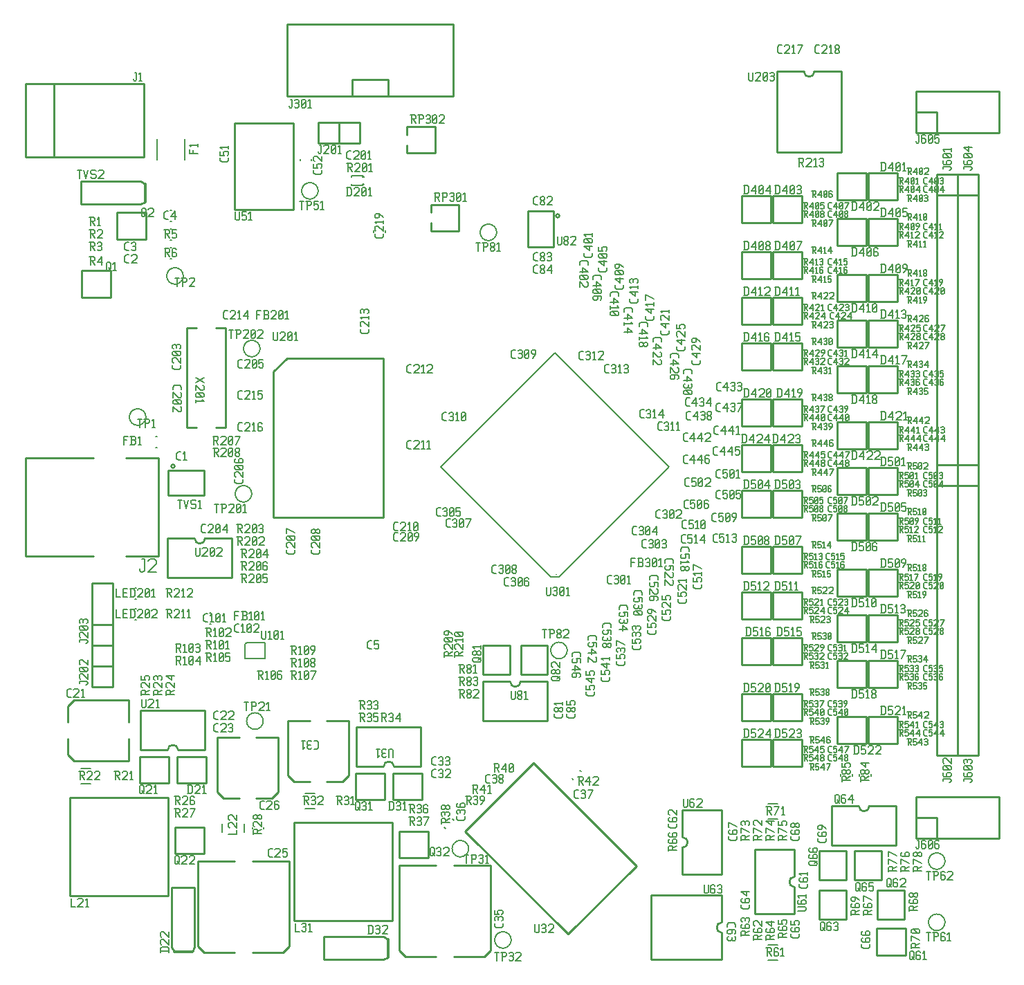
<source format=gbr>
G04 start of page 8 for group -4079 idx -4079 *
G04 Title: NVMemProg_Main, topsilk *
G04 Creator: pcb v4.0.0-ga246c150 *
G04 CreationDate: Sat Sep 30 23:46:22 2017 UTC *
G04 For: wojtek *
G04 Format: Gerber/RS-274X *
G04 PCB-Dimensions (mil): 4980.31 4606.30 *
G04 PCB-Coordinate-Origin: lower left *
%MOIN*%
%FSLAX25Y25*%
%LNTOPSILK*%
%ADD82C,0.0079*%
%ADD81C,0.0138*%
%ADD80C,0.0098*%
%ADD79C,0.0098*%
%ADD78C,0.0079*%
%ADD77C,0.0080*%
%ADD76C,0.0100*%
G54D76*X346147Y374657D02*X360047D01*
X346147D02*Y361857D01*
X360047D01*
Y374657D02*Y361857D01*
X361147Y374657D02*X375047D01*
X361147D02*Y361857D01*
X375047D01*
Y374657D02*Y361857D01*
X346147Y347657D02*X360047D01*
X346147D02*Y334857D01*
X360047D01*
Y347657D02*Y334857D01*
X346147Y325657D02*X360047D01*
X346147D02*Y312857D01*
X360047D01*
Y325657D02*Y312857D01*
X361147Y347657D02*X375047D01*
X361147D02*Y334857D01*
X375047D01*
Y347657D02*Y334857D01*
X361147Y325657D02*X375047D01*
X361147D02*Y312857D01*
X375047D01*
Y325657D02*Y312857D01*
X363047Y434657D02*Y395657D01*
X394047D01*
Y434657D01*
X363047D02*X376047D01*
X394047D02*X381047D01*
X376047D02*G75*G03X381047Y434657I2500J0D01*G01*
X346147Y276657D02*X360047D01*
X346147D02*Y263857D01*
X360047D01*
Y276657D02*Y263857D01*
X346147Y303657D02*X360047D01*
X346147D02*Y290857D01*
X360047D01*
Y303657D02*Y290857D01*
X361147Y276657D02*X375047D01*
X361147D02*Y263857D01*
X375047D01*
Y276657D02*Y263857D01*
X361147Y303657D02*X375047D01*
X361147D02*Y290857D01*
X375047D01*
Y303657D02*Y290857D01*
G54D77*X224047Y361157D02*G75*G03X220047Y357157I0J-4000D01*G01*
X228047D02*G75*G03X224047Y361157I-4000J0D01*G01*
Y353157D02*G75*G03X228047Y357157I0J4000D01*G01*
X220047D02*G75*G03X224047Y353157I4000J0D01*G01*
G54D76*X243205Y367307D02*X255409D01*
X243205D02*Y349984D01*
X255409D01*
Y367307D02*Y349984D01*
X258165Y365142D02*G75*G03X258165Y365142I-787J0D01*G01*
X196339Y357843D02*X209755D01*
Y370471D02*Y357843D01*
X196339Y370471D02*X209755D01*
X196339Y361657D02*Y357843D01*
Y370471D02*Y366657D01*
G54D77*X168792Y358050D02*Y357264D01*
X174302Y358050D02*Y357264D01*
X73047Y340157D02*G75*G03X69047Y336157I0J-4000D01*G01*
X77047D02*G75*G03X73047Y340157I-4000J0D01*G01*
Y332157D02*G75*G03X77047Y336157I0J4000D01*G01*
X69047D02*G75*G03X73047Y332157I4000J0D01*G01*
X70654Y358912D02*X71440D01*
X70654Y353402D02*X71440D01*
X70697Y349912D02*X71483D01*
X70697Y344402D02*X71483D01*
X138802Y392550D02*Y391764D01*
X133292Y392550D02*Y391764D01*
X138047Y381157D02*G75*G03X134047Y377157I0J-4000D01*G01*
X142047D02*G75*G03X138047Y381157I-4000J0D01*G01*
Y373157D02*G75*G03X142047Y377157I0J4000D01*G01*
X134047D02*G75*G03X138047Y373157I4000J0D01*G01*
G54D76*X142047Y400157D02*X162047D01*
Y410157D02*Y400157D01*
X142047Y410157D02*X162047D01*
X142047D02*Y400157D01*
X152047Y410157D02*Y400157D01*
X142047Y410157D02*X152047D01*
G54D78*X157945Y384520D02*X163457D01*
X157945Y379795D02*X163457D01*
Y384520D02*Y383732D01*
Y380583D02*Y379795D01*
X164244Y380583D01*
X163457D02*X164244D01*
X163457Y384520D02*X164244Y383732D01*
X163457D02*X164244D01*
X157945Y384520D02*Y383732D01*
Y380583D02*Y379795D01*
G54D76*X130247Y409657D02*Y368257D01*
X101747Y409657D02*X130247D01*
X101747D02*Y368257D01*
X130247D01*
G54D79*X127047Y422835D02*X207047D01*
Y457480D02*Y422835D01*
X127047Y457480D02*X207047D01*
X127047D02*Y422835D01*
X158386Y430709D02*Y422835D01*
Y430709D02*X175709D01*
Y422835D01*
G54D76*X184839Y395343D02*X198255D01*
Y407971D02*Y395343D01*
X184839Y407971D02*X198255D01*
X184839Y399157D02*Y395343D01*
Y407971D02*Y404157D01*
G54D77*X106047Y235157D02*G75*G03X102047Y231157I0J-4000D01*G01*
X110047D02*G75*G03X106047Y235157I-4000J0D01*G01*
Y227157D02*G75*G03X110047Y231157I0J4000D01*G01*
X102047D02*G75*G03X106047Y227157I4000J0D01*G01*
G54D79*X992Y248504D02*X33669D01*
X992D02*Y201260D01*
X33669D01*
X49417Y248504D02*X65165D01*
Y201260D01*
X49417D02*X65165D01*
G54D76*X69898Y242520D02*Y230315D01*
X87220D01*
Y242520D02*Y230315D01*
X69898Y242520D02*X87220D01*
X72063Y245276D02*G75*G03X72063Y245276I0J-787D01*G01*
G54D77*X63654Y253402D02*X64440D01*
X63654Y258912D02*X64440D01*
X55047Y272157D02*G75*G03X51047Y268157I0J-4000D01*G01*
X59047D02*G75*G03X55047Y272157I-4000J0D01*G01*
Y264157D02*G75*G03X59047Y268157I0J4000D01*G01*
X51047D02*G75*G03X55047Y264157I4000J0D01*G01*
G54D76*X97496Y311173D02*Y263142D01*
X92772D02*X97496D01*
X92772Y311173D02*X97496D01*
X78598D02*Y263142D01*
Y311173D02*X83323D01*
X78598Y263142D02*X83323D01*
G54D77*X110047Y305157D02*G75*G03X106047Y301157I0J-4000D01*G01*
X114047D02*G75*G03X110047Y305157I-4000J0D01*G01*
Y297157D02*G75*G03X114047Y301157I0J4000D01*G01*
X106047D02*G75*G03X110047Y297157I4000J0D01*G01*
G54D80*X120571Y289968D02*Y219870D01*
X127047Y296444D02*X173523D01*
X120571Y289968D02*X127047Y296444D01*
X173523D02*Y219870D01*
X120571D02*X173523D01*
G54D79*X1110Y428874D02*Y393441D01*
Y428874D02*X58197D01*
Y393441D01*
X1110D02*X58197D01*
X14890Y428874D02*Y393441D01*
G54D77*X77740Y402276D02*Y392039D01*
X64354Y402276D02*Y392039D01*
G54D81*X58795Y380488D02*Y371827D01*
G54D79*Y380488D02*X56433Y381669D01*
X27693D02*X56433D01*
X27693D02*Y370646D01*
X56433D01*
X58795Y371827D01*
G54D77*X70654Y367912D02*X71440D01*
X70654Y362402D02*X71440D01*
G54D76*X28147Y338657D02*X42047D01*
X28147D02*Y325857D01*
X42047D01*
Y338657D02*Y325857D01*
X45147Y366657D02*X59047D01*
X45147D02*Y353857D01*
X59047D01*
Y366657D02*Y353857D01*
X50732Y131842D02*Y121031D01*
X24362Y131842D02*X50732D01*
X24362D02*X21362Y128842D01*
Y121031D01*
X50732Y113283D02*Y102472D01*
X24362D02*X50732D01*
X24362D02*X21362Y105472D01*
Y113283D02*Y105472D01*
X87547Y126657D02*Y107657D01*
X56547Y126657D02*X87547D01*
X56547D02*Y107657D01*
X74547D02*X87547D01*
X56547D02*X69547D01*
X74547D02*G75*G03X69547Y107657I-2500J0D01*G01*
X43047Y158157D02*Y138157D01*
X33047Y158157D02*X43047D01*
X33047D02*Y138157D01*
X43047D01*
X33047Y148157D02*X43047D01*
X33047D02*Y138157D01*
X43047Y188157D02*Y158157D01*
X33047Y188157D02*X43047D01*
X33047D02*Y158157D01*
X43047D01*
X33047Y168157D02*X43047D01*
X33047D02*Y158157D01*
G54D79*X22425Y84780D02*Y37535D01*
X69669D01*
X22425Y84780D02*X69669D01*
Y37535D01*
G54D77*X27685Y98897D02*X32409D01*
X27685Y91417D02*X32409D01*
G54D76*X56047Y91657D02*X69947D01*
Y104457D02*Y91657D01*
X56047Y104457D02*X69947D01*
X56047D02*Y91657D01*
X69547Y209657D02*Y190657D01*
X100547D01*
Y209657D01*
X69547D02*X82547D01*
X100547D02*X87547D01*
X82547D02*G75*G03X87547Y209657I2500J0D01*G01*
G54D77*X53654Y175912D02*X54440D01*
X53654Y170402D02*X54440D01*
X53654Y185912D02*X54440D01*
X53654Y180402D02*X54440D01*
G54D82*X106823Y158728D02*Y151720D01*
X107689Y159594D02*X116271D01*
X106823Y158728D02*X107689Y159594D01*
X116271Y151720D02*Y159594D01*
Y151720D02*X106823D01*
G54D77*X200935Y244157D02*X253996Y191096D01*
X256047Y299269D02*X200935Y244157D01*
X256047Y299269D02*X311159Y244157D01*
X258098Y191096D01*
X253996D02*X258098D01*
X256754Y192440D02*G75*G03X256754Y192440I-707J707D01*G01*
G54D76*X352547Y59657D02*X371547D01*
X352547D02*Y28657D01*
X371547D01*
Y59657D02*Y46657D01*
Y41657D02*Y28657D01*
Y46657D02*G75*G03X371547Y41657I0J-2500D01*G01*
G54D77*X358685Y13897D02*X363409D01*
X358685Y6417D02*X363409D01*
G54D76*X302547Y37657D02*X336547D01*
X302547D02*Y6657D01*
X336547D01*
Y37657D02*Y24657D01*
Y19657D02*Y6657D01*
Y24657D02*G75*G03X336547Y19657I0J-2500D01*G01*
G54D77*X358685Y81897D02*X363409D01*
X358685Y74417D02*X363409D01*
G54D76*X317547Y47657D02*X336547D01*
Y78657D02*Y47657D01*
X317547Y78657D02*X336547D01*
X317547Y60657D02*Y47657D01*
Y78657D02*Y65657D01*
Y60657D02*G75*G03X317547Y65657I0J2500D01*G01*
G54D77*X268217Y97883D02*X268773Y97328D01*
X264321Y93987D02*X264877Y93431D01*
G54D76*X221547Y140657D02*Y121657D01*
X252547D01*
Y140657D01*
X221547D02*X234547D01*
X252547D02*X239547D01*
X234547D02*G75*G03X239547Y140657I2500J0D01*G01*
X252547Y158057D02*Y144157D01*
X239747Y158057D02*X252547D01*
X239747D02*Y144157D01*
X252547D01*
X212845Y68509D02*X245696Y101360D01*
X295250Y51806D01*
X262399Y18955D02*X295250Y51806D01*
X212845Y68509D02*X262399Y18955D01*
X84078Y54126D02*X101582D01*
X84078D02*Y13188D01*
X87078Y10188D01*
X101582D01*
X110512Y54126D02*X128016D01*
Y13188D01*
X125016Y10188D01*
X110512D02*X125016D01*
G54D81*X72717Y10409D02*X81378D01*
G54D79*X82559Y12772D01*
Y41512D02*Y12772D01*
X71535Y41512D02*X82559D01*
X71535D02*Y12772D01*
X72717Y10409D01*
G54D76*X73047Y57657D02*X86947D01*
Y70457D02*Y57657D01*
X73047Y70457D02*X86947D01*
X73047D02*Y57657D01*
X74047Y91657D02*X87947D01*
Y104457D02*Y91657D01*
X74047Y104457D02*X87947D01*
X74047D02*Y91657D01*
G54D77*X89654Y168402D02*X90440D01*
X89654Y173912D02*X90440D01*
X111547Y125657D02*G75*G03X107547Y121657I0J-4000D01*G01*
X115547D02*G75*G03X111547Y125657I-4000J0D01*G01*
Y117657D02*G75*G03X115547Y121657I0J4000D01*G01*
X107547D02*G75*G03X111547Y117657I4000J0D01*G01*
G54D76*X93362Y113842D02*X104173D01*
X93362D02*Y87472D01*
X96362Y84472D01*
X104173D01*
X111921Y113842D02*X122732D01*
Y87472D01*
X119732Y84472D01*
X111921D02*X119732D01*
G54D77*X95733Y72125D02*Y68189D01*
X106361Y72125D02*Y68189D01*
X115802Y70550D02*Y69764D01*
X110292Y70550D02*Y69764D01*
G54D76*X221547Y158157D02*Y144257D01*
X234347D01*
Y158157D01*
X221547D01*
G54D81*X175795Y16488D02*Y7827D01*
G54D79*Y16488D02*X173433Y17669D01*
X144693D02*X173433D01*
X144693D02*Y6646D01*
X173433D01*
X175795Y7827D01*
G54D76*X181078Y52126D02*X198582D01*
X181078D02*Y11188D01*
X184078Y8188D01*
X198582D01*
X207512Y52126D02*X225016D01*
Y11188D01*
X222016Y8188D01*
X207512D02*X222016D01*
G54D77*X231047Y20157D02*G75*G03X227047Y16157I0J-4000D01*G01*
X235047D02*G75*G03X231047Y20157I-4000J0D01*G01*
Y12157D02*G75*G03X235047Y16157I0J4000D01*G01*
X227047D02*G75*G03X231047Y12157I4000J0D01*G01*
X210547Y64157D02*G75*G03X206547Y60157I0J-4000D01*G01*
X214547D02*G75*G03X210547Y64157I-4000J0D01*G01*
Y56157D02*G75*G03X214547Y60157I0J4000D01*G01*
X206547D02*G75*G03X210547Y56157I4000J0D01*G01*
G54D79*X130425Y72780D02*Y25535D01*
X177669D01*
X130425Y72780D02*X177669D01*
Y25535D01*
G54D76*X127362Y121842D02*X138173D01*
X127362D02*Y95472D01*
X130362Y92472D01*
X138173D01*
X145921Y121842D02*X156732D01*
Y95472D01*
X153732Y92472D01*
X145921D02*X153732D01*
G54D77*X135685Y86897D02*X140409D01*
X135685Y79417D02*X140409D01*
G54D76*X160047Y83657D02*X173947D01*
Y96457D02*Y83657D01*
X160047Y96457D02*X173947D01*
X160047D02*Y83657D01*
X178047D02*X191947D01*
Y96457D02*Y83657D01*
X178047Y96457D02*X191947D01*
X178047D02*Y83657D01*
X191547Y118657D02*Y99657D01*
X160547Y118657D02*X191547D01*
X160547D02*Y99657D01*
X178547D02*X191547D01*
X160547D02*X173547D01*
X178547D02*G75*G03X173547Y99657I-2500J0D01*G01*
X181047Y55657D02*X194947D01*
Y68457D02*Y55657D01*
X181047Y68457D02*X194947D01*
X181047D02*Y55657D01*
G54D77*X206717Y74383D02*X207273Y73828D01*
X202821Y70487D02*X203377Y69931D01*
G54D76*X430047Y65157D02*X470047D01*
Y85157D02*Y65157D01*
X430047Y85157D02*X470047D01*
X430047D02*Y65157D01*
X440047Y75157D02*Y65157D01*
X430047Y75157D02*X440047D01*
G54D77*Y58157D02*G75*G03X436047Y54157I0J-4000D01*G01*
X444047D02*G75*G03X440047Y58157I-4000J0D01*G01*
Y50157D02*G75*G03X444047Y54157I0J4000D01*G01*
X436047D02*G75*G03X440047Y50157I4000J0D01*G01*
G54D76*X450047Y245157D02*Y105157D01*
X460047D01*
Y245157D02*Y105157D01*
X450047Y245157D02*X460047D01*
X450047Y235157D02*X460047D01*
Y245157D02*Y235157D01*
X440047Y245157D02*Y105157D01*
X450047D01*
Y245157D02*Y105157D01*
X440047Y245157D02*X450047D01*
X440047Y235157D02*X450047D01*
Y245157D02*Y235157D01*
X407147Y123657D02*X421047D01*
X407147D02*Y110857D01*
X421047D01*
Y123657D02*Y110857D01*
X392147Y123657D02*X406047D01*
X392147D02*Y110857D01*
X406047D01*
Y123657D02*Y110857D01*
G54D77*X408302Y96050D02*Y95264D01*
X402792Y96050D02*Y95264D01*
X399345Y96050D02*Y95264D01*
X393835Y96050D02*Y95264D01*
G54D76*X407147Y194657D02*X421047D01*
X407147D02*Y181857D01*
X421047D01*
Y194657D02*Y181857D01*
X392147Y194657D02*X406047D01*
X392147D02*Y181857D01*
X406047D01*
Y194657D02*Y181857D01*
X407147Y172657D02*X421047D01*
X407147D02*Y159857D01*
X421047D01*
Y172657D02*Y159857D01*
X407147Y150657D02*X421047D01*
X407147D02*Y137857D01*
X421047D01*
Y150657D02*Y137857D01*
X392147Y172657D02*X406047D01*
X392147D02*Y159857D01*
X406047D01*
Y172657D02*Y159857D01*
X392147Y150657D02*X406047D01*
X392147D02*Y137857D01*
X406047D01*
Y150657D02*Y137857D01*
X389547Y80657D02*Y61657D01*
X420547D01*
Y80657D02*Y61657D01*
X389547Y80657D02*X402547D01*
X407547D02*X420547D01*
X402547D02*G75*G03X407547Y80657I2500J0D01*G01*
X400547Y59157D02*Y45257D01*
X413347D01*
Y59157D02*Y45257D01*
X400547Y59157D02*X413347D01*
X383547D02*Y45257D01*
X396347D01*
Y59157D02*Y45257D01*
X383547Y59157D02*X396347D01*
G54D77*X440047Y28657D02*G75*G03X436047Y24657I0J-4000D01*G01*
X444047D02*G75*G03X440047Y28657I-4000J0D01*G01*
Y20657D02*G75*G03X444047Y24657I0J4000D01*G01*
X436047D02*G75*G03X440047Y20657I4000J0D01*G01*
G54D76*X383547Y40157D02*Y26257D01*
X396347D01*
Y40157D02*Y26257D01*
X383547Y40157D02*X396347D01*
X411547D02*Y26257D01*
X424347D01*
Y40157D02*Y26257D01*
X411547Y40157D02*X424347D01*
X411147Y21657D02*X425047D01*
X411147D02*Y8857D01*
X425047D01*
Y21657D02*Y8857D01*
X430047Y405157D02*X470047D01*
Y425157D02*Y405157D01*
X430047Y425157D02*X470047D01*
X430047D02*Y405157D01*
X440047Y415157D02*Y405157D01*
X430047Y415157D02*X440047D01*
X392147Y385657D02*X406047D01*
X392147D02*Y372857D01*
X406047D01*
Y385657D02*Y372857D01*
X450047Y385157D02*Y245157D01*
X460047D01*
Y385157D02*Y245157D01*
X450047Y385157D02*X460047D01*
X450047Y375157D02*X460047D01*
Y385157D02*Y375157D01*
X440047Y385157D02*Y245157D01*
X450047D01*
Y385157D02*Y245157D01*
X440047Y385157D02*X450047D01*
X440047Y375157D02*X450047D01*
Y385157D02*Y375157D01*
X407147Y363657D02*X421047D01*
X407147D02*Y350857D01*
X421047D01*
Y363657D02*Y350857D01*
X407147Y385657D02*X421047D01*
X407147D02*Y372857D01*
X421047D01*
Y385657D02*Y372857D01*
X407147Y336657D02*X421047D01*
X407147D02*Y323857D01*
X421047D01*
Y336657D02*Y323857D01*
X407147Y314657D02*X421047D01*
X407147D02*Y301857D01*
X421047D01*
Y314657D02*Y301857D01*
X407147Y292657D02*X421047D01*
X407147D02*Y279857D01*
X421047D01*
Y292657D02*Y279857D01*
X392147Y363657D02*X406047D01*
X392147D02*Y350857D01*
X406047D01*
Y363657D02*Y350857D01*
X392147Y336657D02*X406047D01*
X392147D02*Y323857D01*
X406047D01*
Y336657D02*Y323857D01*
X392147Y314657D02*X406047D01*
X392147D02*Y301857D01*
X406047D01*
Y314657D02*Y301857D01*
X392147Y292657D02*X406047D01*
X392147D02*Y279857D01*
X406047D01*
Y292657D02*Y279857D01*
X407147Y265657D02*X421047D01*
X407147D02*Y252857D01*
X421047D01*
Y265657D02*Y252857D01*
X392147Y265657D02*X406047D01*
X392147D02*Y252857D01*
X406047D01*
Y265657D02*Y252857D01*
X407147Y243657D02*X421047D01*
X407147D02*Y230857D01*
X421047D01*
Y243657D02*Y230857D01*
X392147Y243657D02*X406047D01*
X392147D02*Y230857D01*
X406047D01*
Y243657D02*Y230857D01*
X392147Y221657D02*X406047D01*
X392147D02*Y208857D01*
X406047D01*
Y221657D02*Y208857D01*
X407147Y221657D02*X421047D01*
X407147D02*Y208857D01*
X421047D01*
Y221657D02*Y208857D01*
X346147Y134657D02*X360047D01*
X346147D02*Y121857D01*
X360047D01*
Y134657D02*Y121857D01*
X346147Y112657D02*X360047D01*
X346147D02*Y99857D01*
X360047D01*
Y112657D02*Y99857D01*
X361147Y134657D02*X375047D01*
X361147D02*Y121857D01*
X375047D01*
Y134657D02*Y121857D01*
X361147Y112657D02*X375047D01*
X361147D02*Y99857D01*
X375047D01*
Y112657D02*Y99857D01*
X346147Y205657D02*X360047D01*
X346147D02*Y192857D01*
X360047D01*
Y205657D02*Y192857D01*
X346147Y183657D02*X360047D01*
X346147D02*Y170857D01*
X360047D01*
Y183657D02*Y170857D01*
X346147Y161657D02*X360047D01*
X346147D02*Y148857D01*
X360047D01*
Y161657D02*Y148857D01*
X361147Y205657D02*X375047D01*
X361147D02*Y192857D01*
X375047D01*
Y205657D02*Y192857D01*
X361147Y183657D02*X375047D01*
X361147D02*Y170857D01*
X375047D01*
Y183657D02*Y170857D01*
X361147Y161657D02*X375047D01*
X361147D02*Y148857D01*
X375047D01*
Y161657D02*Y148857D01*
X346147Y254657D02*X360047D01*
X346147D02*Y241857D01*
X360047D01*
Y254657D02*Y241857D01*
X346147Y232657D02*X360047D01*
X346147D02*Y219857D01*
X360047D01*
Y232657D02*Y219857D01*
X361147Y232657D02*X375047D01*
X361147D02*Y219857D01*
X375047D01*
Y232657D02*Y219857D01*
X361147Y254657D02*X375047D01*
X361147D02*Y241857D01*
X375047D01*
Y254657D02*Y241857D01*
G54D77*X258047Y159657D02*G75*G03X254047Y155657I0J-4000D01*G01*
X262047D02*G75*G03X258047Y159657I-4000J0D01*G01*
Y151657D02*G75*G03X262047Y155657I0J4000D01*G01*
X254047D02*G75*G03X258047Y151657I4000J0D01*G01*
G54D78*X430747Y404157D02*X431547D01*
Y400657D01*
X431047Y400157D02*X431547Y400657D01*
X430547Y400157D02*X431047D01*
X430047Y400657D02*X430547Y400157D01*
X430047Y401157D02*Y400657D01*
X434247Y404157D02*X434747Y403657D01*
X433247Y404157D02*X434247D01*
X432747Y403657D02*X433247Y404157D01*
X432747Y403657D02*Y400657D01*
X433247Y400157D01*
X434247Y402357D02*X434747Y401857D01*
X432747Y402357D02*X434247D01*
X433247Y400157D02*X434247D01*
X434747Y400657D01*
Y401857D02*Y400657D01*
X435947D02*X436447Y400157D01*
X435947Y403657D02*Y400657D01*
Y403657D02*X436447Y404157D01*
X437447D01*
X437947Y403657D01*
Y400657D01*
X437447Y400157D02*X437947Y400657D01*
X436447Y400157D02*X437447D01*
X435947Y401157D02*X437947Y403157D01*
X439147Y404157D02*X441147D01*
X439147D02*Y402157D01*
X439647Y402657D01*
X440647D01*
X441147Y402157D01*
Y400657D01*
X440647Y400157D02*X441147Y400657D01*
X439647Y400157D02*X440647D01*
X439147Y400657D02*X439647Y400157D01*
X453047Y388657D02*Y387857D01*
Y388657D02*X456547D01*
X457047Y388157D02*X456547Y388657D01*
X457047Y388157D02*Y387657D01*
X456547Y387157D02*X457047Y387657D01*
X456047Y387157D02*X456547D01*
X453047Y391357D02*X453547Y391857D01*
X453047Y391357D02*Y390357D01*
X453547Y389857D02*X453047Y390357D01*
X453547Y389857D02*X456547D01*
X457047Y390357D01*
X454847Y391357D02*X455347Y391857D01*
X454847Y391357D02*Y389857D01*
X457047Y391357D02*Y390357D01*
Y391357D02*X456547Y391857D01*
X455347D02*X456547D01*
Y393057D02*X457047Y393557D01*
X453547Y393057D02*X456547D01*
X453547D02*X453047Y393557D01*
Y394557D02*Y393557D01*
Y394557D02*X453547Y395057D01*
X456547D01*
X457047Y394557D02*X456547Y395057D01*
X457047Y394557D02*Y393557D01*
X456047Y393057D02*X454047Y395057D01*
X455547Y396257D02*X453047Y398257D01*
X455547Y398757D02*Y396257D01*
X453047Y398257D02*X457047D01*
X443047Y388657D02*Y387857D01*
Y388657D02*X446547D01*
X447047Y388157D02*X446547Y388657D01*
X447047Y388157D02*Y387657D01*
X446547Y387157D02*X447047Y387657D01*
X446047Y387157D02*X446547D01*
X443047Y391357D02*X443547Y391857D01*
X443047Y391357D02*Y390357D01*
X443547Y389857D02*X443047Y390357D01*
X443547Y389857D02*X446547D01*
X447047Y390357D01*
X444847Y391357D02*X445347Y391857D01*
X444847Y391357D02*Y389857D01*
X447047Y391357D02*Y390357D01*
Y391357D02*X446547Y391857D01*
X445347D02*X446547D01*
Y393057D02*X447047Y393557D01*
X443547Y393057D02*X446547D01*
X443547D02*X443047Y393557D01*
Y394557D02*Y393557D01*
Y394557D02*X443547Y395057D01*
X446547D01*
X447047Y394557D02*X446547Y395057D01*
X447047Y394557D02*Y393557D01*
X446047Y393057D02*X444047Y395057D01*
X443847Y396257D02*X443047Y397057D01*
X447047D01*
Y397757D02*Y396257D01*
X413547Y390657D02*Y386657D01*
X414847Y390657D02*X415547Y389957D01*
Y387357D01*
X414847Y386657D02*X415547Y387357D01*
X413047Y386657D02*X414847D01*
X413047Y390657D02*X414847D01*
X416747Y388157D02*X418747Y390657D01*
X416747Y388157D02*X419247D01*
X418747Y390657D02*Y386657D01*
X420447Y387157D02*X420947Y386657D01*
X420447Y390157D02*Y387157D01*
Y390157D02*X420947Y390657D01*
X421947D01*
X422447Y390157D01*
Y387157D01*
X421947Y386657D02*X422447Y387157D01*
X420947Y386657D02*X421947D01*
X420447Y387657D02*X422447Y389657D01*
X423647Y389857D02*X424447Y390657D01*
Y386657D01*
X423647D02*X425147D01*
X425897Y388037D02*X427437D01*
X427822Y387652D01*
Y386882D01*
X427437Y386497D02*X427822Y386882D01*
X426282Y386497D02*X427437D01*
X426282Y388037D02*Y384957D01*
X426898Y386497D02*X427822Y384957D01*
X428746Y386112D02*X430286Y388037D01*
X428746Y386112D02*X430671D01*
X430286Y388037D02*Y384957D01*
X431595Y385342D02*X431980Y384957D01*
X431595Y387652D02*Y385342D01*
Y387652D02*X431980Y388037D01*
X432750D01*
X433135Y387652D01*
Y385342D01*
X432750Y384957D02*X433135Y385342D01*
X431980Y384957D02*X432750D01*
X431595Y385727D02*X433135Y387267D01*
X434059Y387652D02*X434444Y388037D01*
X435599D01*
X435984Y387652D01*
Y386882D01*
X434059Y384957D02*X435984Y386882D01*
X434059Y384957D02*X435984D01*
X373397Y392807D02*X375397D01*
X375897Y392307D01*
Y391307D01*
X375397Y390807D02*X375897Y391307D01*
X373897Y390807D02*X375397D01*
X373897Y392807D02*Y388807D01*
X374697Y390807D02*X375897Y388807D01*
X377097Y392307D02*X377597Y392807D01*
X379097D01*
X379597Y392307D01*
Y391307D01*
X377097Y388807D02*X379597Y391307D01*
X377097Y388807D02*X379597D01*
X380797Y392007D02*X381597Y392807D01*
Y388807D01*
X380797D02*X382297D01*
X383497Y392307D02*X383997Y392807D01*
X384997D01*
X385497Y392307D01*
X384997Y388807D02*X385497Y389307D01*
X383997Y388807D02*X384997D01*
X383497Y389307D02*X383997Y388807D01*
Y391007D02*X384997D01*
X385497Y392307D02*Y391507D01*
Y390507D02*Y389307D01*
Y390507D02*X384997Y391007D01*
X385497Y391507D02*X384997Y391007D01*
X399547Y371657D02*Y367657D01*
X400847Y371657D02*X401547Y370957D01*
Y368357D01*
X400847Y367657D02*X401547Y368357D01*
X399047Y367657D02*X400847D01*
X399047Y371657D02*X400847D01*
X402747Y369157D02*X404747Y371657D01*
X402747Y369157D02*X405247D01*
X404747Y371657D02*Y367657D01*
X406447Y368157D02*X406947Y367657D01*
X406447Y371157D02*Y368157D01*
Y371157D02*X406947Y371657D01*
X407947D01*
X408447Y371157D01*
Y368157D01*
X407947Y367657D02*X408447Y368157D01*
X406947Y367657D02*X407947D01*
X406447Y368657D02*X408447Y370657D01*
X409647Y371157D02*X410147Y371657D01*
X411647D01*
X412147Y371157D01*
Y370157D01*
X409647Y367657D02*X412147Y370157D01*
X409647Y367657D02*X412147D01*
X347547Y379657D02*Y375657D01*
X348847Y379657D02*X349547Y378957D01*
Y376357D01*
X348847Y375657D02*X349547Y376357D01*
X347047Y375657D02*X348847D01*
X347047Y379657D02*X348847D01*
X350747Y377157D02*X352747Y379657D01*
X350747Y377157D02*X353247D01*
X352747Y379657D02*Y375657D01*
X354447Y376157D02*X354947Y375657D01*
X354447Y379157D02*Y376157D01*
Y379157D02*X354947Y379657D01*
X355947D01*
X356447Y379157D01*
Y376157D01*
X355947Y375657D02*X356447Y376157D01*
X354947Y375657D02*X355947D01*
X354447Y376657D02*X356447Y378657D01*
X357647Y377157D02*X359647Y379657D01*
X357647Y377157D02*X360147D01*
X359647Y379657D02*Y375657D01*
X362547Y379657D02*Y375657D01*
X363847Y379657D02*X364547Y378957D01*
Y376357D01*
X363847Y375657D02*X364547Y376357D01*
X362047Y375657D02*X363847D01*
X362047Y379657D02*X363847D01*
X365747Y377157D02*X367747Y379657D01*
X365747Y377157D02*X368247D01*
X367747Y379657D02*Y375657D01*
X369447Y376157D02*X369947Y375657D01*
X369447Y379157D02*Y376157D01*
Y379157D02*X369947Y379657D01*
X370947D01*
X371447Y379157D01*
Y376157D01*
X370947Y375657D02*X371447Y376157D01*
X369947Y375657D02*X370947D01*
X369447Y376657D02*X371447Y378657D01*
X372647Y379157D02*X373147Y379657D01*
X374147D01*
X374647Y379157D01*
X374147Y375657D02*X374647Y376157D01*
X373147Y375657D02*X374147D01*
X372647Y376157D02*X373147Y375657D01*
Y377857D02*X374147D01*
X374647Y379157D02*Y378357D01*
Y377357D02*Y376157D01*
Y377357D02*X374147Y377857D01*
X374647Y378357D02*X374147Y377857D01*
X379897Y377037D02*X381437D01*
X381822Y376652D01*
Y375882D01*
X381437Y375497D02*X381822Y375882D01*
X380282Y375497D02*X381437D01*
X380282Y377037D02*Y373957D01*
X380898Y375497D02*X381822Y373957D01*
X382746Y375112D02*X384286Y377037D01*
X382746Y375112D02*X384671D01*
X384286Y377037D02*Y373957D01*
X385595Y374342D02*X385980Y373957D01*
X385595Y376652D02*Y374342D01*
Y376652D02*X385980Y377037D01*
X386750D01*
X387135Y376652D01*
Y374342D01*
X386750Y373957D02*X387135Y374342D01*
X385980Y373957D02*X386750D01*
X385595Y374727D02*X387135Y376267D01*
X389214Y377037D02*X389599Y376652D01*
X388444Y377037D02*X389214D01*
X388059Y376652D02*X388444Y377037D01*
X388059Y376652D02*Y374342D01*
X388444Y373957D01*
X389214Y375651D02*X389599Y375266D01*
X388059Y375651D02*X389214D01*
X388444Y373957D02*X389214D01*
X389599Y374342D01*
Y375266D02*Y374342D01*
X375897Y371537D02*X377437D01*
X377822Y371152D01*
Y370382D01*
X377437Y369997D02*X377822Y370382D01*
X376282Y369997D02*X377437D01*
X376282Y371537D02*Y368457D01*
X376898Y369997D02*X377822Y368457D01*
X378746Y369612D02*X380286Y371537D01*
X378746Y369612D02*X380671D01*
X380286Y371537D02*Y368457D01*
X381595Y368842D02*X381980Y368457D01*
X381595Y371152D02*Y368842D01*
Y371152D02*X381980Y371537D01*
X382750D01*
X383135Y371152D01*
Y368842D01*
X382750Y368457D02*X383135Y368842D01*
X381980Y368457D02*X382750D01*
X381595Y369227D02*X383135Y370767D01*
X384059Y371537D02*X385599D01*
X384059D02*Y369997D01*
X384444Y370382D01*
X385214D01*
X385599Y369997D01*
Y368842D01*
X385214Y368457D02*X385599Y368842D01*
X384444Y368457D02*X385214D01*
X384059Y368842D02*X384444Y368457D01*
X388436D02*X389437D01*
X387897Y368996D02*X388436Y368457D01*
X387897Y370998D02*Y368996D01*
Y370998D02*X388436Y371537D01*
X389437D01*
X390361Y369612D02*X391901Y371537D01*
X390361Y369612D02*X392286D01*
X391901Y371537D02*Y368457D01*
X393210Y368842D02*X393595Y368457D01*
X393210Y371152D02*Y368842D01*
Y371152D02*X393595Y371537D01*
X394365D01*
X394750Y371152D01*
Y368842D01*
X394365Y368457D02*X394750Y368842D01*
X393595Y368457D02*X394365D01*
X393210Y369227D02*X394750Y370767D01*
X396059Y368457D02*X397599Y371537D01*
X395674D02*X397599D01*
X434436Y376457D02*X435437D01*
X433897Y376996D02*X434436Y376457D01*
X433897Y378998D02*Y376996D01*
Y378998D02*X434436Y379537D01*
X435437D01*
X436361Y377612D02*X437901Y379537D01*
X436361Y377612D02*X438286D01*
X437901Y379537D02*Y376457D01*
X439210Y376842D02*X439595Y376457D01*
X439210Y379152D02*Y376842D01*
Y379152D02*X439595Y379537D01*
X440365D01*
X440750Y379152D01*
Y376842D01*
X440365Y376457D02*X440750Y376842D01*
X439595Y376457D02*X440365D01*
X439210Y377227D02*X440750Y378767D01*
X441674Y377612D02*X443214Y379537D01*
X441674Y377612D02*X443599D01*
X443214Y379537D02*Y376457D01*
X425897Y375037D02*X427437D01*
X427822Y374652D01*
Y373882D01*
X427437Y373497D02*X427822Y373882D01*
X426282Y373497D02*X427437D01*
X426282Y375037D02*Y371957D01*
X426898Y373497D02*X427822Y371957D01*
X428746Y373112D02*X430286Y375037D01*
X428746Y373112D02*X430671D01*
X430286Y375037D02*Y371957D01*
X431595Y372342D02*X431980Y371957D01*
X431595Y374652D02*Y372342D01*
Y374652D02*X431980Y375037D01*
X432750D01*
X433135Y374652D01*
Y372342D01*
X432750Y371957D02*X433135Y372342D01*
X431980Y371957D02*X432750D01*
X431595Y372727D02*X433135Y374267D01*
X434059Y374652D02*X434444Y375037D01*
X435214D01*
X435599Y374652D01*
X435214Y371957D02*X435599Y372342D01*
X434444Y371957D02*X435214D01*
X434059Y372342D02*X434444Y371957D01*
Y373651D02*X435214D01*
X435599Y374652D02*Y374036D01*
Y373266D02*Y372342D01*
Y373266D02*X435214Y373651D01*
X435599Y374036D02*X435214Y373651D01*
X421897Y379537D02*X423437D01*
X423822Y379152D01*
Y378382D01*
X423437Y377997D02*X423822Y378382D01*
X422282Y377997D02*X423437D01*
X422282Y379537D02*Y376457D01*
X422898Y377997D02*X423822Y376457D01*
X424746Y377612D02*X426286Y379537D01*
X424746Y377612D02*X426671D01*
X426286Y379537D02*Y376457D01*
X427595Y376842D02*X427980Y376457D01*
X427595Y379152D02*Y376842D01*
Y379152D02*X427980Y379537D01*
X428750D01*
X429135Y379152D01*
Y376842D01*
X428750Y376457D02*X429135Y376842D01*
X427980Y376457D02*X428750D01*
X427595Y377227D02*X429135Y378767D01*
X430059Y377612D02*X431599Y379537D01*
X430059Y377612D02*X431984D01*
X431599Y379537D02*Y376457D01*
X434436Y380457D02*X435437D01*
X433897Y380996D02*X434436Y380457D01*
X433897Y382998D02*Y380996D01*
Y382998D02*X434436Y383537D01*
X435437D01*
X436361Y381612D02*X437901Y383537D01*
X436361Y381612D02*X438286D01*
X437901Y383537D02*Y380457D01*
X439210Y380842D02*X439595Y380457D01*
X439210Y383152D02*Y380842D01*
Y383152D02*X439595Y383537D01*
X440365D01*
X440750Y383152D01*
Y380842D01*
X440365Y380457D02*X440750Y380842D01*
X439595Y380457D02*X440365D01*
X439210Y381227D02*X440750Y382767D01*
X441674Y383152D02*X442059Y383537D01*
X442829D01*
X443214Y383152D01*
X442829Y380457D02*X443214Y380842D01*
X442059Y380457D02*X442829D01*
X441674Y380842D02*X442059Y380457D01*
Y382151D02*X442829D01*
X443214Y383152D02*Y382536D01*
Y381766D02*Y380842D01*
Y381766D02*X442829Y382151D01*
X443214Y382536D02*X442829Y382151D01*
X421897Y383537D02*X423437D01*
X423822Y383152D01*
Y382382D01*
X423437Y381997D02*X423822Y382382D01*
X422282Y381997D02*X423437D01*
X422282Y383537D02*Y380457D01*
X422898Y381997D02*X423822Y380457D01*
X424746Y381612D02*X426286Y383537D01*
X424746Y381612D02*X426671D01*
X426286Y383537D02*Y380457D01*
X427595Y380842D02*X427980Y380457D01*
X427595Y383152D02*Y380842D01*
Y383152D02*X427980Y383537D01*
X428750D01*
X429135Y383152D01*
Y380842D01*
X428750Y380457D02*X429135Y380842D01*
X427980Y380457D02*X428750D01*
X427595Y381227D02*X429135Y382767D01*
X430059Y382921D02*X430675Y383537D01*
Y380457D01*
X430059D02*X431214D01*
X349547Y434157D02*Y430657D01*
X350047Y430157D01*
X351047D01*
X351547Y430657D01*
Y434157D02*Y430657D01*
X352747Y433657D02*X353247Y434157D01*
X354747D01*
X355247Y433657D01*
Y432657D01*
X352747Y430157D02*X355247Y432657D01*
X352747Y430157D02*X355247D01*
X356447Y430657D02*X356947Y430157D01*
X356447Y433657D02*Y430657D01*
Y433657D02*X356947Y434157D01*
X357947D01*
X358447Y433657D01*
Y430657D01*
X357947Y430157D02*X358447Y430657D01*
X356947Y430157D02*X357947D01*
X356447Y431157D02*X358447Y433157D01*
X359647Y433657D02*X360147Y434157D01*
X361147D01*
X361647Y433657D01*
X361147Y430157D02*X361647Y430657D01*
X360147Y430157D02*X361147D01*
X359647Y430657D02*X360147Y430157D01*
Y432357D02*X361147D01*
X361647Y433657D02*Y432857D01*
Y431857D02*Y430657D01*
Y431857D02*X361147Y432357D01*
X361647Y432857D02*X361147Y432357D01*
X382097Y443307D02*X383397D01*
X381397Y444007D02*X382097Y443307D01*
X381397Y446607D02*Y444007D01*
Y446607D02*X382097Y447307D01*
X383397D01*
X384597Y446807D02*X385097Y447307D01*
X386597D01*
X387097Y446807D01*
Y445807D01*
X384597Y443307D02*X387097Y445807D01*
X384597Y443307D02*X387097D01*
X388297Y446507D02*X389097Y447307D01*
Y443307D01*
X388297D02*X389797D01*
X390997Y443807D02*X391497Y443307D01*
X390997Y444607D02*Y443807D01*
Y444607D02*X391697Y445307D01*
X392297D01*
X392997Y444607D01*
Y443807D01*
X392497Y443307D02*X392997Y443807D01*
X391497Y443307D02*X392497D01*
X390997Y446007D02*X391697Y445307D01*
X390997Y446807D02*Y446007D01*
Y446807D02*X391497Y447307D01*
X392497D01*
X392997Y446807D01*
Y446007D01*
X392297Y445307D02*X392997Y446007D01*
X364097Y443307D02*X365397D01*
X363397Y444007D02*X364097Y443307D01*
X363397Y446607D02*Y444007D01*
Y446607D02*X364097Y447307D01*
X365397D01*
X366597Y446807D02*X367097Y447307D01*
X368597D01*
X369097Y446807D01*
Y445807D01*
X366597Y443307D02*X369097Y445807D01*
X366597Y443307D02*X369097D01*
X370297Y446507D02*X371097Y447307D01*
Y443307D01*
X370297D02*X371797D01*
X373497D02*X375497Y447307D01*
X372997D02*X375497D01*
X413547Y368657D02*Y364657D01*
X414847Y368657D02*X415547Y367957D01*
Y365357D01*
X414847Y364657D02*X415547Y365357D01*
X413047Y364657D02*X414847D01*
X413047Y368657D02*X414847D01*
X416747Y366157D02*X418747Y368657D01*
X416747Y366157D02*X419247D01*
X418747Y368657D02*Y364657D01*
X420447Y365157D02*X420947Y364657D01*
X420447Y368157D02*Y365157D01*
Y368157D02*X420947Y368657D01*
X421947D01*
X422447Y368157D01*
Y365157D01*
X421947Y364657D02*X422447Y365157D01*
X420947Y364657D02*X421947D01*
X420447Y365657D02*X422447Y367657D01*
X423647Y368657D02*X425647D01*
X423647D02*Y366657D01*
X424147Y367157D01*
X425147D01*
X425647Y366657D01*
Y365157D01*
X425147Y364657D02*X425647Y365157D01*
X424147Y364657D02*X425147D01*
X423647Y365157D02*X424147Y364657D01*
X425897Y366037D02*X427437D01*
X427822Y365652D01*
Y364882D01*
X427437Y364497D02*X427822Y364882D01*
X426282Y364497D02*X427437D01*
X426282Y366037D02*Y362957D01*
X426898Y364497D02*X427822Y362957D01*
X428746Y364112D02*X430286Y366037D01*
X428746Y364112D02*X430671D01*
X430286Y366037D02*Y362957D01*
X431595Y365421D02*X432211Y366037D01*
Y362957D01*
X431595D02*X432750D01*
X433674Y363342D02*X434059Y362957D01*
X433674Y365652D02*Y363342D01*
Y365652D02*X434059Y366037D01*
X434829D01*
X435214Y365652D01*
Y363342D01*
X434829Y362957D02*X435214Y363342D01*
X434059Y362957D02*X434829D01*
X433674Y363727D02*X435214Y365267D01*
X379897Y363037D02*X381437D01*
X381822Y362652D01*
Y361882D01*
X381437Y361497D02*X381822Y361882D01*
X380282Y361497D02*X381437D01*
X380282Y363037D02*Y359957D01*
X380898Y361497D02*X381822Y359957D01*
X382746Y361112D02*X384286Y363037D01*
X382746Y361112D02*X384671D01*
X384286Y363037D02*Y359957D01*
X385595Y360342D02*X385980Y359957D01*
X385595Y362652D02*Y360342D01*
Y362652D02*X385980Y363037D01*
X386750D01*
X387135Y362652D01*
Y360342D01*
X386750Y359957D02*X387135Y360342D01*
X385980Y359957D02*X386750D01*
X385595Y360727D02*X387135Y362267D01*
X388444Y359957D02*X389984Y363037D01*
X388059D02*X389984D01*
X375897Y367537D02*X377437D01*
X377822Y367152D01*
Y366382D01*
X377437Y365997D02*X377822Y366382D01*
X376282Y365997D02*X377437D01*
X376282Y367537D02*Y364457D01*
X376898Y365997D02*X377822Y364457D01*
X378746Y365612D02*X380286Y367537D01*
X378746Y365612D02*X380671D01*
X380286Y367537D02*Y364457D01*
X381595Y364842D02*X381980Y364457D01*
X381595Y367152D02*Y364842D01*
Y367152D02*X381980Y367537D01*
X382750D01*
X383135Y367152D01*
Y364842D01*
X382750Y364457D02*X383135Y364842D01*
X381980Y364457D02*X382750D01*
X381595Y365227D02*X383135Y366767D01*
X384059Y364842D02*X384444Y364457D01*
X384059Y365458D02*Y364842D01*
Y365458D02*X384598Y365997D01*
X385060D01*
X385599Y365458D01*
Y364842D01*
X385214Y364457D02*X385599Y364842D01*
X384444Y364457D02*X385214D01*
X384059Y366536D02*X384598Y365997D01*
X384059Y367152D02*Y366536D01*
Y367152D02*X384444Y367537D01*
X385214D01*
X385599Y367152D01*
Y366536D01*
X385060Y365997D02*X385599Y366536D01*
X388436Y364457D02*X389437D01*
X387897Y364996D02*X388436Y364457D01*
X387897Y366998D02*Y364996D01*
Y366998D02*X388436Y367537D01*
X389437D01*
X390361Y365612D02*X391901Y367537D01*
X390361Y365612D02*X392286D01*
X391901Y367537D02*Y364457D01*
X393210Y364842D02*X393595Y364457D01*
X393210Y367152D02*Y364842D01*
Y367152D02*X393595Y367537D01*
X394365D01*
X394750Y367152D01*
Y364842D01*
X394365Y364457D02*X394750Y364842D01*
X393595Y364457D02*X394365D01*
X393210Y365227D02*X394750Y366767D01*
X395674Y364842D02*X396059Y364457D01*
X395674Y365458D02*Y364842D01*
Y365458D02*X396213Y365997D01*
X396675D01*
X397214Y365458D01*
Y364842D01*
X396829Y364457D02*X397214Y364842D01*
X396059Y364457D02*X396829D01*
X395674Y366536D02*X396213Y365997D01*
X395674Y367152D02*Y366536D01*
Y367152D02*X396059Y367537D01*
X396829D01*
X397214Y367152D01*
Y366536D01*
X396675Y365997D02*X397214Y366536D01*
X434436Y354457D02*X435437D01*
X433897Y354996D02*X434436Y354457D01*
X433897Y356998D02*Y354996D01*
Y356998D02*X434436Y357537D01*
X435437D01*
X436361Y355612D02*X437901Y357537D01*
X436361Y355612D02*X438286D01*
X437901Y357537D02*Y354457D01*
X439210Y356921D02*X439826Y357537D01*
Y354457D01*
X439210D02*X440365D01*
X441289Y357152D02*X441674Y357537D01*
X442829D01*
X443214Y357152D01*
Y356382D01*
X441289Y354457D02*X443214Y356382D01*
X441289Y354457D02*X443214D01*
X425897Y353037D02*X427437D01*
X427822Y352652D01*
Y351882D01*
X427437Y351497D02*X427822Y351882D01*
X426282Y351497D02*X427437D01*
X426282Y353037D02*Y349957D01*
X426898Y351497D02*X427822Y349957D01*
X428746Y351112D02*X430286Y353037D01*
X428746Y351112D02*X430671D01*
X430286Y353037D02*Y349957D01*
X431595Y352421D02*X432211Y353037D01*
Y349957D01*
X431595D02*X432750D01*
X433674Y352421D02*X434290Y353037D01*
Y349957D01*
X433674D02*X434829D01*
X421897Y357537D02*X423437D01*
X423822Y357152D01*
Y356382D01*
X423437Y355997D02*X423822Y356382D01*
X422282Y355997D02*X423437D01*
X422282Y357537D02*Y354457D01*
X422898Y355997D02*X423822Y354457D01*
X424746Y355612D02*X426286Y357537D01*
X424746Y355612D02*X426671D01*
X426286Y357537D02*Y354457D01*
X427595Y356921D02*X428211Y357537D01*
Y354457D01*
X427595D02*X428750D01*
X429674Y357152D02*X430059Y357537D01*
X431214D01*
X431599Y357152D01*
Y356382D01*
X429674Y354457D02*X431599Y356382D01*
X429674Y354457D02*X431599D01*
X434436Y358457D02*X435437D01*
X433897Y358996D02*X434436Y358457D01*
X433897Y360998D02*Y358996D01*
Y360998D02*X434436Y361537D01*
X435437D01*
X436361Y359612D02*X437901Y361537D01*
X436361Y359612D02*X438286D01*
X437901Y361537D02*Y358457D01*
X439210Y360921D02*X439826Y361537D01*
Y358457D01*
X439210D02*X440365D01*
X441289Y360921D02*X441905Y361537D01*
Y358457D01*
X441289D02*X442444D01*
X421897Y361537D02*X423437D01*
X423822Y361152D01*
Y360382D01*
X423437Y359997D02*X423822Y360382D01*
X422282Y359997D02*X423437D01*
X422282Y361537D02*Y358457D01*
X422898Y359997D02*X423822Y358457D01*
X424746Y359612D02*X426286Y361537D01*
X424746Y359612D02*X426671D01*
X426286Y361537D02*Y358457D01*
X427595Y358842D02*X427980Y358457D01*
X427595Y361152D02*Y358842D01*
Y361152D02*X427980Y361537D01*
X428750D01*
X429135Y361152D01*
Y358842D01*
X428750Y358457D02*X429135Y358842D01*
X427980Y358457D02*X428750D01*
X427595Y359227D02*X429135Y360767D01*
X430444Y358457D02*X431599Y359997D01*
Y361152D02*Y359997D01*
X431214Y361537D02*X431599Y361152D01*
X430444Y361537D02*X431214D01*
X430059Y361152D02*X430444Y361537D01*
X430059Y361152D02*Y360382D01*
X430444Y359997D01*
X431599D01*
X421897Y330537D02*X423437D01*
X423822Y330152D01*
Y329382D01*
X423437Y328997D02*X423822Y329382D01*
X422282Y328997D02*X423437D01*
X422282Y330537D02*Y327457D01*
X422898Y328997D02*X423822Y327457D01*
X424746Y328612D02*X426286Y330537D01*
X424746Y328612D02*X426671D01*
X426286Y330537D02*Y327457D01*
X427595Y330152D02*X427980Y330537D01*
X429135D01*
X429520Y330152D01*
Y329382D01*
X427595Y327457D02*X429520Y329382D01*
X427595Y327457D02*X429520D01*
X430444Y327842D02*X430829Y327457D01*
X430444Y330152D02*Y327842D01*
Y330152D02*X430829Y330537D01*
X431599D01*
X431984Y330152D01*
Y327842D01*
X431599Y327457D02*X431984Y327842D01*
X430829Y327457D02*X431599D01*
X430444Y328227D02*X431984Y329767D01*
X347547Y330657D02*Y326657D01*
X348847Y330657D02*X349547Y329957D01*
Y327357D01*
X348847Y326657D02*X349547Y327357D01*
X347047Y326657D02*X348847D01*
X347047Y330657D02*X348847D01*
X350747Y328157D02*X352747Y330657D01*
X350747Y328157D02*X353247D01*
X352747Y330657D02*Y326657D01*
X354447Y329857D02*X355247Y330657D01*
Y326657D01*
X354447D02*X355947D01*
X357147Y330157D02*X357647Y330657D01*
X359147D01*
X359647Y330157D01*
Y329157D01*
X357147Y326657D02*X359647Y329157D01*
X357147Y326657D02*X359647D01*
X362547Y330657D02*Y326657D01*
X363847Y330657D02*X364547Y329957D01*
Y327357D01*
X363847Y326657D02*X364547Y327357D01*
X362047Y326657D02*X363847D01*
X362047Y330657D02*X363847D01*
X365747Y328157D02*X367747Y330657D01*
X365747Y328157D02*X368247D01*
X367747Y330657D02*Y326657D01*
X369447Y329857D02*X370247Y330657D01*
Y326657D01*
X369447D02*X370947D01*
X372147Y329857D02*X372947Y330657D01*
Y326657D01*
X372147D02*X373647D01*
X347547Y352657D02*Y348657D01*
X348847Y352657D02*X349547Y351957D01*
Y349357D01*
X348847Y348657D02*X349547Y349357D01*
X347047Y348657D02*X348847D01*
X347047Y352657D02*X348847D01*
X350747Y350157D02*X352747Y352657D01*
X350747Y350157D02*X353247D01*
X352747Y352657D02*Y348657D01*
X354447Y349157D02*X354947Y348657D01*
X354447Y352157D02*Y349157D01*
Y352157D02*X354947Y352657D01*
X355947D01*
X356447Y352157D01*
Y349157D01*
X355947Y348657D02*X356447Y349157D01*
X354947Y348657D02*X355947D01*
X354447Y349657D02*X356447Y351657D01*
X357647Y349157D02*X358147Y348657D01*
X357647Y349957D02*Y349157D01*
Y349957D02*X358347Y350657D01*
X358947D01*
X359647Y349957D01*
Y349157D01*
X359147Y348657D02*X359647Y349157D01*
X358147Y348657D02*X359147D01*
X357647Y351357D02*X358347Y350657D01*
X357647Y352157D02*Y351357D01*
Y352157D02*X358147Y352657D01*
X359147D01*
X359647Y352157D01*
Y351357D01*
X358947Y350657D02*X359647Y351357D01*
X362547Y352657D02*Y348657D01*
X363847Y352657D02*X364547Y351957D01*
Y349357D01*
X363847Y348657D02*X364547Y349357D01*
X362047Y348657D02*X363847D01*
X362047Y352657D02*X363847D01*
X365747Y350157D02*X367747Y352657D01*
X365747Y350157D02*X368247D01*
X367747Y352657D02*Y348657D01*
X369447Y349157D02*X369947Y348657D01*
X369447Y352157D02*Y349157D01*
Y352157D02*X369947Y352657D01*
X370947D01*
X371447Y352157D01*
Y349157D01*
X370947Y348657D02*X371447Y349157D01*
X369947Y348657D02*X370947D01*
X369447Y349657D02*X371447Y351657D01*
X373147Y348657D02*X375147Y352657D01*
X372647D02*X375147D01*
X375897Y340537D02*X377437D01*
X377822Y340152D01*
Y339382D01*
X377437Y338997D02*X377822Y339382D01*
X376282Y338997D02*X377437D01*
X376282Y340537D02*Y337457D01*
X376898Y338997D02*X377822Y337457D01*
X378746Y338612D02*X380286Y340537D01*
X378746Y338612D02*X380671D01*
X380286Y340537D02*Y337457D01*
X381595Y339921D02*X382211Y340537D01*
Y337457D01*
X381595D02*X382750D01*
X384829Y340537D02*X385214Y340152D01*
X384059Y340537D02*X384829D01*
X383674Y340152D02*X384059Y340537D01*
X383674Y340152D02*Y337842D01*
X384059Y337457D01*
X384829Y339151D02*X385214Y338766D01*
X383674Y339151D02*X384829D01*
X384059Y337457D02*X384829D01*
X385214Y337842D01*
Y338766D02*Y337842D01*
X388436Y337457D02*X389437D01*
X387897Y337996D02*X388436Y337457D01*
X387897Y339998D02*Y337996D01*
Y339998D02*X388436Y340537D01*
X389437D01*
X390361Y338612D02*X391901Y340537D01*
X390361Y338612D02*X392286D01*
X391901Y340537D02*Y337457D01*
X393210Y339921D02*X393826Y340537D01*
Y337457D01*
X393210D02*X394365D01*
X396444Y340537D02*X396829Y340152D01*
X395674Y340537D02*X396444D01*
X395289Y340152D02*X395674Y340537D01*
X395289Y340152D02*Y337842D01*
X395674Y337457D01*
X396444Y339151D02*X396829Y338766D01*
X395289Y339151D02*X396444D01*
X395674Y337457D02*X396444D01*
X396829Y337842D01*
Y338766D02*Y337842D01*
X399547Y349657D02*Y345657D01*
X400847Y349657D02*X401547Y348957D01*
Y346357D01*
X400847Y345657D02*X401547Y346357D01*
X399047Y345657D02*X400847D01*
X399047Y349657D02*X400847D01*
X402747Y347157D02*X404747Y349657D01*
X402747Y347157D02*X405247D01*
X404747Y349657D02*Y345657D01*
X406447Y346157D02*X406947Y345657D01*
X406447Y349157D02*Y346157D01*
Y349157D02*X406947Y349657D01*
X407947D01*
X408447Y349157D01*
Y346157D01*
X407947Y345657D02*X408447Y346157D01*
X406947Y345657D02*X407947D01*
X406447Y346657D02*X408447Y348657D01*
X411147Y349657D02*X411647Y349157D01*
X410147Y349657D02*X411147D01*
X409647Y349157D02*X410147Y349657D01*
X409647Y349157D02*Y346157D01*
X410147Y345657D01*
X411147Y347857D02*X411647Y347357D01*
X409647Y347857D02*X411147D01*
X410147Y345657D02*X411147D01*
X411647Y346157D01*
Y347357D02*Y346157D01*
X413547Y341657D02*Y337657D01*
X414847Y341657D02*X415547Y340957D01*
Y338357D01*
X414847Y337657D02*X415547Y338357D01*
X413047Y337657D02*X414847D01*
X413047Y341657D02*X414847D01*
X416747Y339157D02*X418747Y341657D01*
X416747Y339157D02*X419247D01*
X418747Y341657D02*Y337657D01*
X420447Y338157D02*X420947Y337657D01*
X420447Y341157D02*Y338157D01*
Y341157D02*X420947Y341657D01*
X421947D01*
X422447Y341157D01*
Y338157D01*
X421947Y337657D02*X422447Y338157D01*
X420947Y337657D02*X421947D01*
X420447Y338657D02*X422447Y340657D01*
X424147Y337657D02*X425647Y339657D01*
Y341157D02*Y339657D01*
X425147Y341657D02*X425647Y341157D01*
X424147Y341657D02*X425147D01*
X423647Y341157D02*X424147Y341657D01*
X423647Y341157D02*Y340157D01*
X424147Y339657D01*
X425647D01*
X413547Y319657D02*Y315657D01*
X414847Y319657D02*X415547Y318957D01*
Y316357D01*
X414847Y315657D02*X415547Y316357D01*
X413047Y315657D02*X414847D01*
X413047Y319657D02*X414847D01*
X416747Y317157D02*X418747Y319657D01*
X416747Y317157D02*X419247D01*
X418747Y319657D02*Y315657D01*
X420447Y318857D02*X421247Y319657D01*
Y315657D01*
X420447D02*X421947D01*
X423147Y319157D02*X423647Y319657D01*
X424647D01*
X425147Y319157D01*
X424647Y315657D02*X425147Y316157D01*
X423647Y315657D02*X424647D01*
X423147Y316157D02*X423647Y315657D01*
Y317857D02*X424647D01*
X425147Y319157D02*Y318357D01*
Y317357D02*Y316157D01*
Y317357D02*X424647Y317857D01*
X425147Y318357D02*X424647Y317857D01*
X399547Y322657D02*Y318657D01*
X400847Y322657D02*X401547Y321957D01*
Y319357D01*
X400847Y318657D02*X401547Y319357D01*
X399047Y318657D02*X400847D01*
X399047Y322657D02*X400847D01*
X402747Y320157D02*X404747Y322657D01*
X402747Y320157D02*X405247D01*
X404747Y322657D02*Y318657D01*
X406447Y321857D02*X407247Y322657D01*
Y318657D01*
X406447D02*X407947D01*
X409147Y319157D02*X409647Y318657D01*
X409147Y322157D02*Y319157D01*
Y322157D02*X409647Y322657D01*
X410647D01*
X411147Y322157D01*
Y319157D01*
X410647Y318657D02*X411147Y319157D01*
X409647Y318657D02*X410647D01*
X409147Y319657D02*X411147Y321657D01*
X434436Y327457D02*X435437D01*
X433897Y327996D02*X434436Y327457D01*
X433897Y329998D02*Y327996D01*
Y329998D02*X434436Y330537D01*
X435437D01*
X436361Y328612D02*X437901Y330537D01*
X436361Y328612D02*X438286D01*
X437901Y330537D02*Y327457D01*
X439210Y330152D02*X439595Y330537D01*
X440750D01*
X441135Y330152D01*
Y329382D01*
X439210Y327457D02*X441135Y329382D01*
X439210Y327457D02*X441135D01*
X442059Y327842D02*X442444Y327457D01*
X442059Y330152D02*Y327842D01*
Y330152D02*X442444Y330537D01*
X443214D01*
X443599Y330152D01*
Y327842D01*
X443214Y327457D02*X443599Y327842D01*
X442444Y327457D02*X443214D01*
X442059Y328227D02*X443599Y329767D01*
X425897Y326037D02*X427437D01*
X427822Y325652D01*
Y324882D01*
X427437Y324497D02*X427822Y324882D01*
X426282Y324497D02*X427437D01*
X426282Y326037D02*Y322957D01*
X426898Y324497D02*X427822Y322957D01*
X428746Y324112D02*X430286Y326037D01*
X428746Y324112D02*X430671D01*
X430286Y326037D02*Y322957D01*
X431595Y325421D02*X432211Y326037D01*
Y322957D01*
X431595D02*X432750D01*
X434059D02*X435214Y324497D01*
Y325652D02*Y324497D01*
X434829Y326037D02*X435214Y325652D01*
X434059Y326037D02*X434829D01*
X433674Y325652D02*X434059Y326037D01*
X433674Y325652D02*Y324882D01*
X434059Y324497D01*
X435214D01*
X425897Y317037D02*X427437D01*
X427822Y316652D01*
Y315882D01*
X427437Y315497D02*X427822Y315882D01*
X426282Y315497D02*X427437D01*
X426282Y317037D02*Y313957D01*
X426898Y315497D02*X427822Y313957D01*
X428746Y315112D02*X430286Y317037D01*
X428746Y315112D02*X430671D01*
X430286Y317037D02*Y313957D01*
X431595Y316652D02*X431980Y317037D01*
X433135D01*
X433520Y316652D01*
Y315882D01*
X431595Y313957D02*X433520Y315882D01*
X431595Y313957D02*X433520D01*
X435599Y317037D02*X435984Y316652D01*
X434829Y317037D02*X435599D01*
X434444Y316652D02*X434829Y317037D01*
X434444Y316652D02*Y314342D01*
X434829Y313957D01*
X435599Y315651D02*X435984Y315266D01*
X434444Y315651D02*X435599D01*
X434829Y313957D02*X435599D01*
X435984Y314342D01*
Y315266D02*Y314342D01*
X434436Y331457D02*X435437D01*
X433897Y331996D02*X434436Y331457D01*
X433897Y333998D02*Y331996D01*
Y333998D02*X434436Y334537D01*
X435437D01*
X436361Y332612D02*X437901Y334537D01*
X436361Y332612D02*X438286D01*
X437901Y334537D02*Y331457D01*
X439210Y333921D02*X439826Y334537D01*
Y331457D01*
X439210D02*X440365D01*
X441674D02*X442829Y332997D01*
Y334152D02*Y332997D01*
X442444Y334537D02*X442829Y334152D01*
X441674Y334537D02*X442444D01*
X441289Y334152D02*X441674Y334537D01*
X441289Y334152D02*Y333382D01*
X441674Y332997D01*
X442829D01*
X425897Y339037D02*X427437D01*
X427822Y338652D01*
Y337882D01*
X427437Y337497D02*X427822Y337882D01*
X426282Y337497D02*X427437D01*
X426282Y339037D02*Y335957D01*
X426898Y337497D02*X427822Y335957D01*
X428746Y337112D02*X430286Y339037D01*
X428746Y337112D02*X430671D01*
X430286Y339037D02*Y335957D01*
X431595Y338421D02*X432211Y339037D01*
Y335957D01*
X431595D02*X432750D01*
X433674Y336342D02*X434059Y335957D01*
X433674Y336958D02*Y336342D01*
Y336958D02*X434213Y337497D01*
X434675D01*
X435214Y336958D01*
Y336342D01*
X434829Y335957D02*X435214Y336342D01*
X434059Y335957D02*X434829D01*
X433674Y338036D02*X434213Y337497D01*
X433674Y338652D02*Y338036D01*
Y338652D02*X434059Y339037D01*
X434829D01*
X435214Y338652D01*
Y338036D01*
X434675Y337497D02*X435214Y338036D01*
X421897Y334537D02*X423437D01*
X423822Y334152D01*
Y333382D01*
X423437Y332997D02*X423822Y333382D01*
X422282Y332997D02*X423437D01*
X422282Y334537D02*Y331457D01*
X422898Y332997D02*X423822Y331457D01*
X424746Y332612D02*X426286Y334537D01*
X424746Y332612D02*X426671D01*
X426286Y334537D02*Y331457D01*
X427595Y333921D02*X428211Y334537D01*
Y331457D01*
X427595D02*X428750D01*
X430059D02*X431599Y334537D01*
X429674D02*X431599D01*
X379897Y350037D02*X381437D01*
X381822Y349652D01*
Y348882D01*
X381437Y348497D02*X381822Y348882D01*
X380282Y348497D02*X381437D01*
X380282Y350037D02*Y346957D01*
X380898Y348497D02*X381822Y346957D01*
X382746Y348112D02*X384286Y350037D01*
X382746Y348112D02*X384671D01*
X384286Y350037D02*Y346957D01*
X385595Y349421D02*X386211Y350037D01*
Y346957D01*
X385595D02*X386750D01*
X387674Y348112D02*X389214Y350037D01*
X387674Y348112D02*X389599D01*
X389214Y350037D02*Y346957D01*
X375897Y344537D02*X377437D01*
X377822Y344152D01*
Y343382D01*
X377437Y342997D02*X377822Y343382D01*
X376282Y342997D02*X377437D01*
X376282Y344537D02*Y341457D01*
X376898Y342997D02*X377822Y341457D01*
X378746Y342612D02*X380286Y344537D01*
X378746Y342612D02*X380671D01*
X380286Y344537D02*Y341457D01*
X381595Y343921D02*X382211Y344537D01*
Y341457D01*
X381595D02*X382750D01*
X383674Y344152D02*X384059Y344537D01*
X384829D01*
X385214Y344152D01*
X384829Y341457D02*X385214Y341842D01*
X384059Y341457D02*X384829D01*
X383674Y341842D02*X384059Y341457D01*
Y343151D02*X384829D01*
X385214Y344152D02*Y343536D01*
Y342766D02*Y341842D01*
Y342766D02*X384829Y343151D01*
X385214Y343536D02*X384829Y343151D01*
X388436Y341457D02*X389437D01*
X387897Y341996D02*X388436Y341457D01*
X387897Y343998D02*Y341996D01*
Y343998D02*X388436Y344537D01*
X389437D01*
X390361Y342612D02*X391901Y344537D01*
X390361Y342612D02*X392286D01*
X391901Y344537D02*Y341457D01*
X393210Y343921D02*X393826Y344537D01*
Y341457D01*
X393210D02*X394365D01*
X395289Y344537D02*X396829D01*
X395289D02*Y342997D01*
X395674Y343382D01*
X396444D01*
X396829Y342997D01*
Y341842D01*
X396444Y341457D02*X396829Y341842D01*
X395674Y341457D02*X396444D01*
X395289Y341842D02*X395674Y341457D01*
X379897Y328037D02*X381437D01*
X381822Y327652D01*
Y326882D01*
X381437Y326497D02*X381822Y326882D01*
X380282Y326497D02*X381437D01*
X380282Y328037D02*Y324957D01*
X380898Y326497D02*X381822Y324957D01*
X382746Y326112D02*X384286Y328037D01*
X382746Y326112D02*X384671D01*
X384286Y328037D02*Y324957D01*
X385595Y327652D02*X385980Y328037D01*
X387135D01*
X387520Y327652D01*
Y326882D01*
X385595Y324957D02*X387520Y326882D01*
X385595Y324957D02*X387520D01*
X388444Y327652D02*X388829Y328037D01*
X389984D01*
X390369Y327652D01*
Y326882D01*
X388444Y324957D02*X390369Y326882D01*
X388444Y324957D02*X390369D01*
X375897Y322537D02*X377437D01*
X377822Y322152D01*
Y321382D01*
X377437Y320997D02*X377822Y321382D01*
X376282Y320997D02*X377437D01*
X376282Y322537D02*Y319457D01*
X376898Y320997D02*X377822Y319457D01*
X378746Y320612D02*X380286Y322537D01*
X378746Y320612D02*X380671D01*
X380286Y322537D02*Y319457D01*
X381595Y322152D02*X381980Y322537D01*
X383135D01*
X383520Y322152D01*
Y321382D01*
X381595Y319457D02*X383520Y321382D01*
X381595Y319457D02*X383520D01*
X384444Y321921D02*X385060Y322537D01*
Y319457D01*
X384444D02*X385599D01*
X388436D02*X389437D01*
X387897Y319996D02*X388436Y319457D01*
X387897Y321998D02*Y319996D01*
Y321998D02*X388436Y322537D01*
X389437D01*
X390361Y320612D02*X391901Y322537D01*
X390361Y320612D02*X392286D01*
X391901Y322537D02*Y319457D01*
X393210Y322152D02*X393595Y322537D01*
X394750D01*
X395135Y322152D01*
Y321382D01*
X393210Y319457D02*X395135Y321382D01*
X393210Y319457D02*X395135D01*
X396059Y322152D02*X396444Y322537D01*
X397214D01*
X397599Y322152D01*
X397214Y319457D02*X397599Y319842D01*
X396444Y319457D02*X397214D01*
X396059Y319842D02*X396444Y319457D01*
Y321151D02*X397214D01*
X397599Y322152D02*Y321536D01*
Y320766D02*Y319842D01*
Y320766D02*X397214Y321151D01*
X397599Y321536D02*X397214Y321151D01*
X379897Y336037D02*X381437D01*
X381822Y335652D01*
Y334882D01*
X381437Y334497D02*X381822Y334882D01*
X380282Y334497D02*X381437D01*
X380282Y336037D02*Y332957D01*
X380898Y334497D02*X381822Y332957D01*
X382746Y334112D02*X384286Y336037D01*
X382746Y334112D02*X384671D01*
X384286Y336037D02*Y332957D01*
X385595Y335421D02*X386211Y336037D01*
Y332957D01*
X385595D02*X386750D01*
X387674Y336037D02*X389214D01*
X387674D02*Y334497D01*
X388059Y334882D01*
X388829D01*
X389214Y334497D01*
Y333342D01*
X388829Y332957D02*X389214Y333342D01*
X388059Y332957D02*X388829D01*
X387674Y333342D02*X388059Y332957D01*
X375897Y318537D02*X377437D01*
X377822Y318152D01*
Y317382D01*
X377437Y316997D02*X377822Y317382D01*
X376282Y316997D02*X377437D01*
X376282Y318537D02*Y315457D01*
X376898Y316997D02*X377822Y315457D01*
X378746Y316612D02*X380286Y318537D01*
X378746Y316612D02*X380671D01*
X380286Y318537D02*Y315457D01*
X381595Y318152D02*X381980Y318537D01*
X383135D01*
X383520Y318152D01*
Y317382D01*
X381595Y315457D02*X383520Y317382D01*
X381595Y315457D02*X383520D01*
X384444Y316612D02*X385984Y318537D01*
X384444Y316612D02*X386369D01*
X385984Y318537D02*Y315457D01*
X389436D02*X390437D01*
X388897Y315996D02*X389436Y315457D01*
X388897Y317998D02*Y315996D01*
Y317998D02*X389436Y318537D01*
X390437D01*
X391361Y316612D02*X392901Y318537D01*
X391361Y316612D02*X393286D01*
X392901Y318537D02*Y315457D01*
X394210Y318152D02*X394595Y318537D01*
X395750D01*
X396135Y318152D01*
Y317382D01*
X394210Y315457D02*X396135Y317382D01*
X394210Y315457D02*X396135D01*
X397059Y316612D02*X398599Y318537D01*
X397059Y316612D02*X398984D01*
X398599Y318537D02*Y315457D01*
X268037Y342768D02*Y341468D01*
X268737Y343468D02*X268037Y342768D01*
X268737Y343468D02*X271337D01*
X272037Y342768D01*
Y341468D01*
X269537Y340268D02*X272037Y338268D01*
X269537Y340268D02*Y337768D01*
X268037Y338268D02*X272037D01*
X268537Y336568D02*X268037Y336068D01*
X268537Y336568D02*X271537D01*
X272037Y336068D01*
Y335068D01*
X271537Y334568D01*
X268537D02*X271537D01*
X268037Y335068D02*X268537Y334568D01*
X268037Y336068D02*Y335068D01*
X269037Y336568D02*X271037Y334568D01*
X271537Y333368D02*X272037Y332868D01*
Y331368D01*
X271537Y330868D01*
X270537D02*X271537D01*
X268037Y333368D02*X270537Y330868D01*
X268037Y333368D02*Y330868D01*
X274170Y347100D02*Y345800D01*
X273470Y345100D02*X274170Y345800D01*
X270870Y345100D02*X273470D01*
X270870D02*X270170Y345800D01*
Y347100D02*Y345800D01*
X272670Y348300D02*X270170Y350300D01*
X272670Y350800D02*Y348300D01*
X270170Y350300D02*X274170D01*
X273670Y352000D02*X274170Y352500D01*
X270670Y352000D02*X273670D01*
X270670D02*X270170Y352500D01*
Y353500D02*Y352500D01*
Y353500D02*X270670Y354000D01*
X273670D01*
X274170Y353500D02*X273670Y354000D01*
X274170Y353500D02*Y352500D01*
X273170Y352000D02*X271170Y354000D01*
X270970Y355200D02*X270170Y356000D01*
X274170D01*
Y356700D02*Y355200D01*
X274517Y335873D02*Y334573D01*
X275217Y336573D02*X274517Y335873D01*
X275217Y336573D02*X277817D01*
X278517Y335873D01*
Y334573D01*
X276017Y333373D02*X278517Y331373D01*
X276017Y333373D02*Y330873D01*
X274517Y331373D02*X278517D01*
X275017Y329673D02*X274517Y329173D01*
X275017Y329673D02*X278017D01*
X278517Y329173D01*
Y328173D01*
X278017Y327673D01*
X275017D02*X278017D01*
X274517Y328173D02*X275017Y327673D01*
X274517Y329173D02*Y328173D01*
X275517Y329673D02*X277517Y327673D01*
X278517Y324973D02*X278017Y324473D01*
X278517Y325973D02*Y324973D01*
X278017Y326473D02*X278517Y325973D01*
X275017Y326473D02*X278017D01*
X275017D02*X274517Y325973D01*
X276717Y324973D02*X276217Y324473D01*
X276717Y326473D02*Y324973D01*
X274517Y325973D02*Y324973D01*
X275017Y324473D01*
X276217D01*
X281083Y340048D02*Y338748D01*
X280383Y338048D02*X281083Y338748D01*
X277783Y338048D02*X280383D01*
X277783D02*X277083Y338748D01*
Y340048D02*Y338748D01*
X279583Y341248D02*X277083Y343248D01*
X279583Y343748D02*Y341248D01*
X277083Y343248D02*X281083D01*
X280583Y344948D02*X281083Y345448D01*
X277583Y344948D02*X280583D01*
X277583D02*X277083Y345448D01*
Y346448D02*Y345448D01*
Y346448D02*X277583Y346948D01*
X280583D01*
X281083Y346448D02*X280583Y346948D01*
X281083Y346448D02*Y345448D01*
X280083Y344948D02*X278083Y346948D01*
X277083Y350148D02*Y348148D01*
X279083D01*
X278583Y348648D01*
Y349648D02*Y348648D01*
Y349648D02*X279083Y350148D01*
X280583D01*
X281083Y349648D02*X280583Y350148D01*
X281083Y349648D02*Y348648D01*
X280583Y348148D02*X281083Y348648D01*
X268576Y295860D02*X269876D01*
X267876Y296560D02*X268576Y295860D01*
X267876Y299160D02*Y296560D01*
Y299160D02*X268576Y299860D01*
X269876D01*
X271076Y299360D02*X271576Y299860D01*
X272576D01*
X273076Y299360D01*
X272576Y295860D02*X273076Y296360D01*
X271576Y295860D02*X272576D01*
X271076Y296360D02*X271576Y295860D01*
Y298060D02*X272576D01*
X273076Y299360D02*Y298560D01*
Y297560D02*Y296360D01*
Y297560D02*X272576Y298060D01*
X273076Y298560D02*X272576Y298060D01*
X274276Y299060D02*X275076Y299860D01*
Y295860D01*
X274276D02*X275776D01*
X276976Y299360D02*X277476Y299860D01*
X278976D01*
X279476Y299360D01*
Y298360D01*
X276976Y295860D02*X279476Y298360D01*
X276976Y295860D02*X279476D01*
X282886Y327919D02*Y326619D01*
X283586Y328619D02*X282886Y327919D01*
X283586Y328619D02*X286186D01*
X286886Y327919D01*
Y326619D01*
X284386Y325418D02*X286886Y323418D01*
X284386Y325418D02*Y322918D01*
X282886Y323418D02*X286886D01*
X286086Y321718D02*X286886Y320918D01*
X282886D02*X286886D01*
X282886Y321718D02*Y320218D01*
X283386Y319018D02*X282886Y318518D01*
X283386Y319018D02*X286386D01*
X286886Y318518D01*
Y317518D01*
X286386Y317018D01*
X283386D02*X286386D01*
X282886Y317518D02*X283386Y317018D01*
X282886Y318518D02*Y317518D01*
X283886Y319018D02*X285886Y317018D01*
X289019Y331750D02*Y330450D01*
X288319Y329750D02*X289019Y330450D01*
X285719Y329750D02*X288319D01*
X285719D02*X285019Y330450D01*
Y331750D02*Y330450D01*
X287519Y332950D02*X285019Y334950D01*
X287519Y335450D02*Y332950D01*
X285019Y334950D02*X289019D01*
X288519Y336650D02*X289019Y337150D01*
X285519Y336650D02*X288519D01*
X285519D02*X285019Y337150D01*
Y338150D02*Y337150D01*
Y338150D02*X285519Y338650D01*
X288519D01*
X289019Y338150D02*X288519Y338650D01*
X289019Y338150D02*Y337150D01*
X288019Y336650D02*X286019Y338650D01*
X289019Y340350D02*X287019Y341850D01*
X285519D02*X287019D01*
X285019Y341350D02*X285519Y341850D01*
X285019Y341350D02*Y340350D01*
X285519Y339850D02*X285019Y340350D01*
X285519Y339850D02*X286519D01*
X287019Y340350D01*
Y341850D02*Y340350D01*
X303868Y316900D02*Y315600D01*
X303168Y314900D02*X303868Y315600D01*
X300568Y314900D02*X303168D01*
X300568D02*X299868Y315600D01*
Y316900D02*Y315600D01*
X302368Y318100D02*X299868Y320100D01*
X302368Y320600D02*Y318100D01*
X299868Y320100D02*X303868D01*
X300668Y321800D02*X299868Y322600D01*
X303868D01*
Y323300D02*Y321800D01*
Y325000D02*X299868Y327000D01*
Y324500D01*
X296090Y325179D02*Y323879D01*
X295390Y323179D02*X296090Y323879D01*
X292790Y323179D02*X295390D01*
X292790D02*X292090Y323879D01*
Y325179D02*Y323879D01*
X294590Y326379D02*X292090Y328379D01*
X294590Y328879D02*Y326379D01*
X292090Y328379D02*X296090D01*
X292890Y330079D02*X292090Y330879D01*
X296090D01*
Y331579D02*Y330079D01*
X292590Y332779D02*X292090Y333279D01*
Y334279D02*Y333279D01*
Y334279D02*X292590Y334779D01*
X296090Y334279D02*X295590Y334779D01*
X296090Y334279D02*Y333279D01*
X295590Y332779D02*X296090Y333279D01*
X293890Y334279D02*Y333279D01*
X292590Y334779D02*X293390D01*
X294390D02*X295590D01*
X294390D02*X293890Y334279D01*
X293390Y334779D02*X293890Y334279D01*
X289457Y320141D02*Y318841D01*
X290157Y320841D02*X289457Y320141D01*
X290157Y320841D02*X292757D01*
X293457Y320141D01*
Y318841D01*
X290957Y317641D02*X293457Y315641D01*
X290957Y317641D02*Y315141D01*
X289457Y315641D02*X293457D01*
X292657Y313941D02*X293457Y313141D01*
X289457D02*X293457D01*
X289457Y313941D02*Y312441D01*
X290957Y311241D02*X293457Y309241D01*
X290957Y311241D02*Y308741D01*
X289457Y309241D02*X293457D01*
X310939Y309830D02*Y308530D01*
X310239Y307830D02*X310939Y308530D01*
X307639Y307830D02*X310239D01*
X307639D02*X306939Y308530D01*
Y309830D02*Y308530D01*
X309439Y311030D02*X306939Y313030D01*
X309439Y313530D02*Y311030D01*
X306939Y313030D02*X310939D01*
X307439Y314730D02*X306939Y315230D01*
Y316730D02*Y315230D01*
Y316730D02*X307439Y317230D01*
X308439D01*
X310939Y314730D02*X308439Y317230D01*
X310939D02*Y314730D01*
X307739Y318430D02*X306939Y319230D01*
X310939D01*
Y319930D02*Y318430D01*
X280902Y289345D02*X282202D01*
X280202Y290045D02*X280902Y289345D01*
X280202Y292645D02*Y290045D01*
Y292645D02*X280902Y293345D01*
X282202D01*
X283402Y292845D02*X283902Y293345D01*
X284902D01*
X285402Y292845D01*
X284902Y289345D02*X285402Y289845D01*
X283902Y289345D02*X284902D01*
X283402Y289845D02*X283902Y289345D01*
Y291545D02*X284902D01*
X285402Y292845D02*Y292045D01*
Y291045D02*Y289845D01*
Y291045D02*X284902Y291545D01*
X285402Y292045D02*X284902Y291545D01*
X286602Y292545D02*X287402Y293345D01*
Y289345D01*
X286602D02*X288102D01*
X289302Y292845D02*X289802Y293345D01*
X290802D01*
X291302Y292845D01*
X290802Y289345D02*X291302Y289845D01*
X289802Y289345D02*X290802D01*
X289302Y289845D02*X289802Y289345D01*
Y291545D02*X290802D01*
X291302Y292845D02*Y292045D01*
Y291045D02*Y289845D01*
Y291045D02*X290802Y291545D01*
X291302Y292045D02*X290802Y291545D01*
X246597Y337307D02*X247897D01*
X245897Y338007D02*X246597Y337307D01*
X245897Y340607D02*Y338007D01*
Y340607D02*X246597Y341307D01*
X247897D01*
X249097Y337807D02*X249597Y337307D01*
X249097Y338607D02*Y337807D01*
Y338607D02*X249797Y339307D01*
X250397D01*
X251097Y338607D01*
Y337807D01*
X250597Y337307D02*X251097Y337807D01*
X249597Y337307D02*X250597D01*
X249097Y340007D02*X249797Y339307D01*
X249097Y340807D02*Y340007D01*
Y340807D02*X249597Y341307D01*
X250597D01*
X251097Y340807D01*
Y340007D01*
X250397Y339307D02*X251097Y340007D01*
X252297Y338807D02*X254297Y341307D01*
X252297Y338807D02*X254797D01*
X254297Y341307D02*Y337307D01*
X246597Y343307D02*X247897D01*
X245897Y344007D02*X246597Y343307D01*
X245897Y346607D02*Y344007D01*
Y346607D02*X246597Y347307D01*
X247897D01*
X249097Y343807D02*X249597Y343307D01*
X249097Y344607D02*Y343807D01*
Y344607D02*X249797Y345307D01*
X250397D01*
X251097Y344607D01*
Y343807D01*
X250597Y343307D02*X251097Y343807D01*
X249597Y343307D02*X250597D01*
X249097Y346007D02*X249797Y345307D01*
X249097Y346807D02*Y346007D01*
Y346807D02*X249597Y347307D01*
X250597D01*
X251097Y346807D01*
Y346007D01*
X250397Y345307D02*X251097Y346007D01*
X252297Y346807D02*X252797Y347307D01*
X253797D01*
X254297Y346807D01*
X253797Y343307D02*X254297Y343807D01*
X252797Y343307D02*X253797D01*
X252297Y343807D02*X252797Y343307D01*
Y345507D02*X253797D01*
X254297Y346807D02*Y346007D01*
Y345007D02*Y343807D01*
Y345007D02*X253797Y345507D01*
X254297Y346007D02*X253797Y345507D01*
X246597Y370307D02*X247897D01*
X245897Y371007D02*X246597Y370307D01*
X245897Y373607D02*Y371007D01*
Y373607D02*X246597Y374307D01*
X247897D01*
X249097Y370807D02*X249597Y370307D01*
X249097Y371607D02*Y370807D01*
Y371607D02*X249797Y372307D01*
X250397D01*
X251097Y371607D01*
Y370807D01*
X250597Y370307D02*X251097Y370807D01*
X249597Y370307D02*X250597D01*
X249097Y373007D02*X249797Y372307D01*
X249097Y373807D02*Y373007D01*
Y373807D02*X249597Y374307D01*
X250597D01*
X251097Y373807D01*
Y373007D01*
X250397Y372307D02*X251097Y373007D01*
X252297Y373807D02*X252797Y374307D01*
X254297D01*
X254797Y373807D01*
Y372807D01*
X252297Y370307D02*X254797Y372807D01*
X252297Y370307D02*X254797D01*
X257276Y355236D02*Y351736D01*
X257776Y351236D01*
X258776D01*
X259276Y351736D01*
Y355236D02*Y351736D01*
X260476D02*X260976Y351236D01*
X260476Y352536D02*Y351736D01*
Y352536D02*X261176Y353236D01*
X261776D01*
X262476Y352536D01*
Y351736D01*
X261976Y351236D02*X262476Y351736D01*
X260976Y351236D02*X261976D01*
X260476Y353936D02*X261176Y353236D01*
X260476Y354736D02*Y353936D01*
Y354736D02*X260976Y355236D01*
X261976D01*
X262476Y354736D01*
Y353936D01*
X261776Y353236D02*X262476Y353936D01*
X263676Y354736D02*X264176Y355236D01*
X265676D01*
X266176Y354736D01*
Y353736D01*
X263676Y351236D02*X266176Y353736D01*
X263676Y351236D02*X266176D01*
X166397Y310507D02*Y309207D01*
X165697Y308507D02*X166397Y309207D01*
X163097Y308507D02*X165697D01*
X163097D02*X162397Y309207D01*
Y310507D02*Y309207D01*
X162897Y311707D02*X162397Y312207D01*
Y313707D02*Y312207D01*
Y313707D02*X162897Y314207D01*
X163897D01*
X166397Y311707D02*X163897Y314207D01*
X166397D02*Y311707D01*
X163197Y315407D02*X162397Y316207D01*
X166397D01*
Y316907D02*Y315407D01*
X162897Y318107D02*X162397Y318607D01*
Y319607D02*Y318607D01*
Y319607D02*X162897Y320107D01*
X166397Y319607D02*X165897Y320107D01*
X166397Y319607D02*Y318607D01*
X165897Y318107D02*X166397Y318607D01*
X164197Y319607D02*Y318607D01*
X162897Y320107D02*X163697D01*
X164697D02*X165897D01*
X164697D02*X164197Y319607D01*
X163697Y320107D02*X164197Y319607D01*
X99047Y310157D02*X101047D01*
X100047D02*Y306157D01*
X102747Y310157D02*Y306157D01*
X102247Y310157D02*X104247D01*
X104747Y309657D01*
Y308657D01*
X104247Y308157D02*X104747Y308657D01*
X102747Y308157D02*X104247D01*
X105947Y309657D02*X106447Y310157D01*
X107947D01*
X108447Y309657D01*
Y308657D01*
X105947Y306157D02*X108447Y308657D01*
X105947Y306157D02*X108447D01*
X109647Y306657D02*X110147Y306157D01*
X109647Y309657D02*Y306657D01*
Y309657D02*X110147Y310157D01*
X111147D01*
X111647Y309657D01*
Y306657D01*
X111147Y306157D02*X111647Y306657D01*
X110147Y306157D02*X111147D01*
X109647Y307157D02*X111647Y309157D01*
X112847Y309657D02*X113347Y310157D01*
X114847D01*
X115347Y309657D01*
Y308657D01*
X112847Y306157D02*X115347Y308657D01*
X112847Y306157D02*X115347D01*
X97097Y315307D02*X98397D01*
X96397Y316007D02*X97097Y315307D01*
X96397Y318607D02*Y316007D01*
Y318607D02*X97097Y319307D01*
X98397D01*
X99597Y318807D02*X100097Y319307D01*
X101597D01*
X102097Y318807D01*
Y317807D01*
X99597Y315307D02*X102097Y317807D01*
X99597Y315307D02*X102097D01*
X103297Y318507D02*X104097Y319307D01*
Y315307D01*
X103297D02*X104797D01*
X105997Y316807D02*X107997Y319307D01*
X105997Y316807D02*X108497D01*
X107997Y319307D02*Y315307D01*
X112397Y319307D02*Y315307D01*
Y319307D02*X114397D01*
X112397Y317507D02*X113897D01*
X115597Y315307D02*X117597D01*
X118097Y315807D01*
Y317007D02*Y315807D01*
X117597Y317507D02*X118097Y317007D01*
X116097Y317507D02*X117597D01*
X116097Y319307D02*Y315307D01*
X115597Y319307D02*X117597D01*
X118097Y318807D01*
Y318007D01*
X117597Y317507D02*X118097Y318007D01*
X119297Y318807D02*X119797Y319307D01*
X121297D01*
X121797Y318807D01*
Y317807D01*
X119297Y315307D02*X121797Y317807D01*
X119297Y315307D02*X121797D01*
X122997Y315807D02*X123497Y315307D01*
X122997Y318807D02*Y315807D01*
Y318807D02*X123497Y319307D01*
X124497D01*
X124997Y318807D01*
Y315807D01*
X124497Y315307D02*X124997Y315807D01*
X123497Y315307D02*X124497D01*
X122997Y316307D02*X124997Y318307D01*
X126197Y318507D02*X126997Y319307D01*
Y315307D01*
X126197D02*X127697D01*
X202597Y266307D02*X203897D01*
X201897Y267007D02*X202597Y266307D01*
X201897Y269607D02*Y267007D01*
Y269607D02*X202597Y270307D01*
X203897D01*
X205097Y269807D02*X205597Y270307D01*
X206597D01*
X207097Y269807D01*
X206597Y266307D02*X207097Y266807D01*
X205597Y266307D02*X206597D01*
X205097Y266807D02*X205597Y266307D01*
Y268507D02*X206597D01*
X207097Y269807D02*Y269007D01*
Y268007D02*Y266807D01*
Y268007D02*X206597Y268507D01*
X207097Y269007D02*X206597Y268507D01*
X208297Y269507D02*X209097Y270307D01*
Y266307D01*
X208297D02*X209797D01*
X210997Y266807D02*X211497Y266307D01*
X210997Y269807D02*Y266807D01*
Y269807D02*X211497Y270307D01*
X212497D01*
X212997Y269807D01*
Y266807D01*
X212497Y266307D02*X212997Y266807D01*
X211497Y266307D02*X212497D01*
X210997Y267307D02*X212997Y269307D01*
X104097Y276807D02*X105397D01*
X103397Y277507D02*X104097Y276807D01*
X103397Y280107D02*Y277507D01*
Y280107D02*X104097Y280807D01*
X105397D01*
X106597Y280307D02*X107097Y280807D01*
X108597D01*
X109097Y280307D01*
Y279307D01*
X106597Y276807D02*X109097Y279307D01*
X106597Y276807D02*X109097D01*
X110297Y280007D02*X111097Y280807D01*
Y276807D01*
X110297D02*X111797D01*
X112997Y280807D02*X114997D01*
X112997D02*Y278807D01*
X113497Y279307D01*
X114497D01*
X114997Y278807D01*
Y277307D01*
X114497Y276807D02*X114997Y277307D01*
X113497Y276807D02*X114497D01*
X112997Y277307D02*X113497Y276807D01*
X72197Y282607D02*Y281307D01*
X72897Y283307D02*X72197Y282607D01*
X72897Y283307D02*X75497D01*
X76197Y282607D01*
Y281307D01*
X75697Y280107D02*X76197Y279607D01*
Y278107D01*
X75697Y277607D01*
X74697D02*X75697D01*
X72197Y280107D02*X74697Y277607D01*
X72197Y280107D02*Y277607D01*
X72697Y276407D02*X72197Y275907D01*
X72697Y276407D02*X75697D01*
X76197Y275907D01*
Y274907D01*
X75697Y274407D01*
X72697D02*X75697D01*
X72197Y274907D02*X72697Y274407D01*
X72197Y275907D02*Y274907D01*
X73197Y276407D02*X75197Y274407D01*
X75697Y273207D02*X76197Y272707D01*
Y271207D01*
X75697Y270707D01*
X74697D02*X75697D01*
X72197Y273207D02*X74697Y270707D01*
X72197Y273207D02*Y270707D01*
X83047Y287157D02*X87047Y284657D01*
Y287157D02*X83047Y284657D01*
X86547Y283457D02*X87047Y282957D01*
Y281457D01*
X86547Y280957D01*
X85547D02*X86547D01*
X83047Y283457D02*X85547Y280957D01*
X83047Y283457D02*Y280957D01*
X83547Y279757D02*X83047Y279257D01*
X83547Y279757D02*X86547D01*
X87047Y279257D01*
Y278257D01*
X86547Y277757D01*
X83547D02*X86547D01*
X83047Y278257D02*X83547Y277757D01*
X83047Y279257D02*Y278257D01*
X84047Y279757D02*X86047Y277757D01*
X86247Y276557D02*X87047Y275757D01*
X83047D02*X87047D01*
X83047Y276557D02*Y275057D01*
X120535Y309039D02*Y305539D01*
X121035Y305039D01*
X122035D01*
X122535Y305539D01*
Y309039D02*Y305539D01*
X123735Y308539D02*X124235Y309039D01*
X125735D01*
X126235Y308539D01*
Y307539D01*
X123735Y305039D02*X126235Y307539D01*
X123735Y305039D02*X126235D01*
X127435Y305539D02*X127935Y305039D01*
X127435Y308539D02*Y305539D01*
Y308539D02*X127935Y309039D01*
X128935D01*
X129435Y308539D01*
Y305539D01*
X128935Y305039D02*X129435Y305539D01*
X127935Y305039D02*X128935D01*
X127435Y306039D02*X129435Y308039D01*
X130635Y308239D02*X131435Y309039D01*
Y305039D01*
X130635D02*X132135D01*
X104097Y291807D02*X105397D01*
X103397Y292507D02*X104097Y291807D01*
X103397Y295107D02*Y292507D01*
Y295107D02*X104097Y295807D01*
X105397D01*
X106597Y295307D02*X107097Y295807D01*
X108597D01*
X109097Y295307D01*
Y294307D01*
X106597Y291807D02*X109097Y294307D01*
X106597Y291807D02*X109097D01*
X110297Y292307D02*X110797Y291807D01*
X110297Y295307D02*Y292307D01*
Y295307D02*X110797Y295807D01*
X111797D01*
X112297Y295307D01*
Y292307D01*
X111797Y291807D02*X112297Y292307D01*
X110797Y291807D02*X111797D01*
X110297Y292807D02*X112297Y294807D01*
X113497Y295807D02*X115497D01*
X113497D02*Y293807D01*
X113997Y294307D01*
X114997D01*
X115497Y293807D01*
Y292307D01*
X114997Y291807D02*X115497Y292307D01*
X113997Y291807D02*X114997D01*
X113497Y292307D02*X113997Y291807D01*
X75897Y293007D02*Y291707D01*
X75197Y291007D02*X75897Y291707D01*
X72597Y291007D02*X75197D01*
X72597D02*X71897Y291707D01*
Y293007D02*Y291707D01*
X72397Y294207D02*X71897Y294707D01*
Y296207D02*Y294707D01*
Y296207D02*X72397Y296707D01*
X73397D01*
X75897Y294207D02*X73397Y296707D01*
X75897D02*Y294207D01*
X75397Y297907D02*X75897Y298407D01*
X72397Y297907D02*X75397D01*
X72397D02*X71897Y298407D01*
Y299407D02*Y298407D01*
Y299407D02*X72397Y299907D01*
X75397D01*
X75897Y299407D02*X75397Y299907D01*
X75897Y299407D02*Y298407D01*
X74897Y297907D02*X72897Y299907D01*
X72397Y301107D02*X71897Y301607D01*
Y302607D02*Y301607D01*
Y302607D02*X72397Y303107D01*
X75897Y302607D02*X75397Y303107D01*
X75897Y302607D02*Y301607D01*
X75397Y301107D02*X75897Y301607D01*
X73697Y302607D02*Y301607D01*
X72397Y303107D02*X73197D01*
X74197D02*X75397D01*
X74197D02*X73697Y302607D01*
X73197Y303107D02*X73697Y302607D01*
X67940Y349307D02*X69940D01*
X70440Y348807D01*
Y347807D01*
X69940Y347307D02*X70440Y347807D01*
X68440Y347307D02*X69940D01*
X68440Y349307D02*Y345307D01*
X69240Y347307D02*X70440Y345307D01*
X73140Y349307D02*X73640Y348807D01*
X72140Y349307D02*X73140D01*
X71640Y348807D02*X72140Y349307D01*
X71640Y348807D02*Y345807D01*
X72140Y345307D01*
X73140Y347507D02*X73640Y347007D01*
X71640Y347507D02*X73140D01*
X72140Y345307D02*X73140D01*
X73640Y345807D01*
Y347007D02*Y345807D01*
X73047Y335157D02*X75047D01*
X74047D02*Y331157D01*
X76747Y335157D02*Y331157D01*
X76247Y335157D02*X78247D01*
X78747Y334657D01*
Y333657D01*
X78247Y333157D02*X78747Y333657D01*
X76747Y333157D02*X78247D01*
X79947Y334657D02*X80447Y335157D01*
X81947D01*
X82447Y334657D01*
Y333657D01*
X79947Y331157D02*X82447Y333657D01*
X79947Y331157D02*X82447D01*
X31897Y364307D02*X33897D01*
X34397Y363807D01*
Y362807D01*
X33897Y362307D02*X34397Y362807D01*
X32397Y362307D02*X33897D01*
X32397Y364307D02*Y360307D01*
X33197Y362307D02*X34397Y360307D01*
X35597Y363507D02*X36397Y364307D01*
Y360307D01*
X35597D02*X37097D01*
X31897Y358307D02*X33897D01*
X34397Y357807D01*
Y356807D01*
X33897Y356307D02*X34397Y356807D01*
X32397Y356307D02*X33897D01*
X32397Y358307D02*Y354307D01*
X33197Y356307D02*X34397Y354307D01*
X35597Y357807D02*X36097Y358307D01*
X37597D01*
X38097Y357807D01*
Y356807D01*
X35597Y354307D02*X38097Y356807D01*
X35597Y354307D02*X38097D01*
X31897Y352307D02*X33897D01*
X34397Y351807D01*
Y350807D01*
X33897Y350307D02*X34397Y350807D01*
X32397Y350307D02*X33897D01*
X32397Y352307D02*Y348307D01*
X33197Y350307D02*X34397Y348307D01*
X35597Y351807D02*X36097Y352307D01*
X37097D01*
X37597Y351807D01*
X37097Y348307D02*X37597Y348807D01*
X36097Y348307D02*X37097D01*
X35597Y348807D02*X36097Y348307D01*
Y350507D02*X37097D01*
X37597Y351807D02*Y351007D01*
Y350007D02*Y348807D01*
Y350007D02*X37097Y350507D01*
X37597Y351007D02*X37097Y350507D01*
X40047Y342157D02*Y339157D01*
Y342157D02*X40547Y342657D01*
X41547D01*
X42047Y342157D01*
Y339657D01*
X41047Y338657D02*X42047Y339657D01*
X40547Y338657D02*X41047D01*
X40047Y339157D02*X40547Y338657D01*
X41047Y340157D02*X42047Y338657D01*
X43247Y341857D02*X44047Y342657D01*
Y338657D01*
X43247D02*X44747D01*
X31897Y345307D02*X33897D01*
X34397Y344807D01*
Y343807D01*
X33897Y343307D02*X34397Y343807D01*
X32397Y343307D02*X33897D01*
X32397Y345307D02*Y341307D01*
X33197Y343307D02*X34397Y341307D01*
X35597Y342807D02*X37597Y345307D01*
X35597Y342807D02*X38097D01*
X37597Y345307D02*Y341307D01*
X49597Y348307D02*X50897D01*
X48897Y349007D02*X49597Y348307D01*
X48897Y351607D02*Y349007D01*
Y351607D02*X49597Y352307D01*
X50897D01*
X52097Y351807D02*X52597Y352307D01*
X53597D01*
X54097Y351807D01*
X53597Y348307D02*X54097Y348807D01*
X52597Y348307D02*X53597D01*
X52097Y348807D02*X52597Y348307D01*
Y350507D02*X53597D01*
X54097Y351807D02*Y351007D01*
Y350007D02*Y348807D01*
Y350007D02*X53597Y350507D01*
X54097Y351007D02*X53597Y350507D01*
X49597Y342307D02*X50897D01*
X48897Y343007D02*X49597Y342307D01*
X48897Y345607D02*Y343007D01*
Y345607D02*X49597Y346307D01*
X50897D01*
X52097Y345807D02*X52597Y346307D01*
X54097D01*
X54597Y345807D01*
Y344807D01*
X52097Y342307D02*X54597Y344807D01*
X52097Y342307D02*X54597D01*
X26047Y387157D02*X28047D01*
X27047D02*Y383157D01*
X29247Y387157D02*X30247Y383157D01*
X31247Y387157D01*
X34447D02*X34947Y386657D01*
X32947Y387157D02*X34447D01*
X32447Y386657D02*X32947Y387157D01*
X32447Y386657D02*Y385657D01*
X32947Y385157D01*
X34447D01*
X34947Y384657D01*
Y383657D01*
X34447Y383157D02*X34947Y383657D01*
X32947Y383157D02*X34447D01*
X32447Y383657D02*X32947Y383157D01*
X36147Y386657D02*X36647Y387157D01*
X38147D01*
X38647Y386657D01*
Y385657D01*
X36147Y383157D02*X38647Y385657D01*
X36147Y383157D02*X38647D01*
X53747Y434157D02*X54547D01*
Y430657D01*
X54047Y430157D02*X54547Y430657D01*
X53547Y430157D02*X54047D01*
X53047Y430657D02*X53547Y430157D01*
X53047Y431157D02*Y430657D01*
X55747Y433357D02*X56547Y434157D01*
Y430157D01*
X55747D02*X57247D01*
X80047Y395157D02*X84047D01*
X80047Y397157D02*Y395157D01*
X81847Y396657D02*Y395157D01*
X80847Y398357D02*X80047Y399157D01*
X84047D01*
Y399857D02*Y398357D01*
X67897Y358307D02*X69897D01*
X70397Y357807D01*
Y356807D01*
X69897Y356307D02*X70397Y356807D01*
X68397Y356307D02*X69897D01*
X68397Y358307D02*Y354307D01*
X69197Y356307D02*X70397Y354307D01*
X71597Y358307D02*X73597D01*
X71597D02*Y356307D01*
X72097Y356807D01*
X73097D01*
X73597Y356307D01*
Y354807D01*
X73097Y354307D02*X73597Y354807D01*
X72097Y354307D02*X73097D01*
X71597Y354807D02*X72097Y354307D01*
X68597Y363307D02*X69897D01*
X67897Y364007D02*X68597Y363307D01*
X67897Y366607D02*Y364007D01*
Y366607D02*X68597Y367307D01*
X69897D01*
X71097Y364807D02*X73097Y367307D01*
X71097Y364807D02*X73597D01*
X73097Y367307D02*Y363307D01*
X57047Y368157D02*Y365157D01*
Y368157D02*X57547Y368657D01*
X58547D01*
X59047Y368157D01*
Y365657D01*
X58047Y364657D02*X59047Y365657D01*
X57547Y364657D02*X58047D01*
X57047Y365157D02*X57547Y364657D01*
X58047Y366157D02*X59047Y364657D01*
X60247Y368157D02*X60747Y368657D01*
X62247D01*
X62747Y368157D01*
Y367157D01*
X60247Y364657D02*X62747Y367157D01*
X60247Y364657D02*X62747D01*
X98897Y393007D02*Y391707D01*
X98197Y391007D02*X98897Y391707D01*
X95597Y391007D02*X98197D01*
X95597D02*X94897Y391707D01*
Y393007D02*Y391707D01*
Y396207D02*Y394207D01*
X96897D01*
X96397Y394707D01*
Y395707D02*Y394707D01*
Y395707D02*X96897Y396207D01*
X98397D01*
X98897Y395707D02*X98397Y396207D01*
X98897Y395707D02*Y394707D01*
X98397Y394207D02*X98897Y394707D01*
X95697Y397407D02*X94897Y398207D01*
X98897D01*
Y398907D02*Y397407D01*
X102147Y366957D02*Y363457D01*
X102647Y362957D01*
X103647D01*
X104147Y363457D01*
Y366957D02*Y363457D01*
X105347Y366957D02*X107347D01*
X105347D02*Y364957D01*
X105847Y365457D01*
X106847D01*
X107347Y364957D01*
Y363457D01*
X106847Y362957D02*X107347Y363457D01*
X105847Y362957D02*X106847D01*
X105347Y363457D02*X105847Y362957D01*
X108547Y366157D02*X109347Y366957D01*
Y362957D01*
X108547D02*X110047D01*
X128747Y421157D02*X129547D01*
Y417657D01*
X129047Y417157D02*X129547Y417657D01*
X128547Y417157D02*X129047D01*
X128047Y417657D02*X128547Y417157D01*
X128047Y418157D02*Y417657D01*
X130747Y420657D02*X131247Y421157D01*
X132247D01*
X132747Y420657D01*
X132247Y417157D02*X132747Y417657D01*
X131247Y417157D02*X132247D01*
X130747Y417657D02*X131247Y417157D01*
Y419357D02*X132247D01*
X132747Y420657D02*Y419857D01*
Y418857D02*Y417657D01*
Y418857D02*X132247Y419357D01*
X132747Y419857D02*X132247Y419357D01*
X133947Y417657D02*X134447Y417157D01*
X133947Y420657D02*Y417657D01*
Y420657D02*X134447Y421157D01*
X135447D01*
X135947Y420657D01*
Y417657D01*
X135447Y417157D02*X135947Y417657D01*
X134447Y417157D02*X135447D01*
X133947Y418157D02*X135947Y420157D01*
X137147Y420357D02*X137947Y421157D01*
Y417157D01*
X137147D02*X138647D01*
X235869Y296580D02*X237169D01*
X235169Y297280D02*X235869Y296580D01*
X235169Y299880D02*Y297280D01*
Y299880D02*X235869Y300580D01*
X237169D01*
X238369Y300080D02*X238869Y300580D01*
X239869D01*
X240369Y300080D01*
X239869Y296580D02*X240369Y297080D01*
X238869Y296580D02*X239869D01*
X238369Y297080D02*X238869Y296580D01*
Y298780D02*X239869D01*
X240369Y300080D02*Y299280D01*
Y298280D02*Y297080D01*
Y298280D02*X239869Y298780D01*
X240369Y299280D02*X239869Y298780D01*
X241569Y297080D02*X242069Y296580D01*
X241569Y300080D02*Y297080D01*
Y300080D02*X242069Y300580D01*
X243069D01*
X243569Y300080D01*
Y297080D01*
X243069Y296580D02*X243569Y297080D01*
X242069Y296580D02*X243069D01*
X241569Y297580D02*X243569Y299580D01*
X245269Y296580D02*X246769Y298580D01*
Y300080D02*Y298580D01*
X246269Y300580D02*X246769Y300080D01*
X245269Y300580D02*X246269D01*
X244769Y300080D02*X245269Y300580D01*
X244769Y300080D02*Y299080D01*
X245269Y298580D01*
X246769D01*
X185597Y289307D02*X186897D01*
X184897Y290007D02*X185597Y289307D01*
X184897Y292607D02*Y290007D01*
Y292607D02*X185597Y293307D01*
X186897D01*
X188097Y292807D02*X188597Y293307D01*
X190097D01*
X190597Y292807D01*
Y291807D01*
X188097Y289307D02*X190597Y291807D01*
X188097Y289307D02*X190597D01*
X191797Y292507D02*X192597Y293307D01*
Y289307D01*
X191797D02*X193297D01*
X194497Y292807D02*X194997Y293307D01*
X196497D01*
X196997Y292807D01*
Y291807D01*
X194497Y289307D02*X196997Y291807D01*
X194497Y289307D02*X196997D01*
X198047Y376157D02*X200047D01*
X200547Y375657D01*
Y374657D01*
X200047Y374157D02*X200547Y374657D01*
X198547Y374157D02*X200047D01*
X198547Y376157D02*Y372157D01*
X199347Y374157D02*X200547Y372157D01*
X202247Y376157D02*Y372157D01*
X201747Y376157D02*X203747D01*
X204247Y375657D01*
Y374657D01*
X203747Y374157D02*X204247Y374657D01*
X202247Y374157D02*X203747D01*
X205447Y375657D02*X205947Y376157D01*
X206947D01*
X207447Y375657D01*
X206947Y372157D02*X207447Y372657D01*
X205947Y372157D02*X206947D01*
X205447Y372657D02*X205947Y372157D01*
Y374357D02*X206947D01*
X207447Y375657D02*Y374857D01*
Y373857D02*Y372657D01*
Y373857D02*X206947Y374357D01*
X207447Y374857D02*X206947Y374357D01*
X208647Y372657D02*X209147Y372157D01*
X208647Y375657D02*Y372657D01*
Y375657D02*X209147Y376157D01*
X210147D01*
X210647Y375657D01*
Y372657D01*
X210147Y372157D02*X210647Y372657D01*
X209147Y372157D02*X210147D01*
X208647Y373157D02*X210647Y375157D01*
X211847Y375357D02*X212647Y376157D01*
Y372157D01*
X211847D02*X213347D01*
X173397Y356507D02*Y355207D01*
X172697Y354507D02*X173397Y355207D01*
X170097Y354507D02*X172697D01*
X170097D02*X169397Y355207D01*
Y356507D02*Y355207D01*
X169897Y357707D02*X169397Y358207D01*
Y359707D02*Y358207D01*
Y359707D02*X169897Y360207D01*
X170897D01*
X173397Y357707D02*X170897Y360207D01*
X173397D02*Y357707D01*
X170197Y361407D02*X169397Y362207D01*
X173397D01*
Y362907D02*Y361407D01*
Y364607D02*X171397Y366107D01*
X169897D02*X171397D01*
X169397Y365607D02*X169897Y366107D01*
X169397Y365607D02*Y364607D01*
X169897Y364107D02*X169397Y364607D01*
X169897Y364107D02*X170897D01*
X171397Y364607D01*
Y366107D02*Y364607D01*
X186547Y413657D02*X188547D01*
X189047Y413157D01*
Y412157D01*
X188547Y411657D02*X189047Y412157D01*
X187047Y411657D02*X188547D01*
X187047Y413657D02*Y409657D01*
X187847Y411657D02*X189047Y409657D01*
X190747Y413657D02*Y409657D01*
X190247Y413657D02*X192247D01*
X192747Y413157D01*
Y412157D01*
X192247Y411657D02*X192747Y412157D01*
X190747Y411657D02*X192247D01*
X193947Y413157D02*X194447Y413657D01*
X195447D01*
X195947Y413157D01*
X195447Y409657D02*X195947Y410157D01*
X194447Y409657D02*X195447D01*
X193947Y410157D02*X194447Y409657D01*
Y411857D02*X195447D01*
X195947Y413157D02*Y412357D01*
Y411357D02*Y410157D01*
Y411357D02*X195447Y411857D01*
X195947Y412357D02*X195447Y411857D01*
X197147Y410157D02*X197647Y409657D01*
X197147Y413157D02*Y410157D01*
Y413157D02*X197647Y413657D01*
X198647D01*
X199147Y413157D01*
Y410157D01*
X198647Y409657D02*X199147Y410157D01*
X197647Y409657D02*X198647D01*
X197147Y410657D02*X199147Y412657D01*
X200347Y413157D02*X200847Y413657D01*
X202347D01*
X202847Y413157D01*
Y412157D01*
X200347Y409657D02*X202847Y412157D01*
X200347Y409657D02*X202847D01*
X218047Y352157D02*X220047D01*
X219047D02*Y348157D01*
X221747Y352157D02*Y348157D01*
X221247Y352157D02*X223247D01*
X223747Y351657D01*
Y350657D01*
X223247Y350157D02*X223747Y350657D01*
X221747Y350157D02*X223247D01*
X224947Y348657D02*X225447Y348157D01*
X224947Y349457D02*Y348657D01*
Y349457D02*X225647Y350157D01*
X226247D01*
X226947Y349457D01*
Y348657D01*
X226447Y348157D02*X226947Y348657D01*
X225447Y348157D02*X226447D01*
X224947Y350857D02*X225647Y350157D01*
X224947Y351657D02*Y350857D01*
Y351657D02*X225447Y352157D01*
X226447D01*
X226947Y351657D01*
Y350857D01*
X226247Y350157D02*X226947Y350857D01*
X228147Y351357D02*X228947Y352157D01*
Y348157D01*
X228147D02*X229647D01*
X143897Y387007D02*Y385707D01*
X143197Y385007D02*X143897Y385707D01*
X140597Y385007D02*X143197D01*
X140597D02*X139897Y385707D01*
Y387007D02*Y385707D01*
Y390207D02*Y388207D01*
X141897D01*
X141397Y388707D01*
Y389707D02*Y388707D01*
Y389707D02*X141897Y390207D01*
X143397D01*
X143897Y389707D02*X143397Y390207D01*
X143897Y389707D02*Y388707D01*
X143397Y388207D02*X143897Y388707D01*
X140397Y391407D02*X139897Y391907D01*
Y393407D02*Y391907D01*
Y393407D02*X140397Y393907D01*
X141397D01*
X143897Y391407D02*X141397Y393907D01*
X143897D02*Y391407D01*
X133047Y372157D02*X135047D01*
X134047D02*Y368157D01*
X136747Y372157D02*Y368157D01*
X136247Y372157D02*X138247D01*
X138747Y371657D01*
Y370657D01*
X138247Y370157D02*X138747Y370657D01*
X136747Y370157D02*X138247D01*
X139947Y372157D02*X141947D01*
X139947D02*Y370157D01*
X140447Y370657D01*
X141447D01*
X141947Y370157D01*
Y368657D01*
X141447Y368157D02*X141947Y368657D01*
X140447Y368157D02*X141447D01*
X139947Y368657D02*X140447Y368157D01*
X143147Y371357D02*X143947Y372157D01*
Y368157D01*
X143147D02*X144647D01*
X142747Y399157D02*X143547D01*
Y395657D01*
X143047Y395157D02*X143547Y395657D01*
X142547Y395157D02*X143047D01*
X142047Y395657D02*X142547Y395157D01*
X142047Y396157D02*Y395657D01*
X144747Y398657D02*X145247Y399157D01*
X146747D01*
X147247Y398657D01*
Y397657D01*
X144747Y395157D02*X147247Y397657D01*
X144747Y395157D02*X147247D01*
X148447Y395657D02*X148947Y395157D01*
X148447Y398657D02*Y395657D01*
Y398657D02*X148947Y399157D01*
X149947D01*
X150447Y398657D01*
Y395657D01*
X149947Y395157D02*X150447Y395657D01*
X148947Y395157D02*X149947D01*
X148447Y396157D02*X150447Y398157D01*
X151647Y398357D02*X152447Y399157D01*
Y395157D01*
X151647D02*X153147D01*
X156169Y378622D02*Y374622D01*
X157469Y378622D02*X158169Y377922D01*
Y375322D01*
X157469Y374622D02*X158169Y375322D01*
X155669Y374622D02*X157469D01*
X155669Y378622D02*X157469D01*
X159369Y378122D02*X159869Y378622D01*
X161369D01*
X161869Y378122D01*
Y377122D01*
X159369Y374622D02*X161869Y377122D01*
X159369Y374622D02*X161869D01*
X163069Y375122D02*X163569Y374622D01*
X163069Y378122D02*Y375122D01*
Y378122D02*X163569Y378622D01*
X164569D01*
X165069Y378122D01*
Y375122D01*
X164569Y374622D02*X165069Y375122D01*
X163569Y374622D02*X164569D01*
X163069Y375622D02*X165069Y377622D01*
X166269Y377822D02*X167069Y378622D01*
Y374622D01*
X166269D02*X167769D01*
X155897Y390307D02*X157897D01*
X158397Y389807D01*
Y388807D01*
X157897Y388307D02*X158397Y388807D01*
X156397Y388307D02*X157897D01*
X156397Y390307D02*Y386307D01*
X157197Y388307D02*X158397Y386307D01*
X159597Y389807D02*X160097Y390307D01*
X161597D01*
X162097Y389807D01*
Y388807D01*
X159597Y386307D02*X162097Y388807D01*
X159597Y386307D02*X162097D01*
X163297Y386807D02*X163797Y386307D01*
X163297Y389807D02*Y386807D01*
Y389807D02*X163797Y390307D01*
X164797D01*
X165297Y389807D01*
Y386807D01*
X164797Y386307D02*X165297Y386807D01*
X163797Y386307D02*X164797D01*
X163297Y387307D02*X165297Y389307D01*
X166497Y389507D02*X167297Y390307D01*
Y386307D01*
X166497D02*X167997D01*
X156597Y392307D02*X157897D01*
X155897Y393007D02*X156597Y392307D01*
X155897Y395607D02*Y393007D01*
Y395607D02*X156597Y396307D01*
X157897D01*
X159097Y395807D02*X159597Y396307D01*
X161097D01*
X161597Y395807D01*
Y394807D01*
X159097Y392307D02*X161597Y394807D01*
X159097Y392307D02*X161597D01*
X162797Y392807D02*X163297Y392307D01*
X162797Y395807D02*Y392807D01*
Y395807D02*X163297Y396307D01*
X164297D01*
X164797Y395807D01*
Y392807D01*
X164297Y392307D02*X164797Y392807D01*
X163297Y392307D02*X164297D01*
X162797Y393307D02*X164797Y395307D01*
X165997Y395507D02*X166797Y396307D01*
Y392307D01*
X165997D02*X167497D01*
X199664Y220452D02*X200964D01*
X198964Y221152D02*X199664Y220452D01*
X198964Y223752D02*Y221152D01*
Y223752D02*X199664Y224452D01*
X200964D01*
X202164Y223952D02*X202664Y224452D01*
X203664D01*
X204164Y223952D01*
X203664Y220452D02*X204164Y220952D01*
X202664Y220452D02*X203664D01*
X202164Y220952D02*X202664Y220452D01*
Y222652D02*X203664D01*
X204164Y223952D02*Y223152D01*
Y222152D02*Y220952D01*
Y222152D02*X203664Y222652D01*
X204164Y223152D02*X203664Y222652D01*
X205364Y220952D02*X205864Y220452D01*
X205364Y223952D02*Y220952D01*
Y223952D02*X205864Y224452D01*
X206864D01*
X207364Y223952D01*
Y220952D01*
X206864Y220452D02*X207364Y220952D01*
X205864Y220452D02*X206864D01*
X205364Y221452D02*X207364Y223452D01*
X208564Y224452D02*X210564D01*
X208564D02*Y222452D01*
X209064Y222952D01*
X210064D01*
X210564Y222452D01*
Y220952D01*
X210064Y220452D02*X210564Y220952D01*
X209064Y220452D02*X210064D01*
X208564Y220952D02*X209064Y220452D01*
X185597Y252807D02*X186897D01*
X184897Y253507D02*X185597Y252807D01*
X184897Y256107D02*Y253507D01*
Y256107D02*X185597Y256807D01*
X186897D01*
X188097Y256307D02*X188597Y256807D01*
X190097D01*
X190597Y256307D01*
Y255307D01*
X188097Y252807D02*X190597Y255307D01*
X188097Y252807D02*X190597D01*
X191797Y256007D02*X192597Y256807D01*
Y252807D01*
X191797D02*X193297D01*
X194497Y256007D02*X195297Y256807D01*
Y252807D01*
X194497D02*X195997D01*
X204283Y214994D02*X205583D01*
X203583Y215694D02*X204283Y214994D01*
X203583Y218294D02*Y215694D01*
Y218294D02*X204283Y218994D01*
X205583D01*
X206783Y218494D02*X207283Y218994D01*
X208283D01*
X208783Y218494D01*
X208283Y214994D02*X208783Y215494D01*
X207283Y214994D02*X208283D01*
X206783Y215494D02*X207283Y214994D01*
Y217194D02*X208283D01*
X208783Y218494D02*Y217694D01*
Y216694D02*Y215494D01*
Y216694D02*X208283Y217194D01*
X208783Y217694D02*X208283Y217194D01*
X209983Y215494D02*X210483Y214994D01*
X209983Y218494D02*Y215494D01*
Y218494D02*X210483Y218994D01*
X211483D01*
X211983Y218494D01*
Y215494D01*
X211483Y214994D02*X211983Y215494D01*
X210483Y214994D02*X211483D01*
X209983Y215994D02*X211983Y217994D01*
X213683Y214994D02*X215683Y218994D01*
X213183D02*X215683D01*
X179097Y208307D02*X180397D01*
X178397Y209007D02*X179097Y208307D01*
X178397Y211607D02*Y209007D01*
Y211607D02*X179097Y212307D01*
X180397D01*
X181597Y211807D02*X182097Y212307D01*
X183597D01*
X184097Y211807D01*
Y210807D01*
X181597Y208307D02*X184097Y210807D01*
X181597Y208307D02*X184097D01*
X185297Y208807D02*X185797Y208307D01*
X185297Y211807D02*Y208807D01*
Y211807D02*X185797Y212307D01*
X186797D01*
X187297Y211807D01*
Y208807D01*
X186797Y208307D02*X187297Y208807D01*
X185797Y208307D02*X186797D01*
X185297Y209307D02*X187297Y211307D01*
X188997Y208307D02*X190497Y210307D01*
Y211807D02*Y210307D01*
X189997Y212307D02*X190497Y211807D01*
X188997Y212307D02*X189997D01*
X188497Y211807D02*X188997Y212307D01*
X188497Y211807D02*Y210807D01*
X188997Y210307D01*
X190497D01*
X179097Y213307D02*X180397D01*
X178397Y214007D02*X179097Y213307D01*
X178397Y216607D02*Y214007D01*
Y216607D02*X179097Y217307D01*
X180397D01*
X181597Y216807D02*X182097Y217307D01*
X183597D01*
X184097Y216807D01*
Y215807D01*
X181597Y213307D02*X184097Y215807D01*
X181597Y213307D02*X184097D01*
X185297Y216507D02*X186097Y217307D01*
Y213307D01*
X185297D02*X186797D01*
X187997Y213807D02*X188497Y213307D01*
X187997Y216807D02*Y213807D01*
Y216807D02*X188497Y217307D01*
X189497D01*
X189997Y216807D01*
Y213807D01*
X189497Y213307D02*X189997Y213807D01*
X188497Y213307D02*X189497D01*
X187997Y214307D02*X189997Y216307D01*
X166597Y156307D02*X167897D01*
X165897Y157007D02*X166597Y156307D01*
X165897Y159607D02*Y157007D01*
Y159607D02*X166597Y160307D01*
X167897D01*
X169097D02*X171097D01*
X169097D02*Y158307D01*
X169597Y158807D01*
X170597D01*
X171097Y158307D01*
Y156807D01*
X170597Y156307D02*X171097Y156807D01*
X169597Y156307D02*X170597D01*
X169097Y156807D02*X169597Y156307D01*
X207897Y154507D02*Y152507D01*
Y154507D02*X208397Y155007D01*
X209397D01*
X209897Y154507D02*X209397Y155007D01*
X209897Y154507D02*Y153007D01*
X207897D02*X211897D01*
X209897Y153807D02*X211897Y155007D01*
X208397Y156207D02*X207897Y156707D01*
Y158207D02*Y156707D01*
Y158207D02*X208397Y158707D01*
X209397D01*
X211897Y156207D02*X209397Y158707D01*
X211897D02*Y156207D01*
X208697Y159907D02*X207897Y160707D01*
X211897D01*
Y161407D02*Y159907D01*
X211397Y162607D02*X211897Y163107D01*
X208397Y162607D02*X211397D01*
X208397D02*X207897Y163107D01*
Y164107D02*Y163107D01*
Y164107D02*X208397Y164607D01*
X211397D01*
X211897Y164107D02*X211397Y164607D01*
X211897Y164107D02*Y163107D01*
X210897Y162607D02*X208897Y164607D01*
X202897Y154507D02*Y152507D01*
Y154507D02*X203397Y155007D01*
X204397D01*
X204897Y154507D02*X204397Y155007D01*
X204897Y154507D02*Y153007D01*
X202897D02*X206897D01*
X204897Y153807D02*X206897Y155007D01*
X203397Y156207D02*X202897Y156707D01*
Y158207D02*Y156707D01*
Y158207D02*X203397Y158707D01*
X204397D01*
X206897Y156207D02*X204397Y158707D01*
X206897D02*Y156207D01*
X206397Y159907D02*X206897Y160407D01*
X203397Y159907D02*X206397D01*
X203397D02*X202897Y160407D01*
Y161407D02*Y160407D01*
Y161407D02*X203397Y161907D01*
X206397D01*
X206897Y161407D02*X206397Y161907D01*
X206897Y161407D02*Y160407D01*
X205897Y159907D02*X203897Y161907D01*
X206897Y163607D02*X204897Y165107D01*
X203397D02*X204897D01*
X202897Y164607D02*X203397Y165107D01*
X202897Y164607D02*Y163607D01*
X203397Y163107D02*X202897Y163607D01*
X203397Y163107D02*X204397D01*
X204897Y163607D01*
Y165107D02*Y163607D01*
X217047Y150157D02*X220047D01*
X217047D02*X216547Y150657D01*
Y151657D02*Y150657D01*
Y151657D02*X217047Y152157D01*
X219547D01*
X220547Y151157D02*X219547Y152157D01*
X220547Y151157D02*Y150657D01*
X220047Y150157D02*X220547Y150657D01*
X219047Y151157D02*X220547Y152157D01*
X220047Y153357D02*X220547Y153857D01*
X219247Y153357D02*X220047D01*
X219247D02*X218547Y154057D01*
Y154657D02*Y154057D01*
Y154657D02*X219247Y155357D01*
X220047D01*
X220547Y154857D02*X220047Y155357D01*
X220547Y154857D02*Y153857D01*
X217847Y153357D02*X218547Y154057D01*
X217047Y153357D02*X217847D01*
X217047D02*X216547Y153857D01*
Y154857D02*Y153857D01*
Y154857D02*X217047Y155357D01*
X217847D01*
X218547Y154657D02*X217847Y155357D01*
X217347Y156557D02*X216547Y157357D01*
X220547D01*
Y158057D02*Y156557D01*
X105897Y238007D02*Y236707D01*
X105197Y236007D02*X105897Y236707D01*
X102597Y236007D02*X105197D01*
X102597D02*X101897Y236707D01*
Y238007D02*Y236707D01*
X102397Y239207D02*X101897Y239707D01*
Y241207D02*Y239707D01*
Y241207D02*X102397Y241707D01*
X103397D01*
X105897Y239207D02*X103397Y241707D01*
X105897D02*Y239207D01*
X105397Y242907D02*X105897Y243407D01*
X102397Y242907D02*X105397D01*
X102397D02*X101897Y243407D01*
Y244407D02*Y243407D01*
Y244407D02*X102397Y244907D01*
X105397D01*
X105897Y244407D02*X105397Y244907D01*
X105897Y244407D02*Y243407D01*
X104897Y242907D02*X102897Y244907D01*
X101897Y247607D02*X102397Y248107D01*
X101897Y247607D02*Y246607D01*
X102397Y246107D02*X101897Y246607D01*
X102397Y246107D02*X105397D01*
X105897Y246607D01*
X103697Y247607D02*X104197Y248107D01*
X103697Y247607D02*Y246107D01*
X105897Y247607D02*Y246607D01*
Y247607D02*X105397Y248107D01*
X104197D02*X105397D01*
X104097Y261307D02*X105397D01*
X103397Y262007D02*X104097Y261307D01*
X103397Y264607D02*Y262007D01*
Y264607D02*X104097Y265307D01*
X105397D01*
X106597Y264807D02*X107097Y265307D01*
X108597D01*
X109097Y264807D01*
Y263807D01*
X106597Y261307D02*X109097Y263807D01*
X106597Y261307D02*X109097D01*
X110297Y264507D02*X111097Y265307D01*
Y261307D01*
X110297D02*X111797D01*
X114497Y265307D02*X114997Y264807D01*
X113497Y265307D02*X114497D01*
X112997Y264807D02*X113497Y265307D01*
X112997Y264807D02*Y261807D01*
X113497Y261307D01*
X114497Y263507D02*X114997Y263007D01*
X112997Y263507D02*X114497D01*
X113497Y261307D02*X114497D01*
X114997Y261807D01*
Y263007D02*Y261807D01*
X92047Y226157D02*X94047D01*
X93047D02*Y222157D01*
X95747Y226157D02*Y222157D01*
X95247Y226157D02*X97247D01*
X97747Y225657D01*
Y224657D01*
X97247Y224157D02*X97747Y224657D01*
X95747Y224157D02*X97247D01*
X98947Y225657D02*X99447Y226157D01*
X100947D01*
X101447Y225657D01*
Y224657D01*
X98947Y222157D02*X101447Y224657D01*
X98947Y222157D02*X101447D01*
X102647Y222657D02*X103147Y222157D01*
X102647Y225657D02*Y222657D01*
Y225657D02*X103147Y226157D01*
X104147D01*
X104647Y225657D01*
Y222657D01*
X104147Y222157D02*X104647Y222657D01*
X103147Y222157D02*X104147D01*
X102647Y223157D02*X104647Y225157D01*
X105847Y225357D02*X106647Y226157D01*
Y222157D01*
X105847D02*X107347D01*
X74276Y228236D02*X76276D01*
X75276D02*Y224236D01*
X77476Y228236D02*X78476Y224236D01*
X79476Y228236D01*
X82676D02*X83176Y227736D01*
X81176Y228236D02*X82676D01*
X80676Y227736D02*X81176Y228236D01*
X80676Y227736D02*Y226736D01*
X81176Y226236D01*
X82676D01*
X83176Y225736D01*
Y224736D01*
X82676Y224236D02*X83176Y224736D01*
X81176Y224236D02*X82676D01*
X80676Y224736D02*X81176Y224236D01*
X84376Y227436D02*X85176Y228236D01*
Y224236D01*
X84376D02*X85876D01*
X91508Y253196D02*X93508D01*
X94008Y252696D01*
Y251696D01*
X93508Y251196D02*X94008Y251696D01*
X92008Y251196D02*X93508D01*
X92008Y253196D02*Y249196D01*
X92808Y251196D02*X94008Y249196D01*
X95208Y252696D02*X95708Y253196D01*
X97208D01*
X97708Y252696D01*
Y251696D01*
X95208Y249196D02*X97708Y251696D01*
X95208Y249196D02*X97708D01*
X98908Y249696D02*X99408Y249196D01*
X98908Y252696D02*Y249696D01*
Y252696D02*X99408Y253196D01*
X100408D01*
X100908Y252696D01*
Y249696D01*
X100408Y249196D02*X100908Y249696D01*
X99408Y249196D02*X100408D01*
X98908Y250196D02*X100908Y252196D01*
X102108Y249696D02*X102608Y249196D01*
X102108Y250496D02*Y249696D01*
Y250496D02*X102808Y251196D01*
X103408D01*
X104108Y250496D01*
Y249696D01*
X103608Y249196D02*X104108Y249696D01*
X102608Y249196D02*X103608D01*
X102108Y251896D02*X102808Y251196D01*
X102108Y252696D02*Y251896D01*
Y252696D02*X102608Y253196D01*
X103608D01*
X104108Y252696D01*
Y251896D01*
X103408Y251196D02*X104108Y251896D01*
X91397Y258807D02*X93397D01*
X93897Y258307D01*
Y257307D01*
X93397Y256807D02*X93897Y257307D01*
X91897Y256807D02*X93397D01*
X91897Y258807D02*Y254807D01*
X92697Y256807D02*X93897Y254807D01*
X95097Y258307D02*X95597Y258807D01*
X97097D01*
X97597Y258307D01*
Y257307D01*
X95097Y254807D02*X97597Y257307D01*
X95097Y254807D02*X97597D01*
X98797Y255307D02*X99297Y254807D01*
X98797Y258307D02*Y255307D01*
Y258307D02*X99297Y258807D01*
X100297D01*
X100797Y258307D01*
Y255307D01*
X100297Y254807D02*X100797Y255307D01*
X99297Y254807D02*X100297D01*
X98797Y255807D02*X100797Y257807D01*
X102497Y254807D02*X104497Y258807D01*
X101997D02*X104497D01*
X74597Y247307D02*X75897D01*
X73897Y248007D02*X74597Y247307D01*
X73897Y250607D02*Y248007D01*
Y250607D02*X74597Y251307D01*
X75897D01*
X77097Y250507D02*X77897Y251307D01*
Y247307D01*
X77097D02*X78597D01*
X55047Y267157D02*X57047D01*
X56047D02*Y263157D01*
X58747Y267157D02*Y263157D01*
X58247Y267157D02*X60247D01*
X60747Y266657D01*
Y265657D01*
X60247Y265157D02*X60747Y265657D01*
X58747Y265157D02*X60247D01*
X61947Y266357D02*X62747Y267157D01*
Y263157D01*
X61947D02*X63447D01*
X130897Y204007D02*Y202707D01*
X130197Y202007D02*X130897Y202707D01*
X127597Y202007D02*X130197D01*
X127597D02*X126897Y202707D01*
Y204007D02*Y202707D01*
X127397Y205207D02*X126897Y205707D01*
Y207207D02*Y205707D01*
Y207207D02*X127397Y207707D01*
X128397D01*
X130897Y205207D02*X128397Y207707D01*
X130897D02*Y205207D01*
X130397Y208907D02*X130897Y209407D01*
X127397Y208907D02*X130397D01*
X127397D02*X126897Y209407D01*
Y210407D02*Y209407D01*
Y210407D02*X127397Y210907D01*
X130397D01*
X130897Y210407D02*X130397Y210907D01*
X130897Y210407D02*Y209407D01*
X129897Y208907D02*X127897Y210907D01*
X130897Y212607D02*X126897Y214607D01*
Y212107D01*
X142897Y204007D02*Y202707D01*
X142197Y202007D02*X142897Y202707D01*
X139597Y202007D02*X142197D01*
X139597D02*X138897Y202707D01*
Y204007D02*Y202707D01*
X139397Y205207D02*X138897Y205707D01*
Y207207D02*Y205707D01*
Y207207D02*X139397Y207707D01*
X140397D01*
X142897Y205207D02*X140397Y207707D01*
X142897D02*Y205207D01*
X142397Y208907D02*X142897Y209407D01*
X139397Y208907D02*X142397D01*
X139397D02*X138897Y209407D01*
Y210407D02*Y209407D01*
Y210407D02*X139397Y210907D01*
X142397D01*
X142897Y210407D02*X142397Y210907D01*
X142897Y210407D02*Y209407D01*
X141897Y208907D02*X139897Y210907D01*
X142397Y212107D02*X142897Y212607D01*
X141597Y212107D02*X142397D01*
X141597D02*X140897Y212807D01*
Y213407D02*Y212807D01*
Y213407D02*X141597Y214107D01*
X142397D01*
X142897Y213607D02*X142397Y214107D01*
X142897Y213607D02*Y212607D01*
X140197Y212107D02*X140897Y212807D01*
X139397Y212107D02*X140197D01*
X139397D02*X138897Y212607D01*
Y213607D02*Y212607D01*
Y213607D02*X139397Y214107D01*
X140197D01*
X140897Y213407D02*X140197Y214107D01*
X102897Y216307D02*X104897D01*
X105397Y215807D01*
Y214807D01*
X104897Y214307D02*X105397Y214807D01*
X103397Y214307D02*X104897D01*
X103397Y216307D02*Y212307D01*
X104197Y214307D02*X105397Y212307D01*
X106597Y215807D02*X107097Y216307D01*
X108597D01*
X109097Y215807D01*
Y214807D01*
X106597Y212307D02*X109097Y214807D01*
X106597Y212307D02*X109097D01*
X110297Y212807D02*X110797Y212307D01*
X110297Y215807D02*Y212807D01*
Y215807D02*X110797Y216307D01*
X111797D01*
X112297Y215807D01*
Y212807D01*
X111797Y212307D02*X112297Y212807D01*
X110797Y212307D02*X111797D01*
X110297Y213307D02*X112297Y215307D01*
X113497Y215807D02*X113997Y216307D01*
X114997D01*
X115497Y215807D01*
X114997Y212307D02*X115497Y212807D01*
X113997Y212307D02*X114997D01*
X113497Y212807D02*X113997Y212307D01*
Y214507D02*X114997D01*
X115497Y215807D02*Y215007D01*
Y214007D02*Y212807D01*
Y214007D02*X114997Y214507D01*
X115497Y215007D02*X114997Y214507D01*
X102897Y210307D02*X104897D01*
X105397Y209807D01*
Y208807D01*
X104897Y208307D02*X105397Y208807D01*
X103397Y208307D02*X104897D01*
X103397Y210307D02*Y206307D01*
X104197Y208307D02*X105397Y206307D01*
X106597Y209807D02*X107097Y210307D01*
X108597D01*
X109097Y209807D01*
Y208807D01*
X106597Y206307D02*X109097Y208807D01*
X106597Y206307D02*X109097D01*
X110297Y206807D02*X110797Y206307D01*
X110297Y209807D02*Y206807D01*
Y209807D02*X110797Y210307D01*
X111797D01*
X112297Y209807D01*
Y206807D01*
X111797Y206307D02*X112297Y206807D01*
X110797Y206307D02*X111797D01*
X110297Y207307D02*X112297Y209307D01*
X113497Y209807D02*X113997Y210307D01*
X115497D01*
X115997Y209807D01*
Y208807D01*
X113497Y206307D02*X115997Y208807D01*
X113497Y206307D02*X115997D01*
X48378Y258882D02*Y254882D01*
Y258882D02*X50378D01*
X48378Y257082D02*X49878D01*
X51578Y254882D02*X53578D01*
X54078Y255382D01*
Y256582D02*Y255382D01*
X53578Y257082D02*X54078Y256582D01*
X52078Y257082D02*X53578D01*
X52078Y258882D02*Y254882D01*
X51578Y258882D02*X53578D01*
X54078Y258382D01*
Y257582D01*
X53578Y257082D02*X54078Y257582D01*
X55278Y258082D02*X56078Y258882D01*
Y254882D01*
X55278D02*X56778D01*
X21747Y133157D02*X23047D01*
X21047Y133857D02*X21747Y133157D01*
X21047Y136457D02*Y133857D01*
Y136457D02*X21747Y137157D01*
X23047D01*
X24247Y136657D02*X24747Y137157D01*
X26247D01*
X26747Y136657D01*
Y135657D01*
X24247Y133157D02*X26747Y135657D01*
X24247Y133157D02*X26747D01*
X27947Y136357D02*X28747Y137157D01*
Y133157D01*
X27947D02*X29447D01*
X27047Y140657D02*Y139857D01*
Y140657D02*X30547D01*
X31047Y140157D02*X30547Y140657D01*
X31047Y140157D02*Y139657D01*
X30547Y139157D02*X31047Y139657D01*
X30047Y139157D02*X30547D01*
X27547Y141857D02*X27047Y142357D01*
Y143857D02*Y142357D01*
Y143857D02*X27547Y144357D01*
X28547D01*
X31047Y141857D02*X28547Y144357D01*
X31047D02*Y141857D01*
X30547Y145557D02*X31047Y146057D01*
X27547Y145557D02*X30547D01*
X27547D02*X27047Y146057D01*
Y147057D02*Y146057D01*
Y147057D02*X27547Y147557D01*
X30547D01*
X31047Y147057D02*X30547Y147557D01*
X31047Y147057D02*Y146057D01*
X30047Y145557D02*X28047Y147557D01*
X27547Y148757D02*X27047Y149257D01*
Y150757D02*Y149257D01*
Y150757D02*X27547Y151257D01*
X28547D01*
X31047Y148757D02*X28547Y151257D01*
X31047D02*Y148757D01*
X27047Y160657D02*Y159857D01*
Y160657D02*X30547D01*
X31047Y160157D02*X30547Y160657D01*
X31047Y160157D02*Y159657D01*
X30547Y159157D02*X31047Y159657D01*
X30047Y159157D02*X30547D01*
X27547Y161857D02*X27047Y162357D01*
Y163857D02*Y162357D01*
Y163857D02*X27547Y164357D01*
X28547D01*
X31047Y161857D02*X28547Y164357D01*
X31047D02*Y161857D01*
X30547Y165557D02*X31047Y166057D01*
X27547Y165557D02*X30547D01*
X27547D02*X27047Y166057D01*
Y167057D02*Y166057D01*
Y167057D02*X27547Y167557D01*
X30547D01*
X31047Y167057D02*X30547Y167557D01*
X31047Y167057D02*Y166057D01*
X30047Y165557D02*X28047Y167557D01*
X27547Y168757D02*X27047Y169257D01*
Y170257D02*Y169257D01*
Y170257D02*X27547Y170757D01*
X31047Y170257D02*X30547Y170757D01*
X31047Y170257D02*Y169257D01*
X30547Y168757D02*X31047Y169257D01*
X28847Y170257D02*Y169257D01*
X27547Y170757D02*X28347D01*
X29347D02*X30547D01*
X29347D02*X28847Y170257D01*
X28347Y170757D02*X28847Y170257D01*
X44897Y175307D02*Y171307D01*
X46897D01*
X48097Y173507D02*X49597D01*
X48097Y171307D02*X50097D01*
X48097Y175307D02*Y171307D01*
Y175307D02*X50097D01*
X51797D02*Y171307D01*
X53097Y175307D02*X53797Y174607D01*
Y172007D01*
X53097Y171307D02*X53797Y172007D01*
X51297Y171307D02*X53097D01*
X51297Y175307D02*X53097D01*
X54997Y174807D02*X55497Y175307D01*
X56997D01*
X57497Y174807D01*
Y173807D01*
X54997Y171307D02*X57497Y173807D01*
X54997Y171307D02*X57497D01*
X58697Y171807D02*X59197Y171307D01*
X58697Y174807D02*Y171807D01*
Y174807D02*X59197Y175307D01*
X60197D01*
X60697Y174807D01*
Y171807D01*
X60197Y171307D02*X60697Y171807D01*
X59197Y171307D02*X60197D01*
X58697Y172307D02*X60697Y174307D01*
X61897Y174807D02*X62397Y175307D01*
X63897D01*
X64397Y174807D01*
Y173807D01*
X61897Y171307D02*X64397Y173807D01*
X61897Y171307D02*X64397D01*
X68897Y185307D02*X70897D01*
X71397Y184807D01*
Y183807D01*
X70897Y183307D02*X71397Y183807D01*
X69397Y183307D02*X70897D01*
X69397Y185307D02*Y181307D01*
X70197Y183307D02*X71397Y181307D01*
X72597Y184807D02*X73097Y185307D01*
X74597D01*
X75097Y184807D01*
Y183807D01*
X72597Y181307D02*X75097Y183807D01*
X72597Y181307D02*X75097D01*
X76297Y184507D02*X77097Y185307D01*
Y181307D01*
X76297D02*X77797D01*
X78997Y184807D02*X79497Y185307D01*
X80997D01*
X81497Y184807D01*
Y183807D01*
X78997Y181307D02*X81497Y183807D01*
X78997Y181307D02*X81497D01*
X44897Y185307D02*Y181307D01*
X46897D01*
X48097Y183507D02*X49597D01*
X48097Y181307D02*X50097D01*
X48097Y185307D02*Y181307D01*
Y185307D02*X50097D01*
X51797D02*Y181307D01*
X53097Y185307D02*X53797Y184607D01*
Y182007D01*
X53097Y181307D02*X53797Y182007D01*
X51297Y181307D02*X53097D01*
X51297Y185307D02*X53097D01*
X54997Y184807D02*X55497Y185307D01*
X56997D01*
X57497Y184807D01*
Y183807D01*
X54997Y181307D02*X57497Y183807D01*
X54997Y181307D02*X57497D01*
X58697Y181807D02*X59197Y181307D01*
X58697Y184807D02*Y181807D01*
Y184807D02*X59197Y185307D01*
X60197D01*
X60697Y184807D01*
Y181807D01*
X60197Y181307D02*X60697Y181807D01*
X59197Y181307D02*X60197D01*
X58697Y182307D02*X60697Y184307D01*
X61897Y184507D02*X62697Y185307D01*
Y181307D01*
X61897D02*X63397D01*
X62897Y136007D02*Y134007D01*
Y136007D02*X63397Y136507D01*
X64397D01*
X64897Y136007D02*X64397Y136507D01*
X64897Y136007D02*Y134507D01*
X62897D02*X66897D01*
X64897Y135307D02*X66897Y136507D01*
X63397Y137707D02*X62897Y138207D01*
Y139707D02*Y138207D01*
Y139707D02*X63397Y140207D01*
X64397D01*
X66897Y137707D02*X64397Y140207D01*
X66897D02*Y137707D01*
X63397Y141407D02*X62897Y141907D01*
Y142907D02*Y141907D01*
Y142907D02*X63397Y143407D01*
X66897Y142907D02*X66397Y143407D01*
X66897Y142907D02*Y141907D01*
X66397Y141407D02*X66897Y141907D01*
X64697Y142907D02*Y141907D01*
X63397Y143407D02*X64197D01*
X65197D02*X66397D01*
X65197D02*X64697Y142907D01*
X64197Y143407D02*X64697Y142907D01*
X56897Y136007D02*Y134007D01*
Y136007D02*X57397Y136507D01*
X58397D01*
X58897Y136007D02*X58397Y136507D01*
X58897Y136007D02*Y134507D01*
X56897D02*X60897D01*
X58897Y135307D02*X60897Y136507D01*
X57397Y137707D02*X56897Y138207D01*
Y139707D02*Y138207D01*
Y139707D02*X57397Y140207D01*
X58397D01*
X60897Y137707D02*X58397Y140207D01*
X60897D02*Y137707D01*
X56897Y143407D02*Y141407D01*
X58897D01*
X58397Y141907D01*
Y142907D02*Y141907D01*
Y142907D02*X58897Y143407D01*
X60397D01*
X60897Y142907D02*X60397Y143407D01*
X60897Y142907D02*Y141907D01*
X60397Y141407D02*X60897Y141907D01*
X68897Y136007D02*Y134007D01*
Y136007D02*X69397Y136507D01*
X70397D01*
X70897Y136007D02*X70397Y136507D01*
X70897Y136007D02*Y134507D01*
X68897D02*X72897D01*
X70897Y135307D02*X72897Y136507D01*
X69397Y137707D02*X68897Y138207D01*
Y139707D02*Y138207D01*
Y139707D02*X69397Y140207D01*
X70397D01*
X72897Y137707D02*X70397Y140207D01*
X72897D02*Y137707D01*
X71397Y141407D02*X68897Y143407D01*
X71397Y143907D02*Y141407D01*
X68897Y143407D02*X72897D01*
X104897Y192307D02*X106897D01*
X107397Y191807D01*
Y190807D01*
X106897Y190307D02*X107397Y190807D01*
X105397Y190307D02*X106897D01*
X105397Y192307D02*Y188307D01*
X106197Y190307D02*X107397Y188307D01*
X108597Y191807D02*X109097Y192307D01*
X110597D01*
X111097Y191807D01*
Y190807D01*
X108597Y188307D02*X111097Y190807D01*
X108597Y188307D02*X111097D01*
X112297Y188807D02*X112797Y188307D01*
X112297Y191807D02*Y188807D01*
Y191807D02*X112797Y192307D01*
X113797D01*
X114297Y191807D01*
Y188807D01*
X113797Y188307D02*X114297Y188807D01*
X112797Y188307D02*X113797D01*
X112297Y189307D02*X114297Y191307D01*
X115497Y192307D02*X117497D01*
X115497D02*Y190307D01*
X115997Y190807D01*
X116997D01*
X117497Y190307D01*
Y188807D01*
X116997Y188307D02*X117497Y188807D01*
X115997Y188307D02*X116997D01*
X115497Y188807D02*X115997Y188307D01*
X57118Y199627D02*X58342D01*
Y194272D01*
X57577Y193507D02*X58342Y194272D01*
X56812Y193507D02*X57577D01*
X56047Y194272D02*X56812Y193507D01*
X56047Y195037D02*Y194272D01*
X60178Y198862D02*X60943Y199627D01*
X63238D01*
X64003Y198862D01*
Y197332D01*
X60178Y193507D02*X64003Y197332D01*
X60178Y193507D02*X64003D01*
X104897Y198307D02*X106897D01*
X107397Y197807D01*
Y196807D01*
X106897Y196307D02*X107397Y196807D01*
X105397Y196307D02*X106897D01*
X105397Y198307D02*Y194307D01*
X106197Y196307D02*X107397Y194307D01*
X108597Y197807D02*X109097Y198307D01*
X110597D01*
X111097Y197807D01*
Y196807D01*
X108597Y194307D02*X111097Y196807D01*
X108597Y194307D02*X111097D01*
X112297Y194807D02*X112797Y194307D01*
X112297Y197807D02*Y194807D01*
Y197807D02*X112797Y198307D01*
X113797D01*
X114297Y197807D01*
Y194807D01*
X113797Y194307D02*X114297Y194807D01*
X112797Y194307D02*X113797D01*
X112297Y195307D02*X114297Y197307D01*
X116997Y198307D02*X117497Y197807D01*
X115997Y198307D02*X116997D01*
X115497Y197807D02*X115997Y198307D01*
X115497Y197807D02*Y194807D01*
X115997Y194307D01*
X116997Y196507D02*X117497Y196007D01*
X115497Y196507D02*X116997D01*
X115997Y194307D02*X116997D01*
X117497Y194807D01*
Y196007D02*Y194807D01*
X83047Y205157D02*Y201657D01*
X83547Y201157D01*
X84547D01*
X85047Y201657D01*
Y205157D02*Y201657D01*
X86247Y204657D02*X86747Y205157D01*
X88247D01*
X88747Y204657D01*
Y203657D01*
X86247Y201157D02*X88747Y203657D01*
X86247Y201157D02*X88747D01*
X89947Y201657D02*X90447Y201157D01*
X89947Y204657D02*Y201657D01*
Y204657D02*X90447Y205157D01*
X91447D01*
X91947Y204657D01*
Y201657D01*
X91447Y201157D02*X91947Y201657D01*
X90447Y201157D02*X91447D01*
X89947Y202157D02*X91947Y204157D01*
X93147Y204657D02*X93647Y205157D01*
X95147D01*
X95647Y204657D01*
Y203657D01*
X93147Y201157D02*X95647Y203657D01*
X93147Y201157D02*X95647D01*
X86538Y212307D02*X87838D01*
X85838Y213007D02*X86538Y212307D01*
X85838Y215607D02*Y213007D01*
Y215607D02*X86538Y216307D01*
X87838D01*
X89038Y215807D02*X89538Y216307D01*
X91038D01*
X91538Y215807D01*
Y214807D01*
X89038Y212307D02*X91538Y214807D01*
X89038Y212307D02*X91538D01*
X92738Y212807D02*X93238Y212307D01*
X92738Y215807D02*Y212807D01*
Y215807D02*X93238Y216307D01*
X94238D01*
X94738Y215807D01*
Y212807D01*
X94238Y212307D02*X94738Y212807D01*
X93238Y212307D02*X94238D01*
X92738Y213307D02*X94738Y215307D01*
X95938Y213807D02*X97938Y216307D01*
X95938Y213807D02*X98438D01*
X97938Y216307D02*Y212307D01*
X104897Y204307D02*X106897D01*
X107397Y203807D01*
Y202807D01*
X106897Y202307D02*X107397Y202807D01*
X105397Y202307D02*X106897D01*
X105397Y204307D02*Y200307D01*
X106197Y202307D02*X107397Y200307D01*
X108597Y203807D02*X109097Y204307D01*
X110597D01*
X111097Y203807D01*
Y202807D01*
X108597Y200307D02*X111097Y202807D01*
X108597Y200307D02*X111097D01*
X112297Y200807D02*X112797Y200307D01*
X112297Y203807D02*Y200807D01*
Y203807D02*X112797Y204307D01*
X113797D01*
X114297Y203807D01*
Y200807D01*
X113797Y200307D02*X114297Y200807D01*
X112797Y200307D02*X113797D01*
X112297Y201307D02*X114297Y203307D01*
X115497Y201807D02*X117497Y204307D01*
X115497Y201807D02*X117997D01*
X117497Y204307D02*Y200307D01*
X68897Y175307D02*X70897D01*
X71397Y174807D01*
Y173807D01*
X70897Y173307D02*X71397Y173807D01*
X69397Y173307D02*X70897D01*
X69397Y175307D02*Y171307D01*
X70197Y173307D02*X71397Y171307D01*
X72597Y174807D02*X73097Y175307D01*
X74597D01*
X75097Y174807D01*
Y173807D01*
X72597Y171307D02*X75097Y173807D01*
X72597Y171307D02*X75097D01*
X76297Y174507D02*X77097Y175307D01*
Y171307D01*
X76297D02*X77797D01*
X78997Y174507D02*X79797Y175307D01*
Y171307D01*
X78997D02*X80497D01*
X101897Y174307D02*Y170307D01*
Y174307D02*X103897D01*
X101897Y172507D02*X103397D01*
X105097Y170307D02*X107097D01*
X107597Y170807D01*
Y172007D02*Y170807D01*
X107097Y172507D02*X107597Y172007D01*
X105597Y172507D02*X107097D01*
X105597Y174307D02*Y170307D01*
X105097Y174307D02*X107097D01*
X107597Y173807D01*
Y173007D01*
X107097Y172507D02*X107597Y173007D01*
X108797Y173507D02*X109597Y174307D01*
Y170307D01*
X108797D02*X110297D01*
X111497Y170807D02*X111997Y170307D01*
X111497Y173807D02*Y170807D01*
Y173807D02*X111997Y174307D01*
X112997D01*
X113497Y173807D01*
Y170807D01*
X112997Y170307D02*X113497Y170807D01*
X111997Y170307D02*X112997D01*
X111497Y171307D02*X113497Y173307D01*
X114697Y173507D02*X115497Y174307D01*
Y170307D01*
X114697D02*X116197D01*
X102597Y164307D02*X103897D01*
X101897Y165007D02*X102597Y164307D01*
X101897Y167607D02*Y165007D01*
Y167607D02*X102597Y168307D01*
X103897D01*
X105097Y167507D02*X105897Y168307D01*
Y164307D01*
X105097D02*X106597D01*
X107797Y164807D02*X108297Y164307D01*
X107797Y167807D02*Y164807D01*
Y167807D02*X108297Y168307D01*
X109297D01*
X109797Y167807D01*
Y164807D01*
X109297Y164307D02*X109797Y164807D01*
X108297Y164307D02*X109297D01*
X107797Y165307D02*X109797Y167307D01*
X110997Y167807D02*X111497Y168307D01*
X112997D01*
X113497Y167807D01*
Y166807D01*
X110997Y164307D02*X113497Y166807D01*
X110997Y164307D02*X113497D01*
X87897Y160307D02*X89897D01*
X90397Y159807D01*
Y158807D01*
X89897Y158307D02*X90397Y158807D01*
X88397Y158307D02*X89897D01*
X88397Y160307D02*Y156307D01*
X89197Y158307D02*X90397Y156307D01*
X91597Y159507D02*X92397Y160307D01*
Y156307D01*
X91597D02*X93097D01*
X94297Y156807D02*X94797Y156307D01*
X94297Y159807D02*Y156807D01*
Y159807D02*X94797Y160307D01*
X95797D01*
X96297Y159807D01*
Y156807D01*
X95797Y156307D02*X96297Y156807D01*
X94797Y156307D02*X95797D01*
X94297Y157307D02*X96297Y159307D01*
X97497Y159507D02*X98297Y160307D01*
Y156307D01*
X97497D02*X98997D01*
X87897Y166307D02*X89897D01*
X90397Y165807D01*
Y164807D01*
X89897Y164307D02*X90397Y164807D01*
X88397Y164307D02*X89897D01*
X88397Y166307D02*Y162307D01*
X89197Y164307D02*X90397Y162307D01*
X91597Y165507D02*X92397Y166307D01*
Y162307D01*
X91597D02*X93097D01*
X94297Y162807D02*X94797Y162307D01*
X94297Y165807D02*Y162807D01*
Y165807D02*X94797Y166307D01*
X95797D01*
X96297Y165807D01*
Y162807D01*
X95797Y162307D02*X96297Y162807D01*
X94797Y162307D02*X95797D01*
X94297Y163307D02*X96297Y165307D01*
X97497Y165807D02*X97997Y166307D01*
X99497D01*
X99997Y165807D01*
Y164807D01*
X97497Y162307D02*X99997Y164807D01*
X97497Y162307D02*X99997D01*
X87597Y169307D02*X88897D01*
X86897Y170007D02*X87597Y169307D01*
X86897Y172607D02*Y170007D01*
Y172607D02*X87597Y173307D01*
X88897D01*
X90097Y172507D02*X90897Y173307D01*
Y169307D01*
X90097D02*X91597D01*
X92797Y169807D02*X93297Y169307D01*
X92797Y172807D02*Y169807D01*
Y172807D02*X93297Y173307D01*
X94297D01*
X94797Y172807D01*
Y169807D01*
X94297Y169307D02*X94797Y169807D01*
X93297Y169307D02*X94297D01*
X92797Y170307D02*X94797Y172307D01*
X95997Y172507D02*X96797Y173307D01*
Y169307D01*
X95997D02*X97497D01*
X114886Y165165D02*Y161665D01*
X115386Y161165D01*
X116386D01*
X116886Y161665D01*
Y165165D02*Y161665D01*
X118086Y164365D02*X118886Y165165D01*
Y161165D01*
X118086D02*X119586D01*
X120786Y161665D02*X121286Y161165D01*
X120786Y164665D02*Y161665D01*
Y164665D02*X121286Y165165D01*
X122286D01*
X122786Y164665D01*
Y161665D01*
X122286Y161165D02*X122786Y161665D01*
X121286Y161165D02*X122286D01*
X120786Y162165D02*X122786Y164165D01*
X123986Y164365D02*X124786Y165165D01*
Y161165D01*
X123986D02*X125486D01*
X73397Y158807D02*X75397D01*
X75897Y158307D01*
Y157307D01*
X75397Y156807D02*X75897Y157307D01*
X73897Y156807D02*X75397D01*
X73897Y158807D02*Y154807D01*
X74697Y156807D02*X75897Y154807D01*
X77097Y158007D02*X77897Y158807D01*
Y154807D01*
X77097D02*X78597D01*
X79797Y155307D02*X80297Y154807D01*
X79797Y158307D02*Y155307D01*
Y158307D02*X80297Y158807D01*
X81297D01*
X81797Y158307D01*
Y155307D01*
X81297Y154807D02*X81797Y155307D01*
X80297Y154807D02*X81297D01*
X79797Y155807D02*X81797Y157807D01*
X82997Y158307D02*X83497Y158807D01*
X84497D01*
X84997Y158307D01*
X84497Y154807D02*X84997Y155307D01*
X83497Y154807D02*X84497D01*
X82997Y155307D02*X83497Y154807D01*
Y157007D02*X84497D01*
X84997Y158307D02*Y157507D01*
Y156507D02*Y155307D01*
Y156507D02*X84497Y157007D01*
X84997Y157507D02*X84497Y157007D01*
X128897Y157807D02*X130897D01*
X131397Y157307D01*
Y156307D01*
X130897Y155807D02*X131397Y156307D01*
X129397Y155807D02*X130897D01*
X129397Y157807D02*Y153807D01*
X130197Y155807D02*X131397Y153807D01*
X132597Y157007D02*X133397Y157807D01*
Y153807D01*
X132597D02*X134097D01*
X135297Y154307D02*X135797Y153807D01*
X135297Y157307D02*Y154307D01*
Y157307D02*X135797Y157807D01*
X136797D01*
X137297Y157307D01*
Y154307D01*
X136797Y153807D02*X137297Y154307D01*
X135797Y153807D02*X136797D01*
X135297Y154807D02*X137297Y156807D01*
X138997Y153807D02*X140497Y155807D01*
Y157307D02*Y155807D01*
X139997Y157807D02*X140497Y157307D01*
X138997Y157807D02*X139997D01*
X138497Y157307D02*X138997Y157807D01*
X138497Y157307D02*Y156307D01*
X138997Y155807D01*
X140497D01*
X73397Y152807D02*X75397D01*
X75897Y152307D01*
Y151307D01*
X75397Y150807D02*X75897Y151307D01*
X73897Y150807D02*X75397D01*
X73897Y152807D02*Y148807D01*
X74697Y150807D02*X75897Y148807D01*
X77097Y152007D02*X77897Y152807D01*
Y148807D01*
X77097D02*X78597D01*
X79797Y149307D02*X80297Y148807D01*
X79797Y152307D02*Y149307D01*
Y152307D02*X80297Y152807D01*
X81297D01*
X81797Y152307D01*
Y149307D01*
X81297Y148807D02*X81797Y149307D01*
X80297Y148807D02*X81297D01*
X79797Y149807D02*X81797Y151807D01*
X82997Y150307D02*X84997Y152807D01*
X82997Y150307D02*X85497D01*
X84997Y152807D02*Y148807D01*
X87897Y154307D02*X89897D01*
X90397Y153807D01*
Y152807D01*
X89897Y152307D02*X90397Y152807D01*
X88397Y152307D02*X89897D01*
X88397Y154307D02*Y150307D01*
X89197Y152307D02*X90397Y150307D01*
X91597Y153507D02*X92397Y154307D01*
Y150307D01*
X91597D02*X93097D01*
X94297Y150807D02*X94797Y150307D01*
X94297Y153807D02*Y150807D01*
Y153807D02*X94797Y154307D01*
X95797D01*
X96297Y153807D01*
Y150807D01*
X95797Y150307D02*X96297Y150807D01*
X94797Y150307D02*X95797D01*
X94297Y151307D02*X96297Y153307D01*
X97497Y154307D02*X99497D01*
X97497D02*Y152307D01*
X97997Y152807D01*
X98997D01*
X99497Y152307D01*
Y150807D01*
X98997Y150307D02*X99497Y150807D01*
X97997Y150307D02*X98997D01*
X97497Y150807D02*X97997Y150307D01*
X112897Y145807D02*X114897D01*
X115397Y145307D01*
Y144307D01*
X114897Y143807D02*X115397Y144307D01*
X113397Y143807D02*X114897D01*
X113397Y145807D02*Y141807D01*
X114197Y143807D02*X115397Y141807D01*
X116597Y145007D02*X117397Y145807D01*
Y141807D01*
X116597D02*X118097D01*
X119297Y142307D02*X119797Y141807D01*
X119297Y145307D02*Y142307D01*
Y145307D02*X119797Y145807D01*
X120797D01*
X121297Y145307D01*
Y142307D01*
X120797Y141807D02*X121297Y142307D01*
X119797Y141807D02*X120797D01*
X119297Y142807D02*X121297Y144807D01*
X123997Y145807D02*X124497Y145307D01*
X122997Y145807D02*X123997D01*
X122497Y145307D02*X122997Y145807D01*
X122497Y145307D02*Y142307D01*
X122997Y141807D01*
X123997Y144007D02*X124497Y143507D01*
X122497Y144007D02*X123997D01*
X122997Y141807D02*X123997D01*
X124497Y142307D01*
Y143507D02*Y142307D01*
X128897Y145807D02*X130897D01*
X131397Y145307D01*
Y144307D01*
X130897Y143807D02*X131397Y144307D01*
X129397Y143807D02*X130897D01*
X129397Y145807D02*Y141807D01*
X130197Y143807D02*X131397Y141807D01*
X132597Y145007D02*X133397Y145807D01*
Y141807D01*
X132597D02*X134097D01*
X135297Y142307D02*X135797Y141807D01*
X135297Y145307D02*Y142307D01*
Y145307D02*X135797Y145807D01*
X136797D01*
X137297Y145307D01*
Y142307D01*
X136797Y141807D02*X137297Y142307D01*
X135797Y141807D02*X136797D01*
X135297Y142807D02*X137297Y144807D01*
X138997Y141807D02*X140997Y145807D01*
X138497D02*X140997D01*
X128897Y151807D02*X130897D01*
X131397Y151307D01*
Y150307D01*
X130897Y149807D02*X131397Y150307D01*
X129397Y149807D02*X130897D01*
X129397Y151807D02*Y147807D01*
X130197Y149807D02*X131397Y147807D01*
X132597Y151007D02*X133397Y151807D01*
Y147807D01*
X132597D02*X134097D01*
X135297Y148307D02*X135797Y147807D01*
X135297Y151307D02*Y148307D01*
Y151307D02*X135797Y151807D01*
X136797D01*
X137297Y151307D01*
Y148307D01*
X136797Y147807D02*X137297Y148307D01*
X135797Y147807D02*X136797D01*
X135297Y148807D02*X137297Y150807D01*
X138497Y148307D02*X138997Y147807D01*
X138497Y149107D02*Y148307D01*
Y149107D02*X139197Y149807D01*
X139797D01*
X140497Y149107D01*
Y148307D01*
X139997Y147807D02*X140497Y148307D01*
X138997Y147807D02*X139997D01*
X138497Y150507D02*X139197Y149807D01*
X138497Y151307D02*Y150507D01*
Y151307D02*X138997Y151807D01*
X139997D01*
X140497Y151307D01*
Y150507D01*
X139797Y149807D02*X140497Y150507D01*
X255047Y141157D02*X258047D01*
X255047D02*X254547Y141657D01*
Y142657D02*Y141657D01*
Y142657D02*X255047Y143157D01*
X257547D01*
X258547Y142157D02*X257547Y143157D01*
X258547Y142157D02*Y141657D01*
X258047Y141157D02*X258547Y141657D01*
X257047Y142157D02*X258547Y143157D01*
X258047Y144357D02*X258547Y144857D01*
X257247Y144357D02*X258047D01*
X257247D02*X256547Y145057D01*
Y145657D02*Y145057D01*
Y145657D02*X257247Y146357D01*
X258047D01*
X258547Y145857D02*X258047Y146357D01*
X258547Y145857D02*Y144857D01*
X255847Y144357D02*X256547Y145057D01*
X255047Y144357D02*X255847D01*
X255047D02*X254547Y144857D01*
Y145857D02*Y144857D01*
Y145857D02*X255047Y146357D01*
X255847D01*
X256547Y145657D02*X255847Y146357D01*
X255047Y147557D02*X254547Y148057D01*
Y149557D02*Y148057D01*
Y149557D02*X255047Y150057D01*
X256047D01*
X258547Y147557D02*X256047Y150057D01*
X258547D02*Y147557D01*
X209897Y142807D02*X211897D01*
X212397Y142307D01*
Y141307D01*
X211897Y140807D02*X212397Y141307D01*
X210397Y140807D02*X211897D01*
X210397Y142807D02*Y138807D01*
X211197Y140807D02*X212397Y138807D01*
X213597Y139307D02*X214097Y138807D01*
X213597Y140107D02*Y139307D01*
Y140107D02*X214297Y140807D01*
X214897D01*
X215597Y140107D01*
Y139307D01*
X215097Y138807D02*X215597Y139307D01*
X214097Y138807D02*X215097D01*
X213597Y141507D02*X214297Y140807D01*
X213597Y142307D02*Y141507D01*
Y142307D02*X214097Y142807D01*
X215097D01*
X215597Y142307D01*
Y141507D01*
X214897Y140807D02*X215597Y141507D01*
X216797Y142307D02*X217297Y142807D01*
X218297D01*
X218797Y142307D01*
X218297Y138807D02*X218797Y139307D01*
X217297Y138807D02*X218297D01*
X216797Y139307D02*X217297Y138807D01*
Y141007D02*X218297D01*
X218797Y142307D02*Y141507D01*
Y140507D02*Y139307D01*
Y140507D02*X218297Y141007D01*
X218797Y141507D02*X218297Y141007D01*
X209897Y148807D02*X211897D01*
X212397Y148307D01*
Y147307D01*
X211897Y146807D02*X212397Y147307D01*
X210397Y146807D02*X211897D01*
X210397Y148807D02*Y144807D01*
X211197Y146807D02*X212397Y144807D01*
X213597Y145307D02*X214097Y144807D01*
X213597Y146107D02*Y145307D01*
Y146107D02*X214297Y146807D01*
X214897D01*
X215597Y146107D01*
Y145307D01*
X215097Y144807D02*X215597Y145307D01*
X214097Y144807D02*X215097D01*
X213597Y147507D02*X214297Y146807D01*
X213597Y148307D02*Y147507D01*
Y148307D02*X214097Y148807D01*
X215097D01*
X215597Y148307D01*
Y147507D01*
X214897Y146807D02*X215597Y147507D01*
X216797Y148007D02*X217597Y148807D01*
Y144807D01*
X216797D02*X218297D01*
X430747Y64157D02*X431547D01*
Y60657D01*
X431047Y60157D02*X431547Y60657D01*
X430547Y60157D02*X431047D01*
X430047Y60657D02*X430547Y60157D01*
X430047Y61157D02*Y60657D01*
X434247Y64157D02*X434747Y63657D01*
X433247Y64157D02*X434247D01*
X432747Y63657D02*X433247Y64157D01*
X432747Y63657D02*Y60657D01*
X433247Y60157D01*
X434247Y62357D02*X434747Y61857D01*
X432747Y62357D02*X434247D01*
X433247Y60157D02*X434247D01*
X434747Y60657D01*
Y61857D02*Y60657D01*
X435947D02*X436447Y60157D01*
X435947Y63657D02*Y60657D01*
Y63657D02*X436447Y64157D01*
X437447D01*
X437947Y63657D01*
Y60657D01*
X437447Y60157D02*X437947Y60657D01*
X436447Y60157D02*X437447D01*
X435947Y61157D02*X437947Y63157D01*
X440647Y64157D02*X441147Y63657D01*
X439647Y64157D02*X440647D01*
X439147Y63657D02*X439647Y64157D01*
X439147Y63657D02*Y60657D01*
X439647Y60157D01*
X440647Y62357D02*X441147Y61857D01*
X439147Y62357D02*X440647D01*
X439647Y60157D02*X440647D01*
X441147Y60657D01*
Y61857D02*Y60657D01*
X453047Y93657D02*Y92857D01*
Y93657D02*X456547D01*
X457047Y93157D02*X456547Y93657D01*
X457047Y93157D02*Y92657D01*
X456547Y92157D02*X457047Y92657D01*
X456047Y92157D02*X456547D01*
X453047Y96357D02*X453547Y96857D01*
X453047Y96357D02*Y95357D01*
X453547Y94857D02*X453047Y95357D01*
X453547Y94857D02*X456547D01*
X457047Y95357D01*
X454847Y96357D02*X455347Y96857D01*
X454847Y96357D02*Y94857D01*
X457047Y96357D02*Y95357D01*
Y96357D02*X456547Y96857D01*
X455347D02*X456547D01*
Y98057D02*X457047Y98557D01*
X453547Y98057D02*X456547D01*
X453547D02*X453047Y98557D01*
Y99557D02*Y98557D01*
Y99557D02*X453547Y100057D01*
X456547D01*
X457047Y99557D02*X456547Y100057D01*
X457047Y99557D02*Y98557D01*
X456047Y98057D02*X454047Y100057D01*
X453547Y101257D02*X453047Y101757D01*
Y102757D02*Y101757D01*
Y102757D02*X453547Y103257D01*
X457047Y102757D02*X456547Y103257D01*
X457047Y102757D02*Y101757D01*
X456547Y101257D02*X457047Y101757D01*
X454847Y102757D02*Y101757D01*
X453547Y103257D02*X454347D01*
X455347D02*X456547D01*
X455347D02*X454847Y102757D01*
X454347Y103257D02*X454847Y102757D01*
X443047Y93657D02*Y92857D01*
Y93657D02*X446547D01*
X447047Y93157D02*X446547Y93657D01*
X447047Y93157D02*Y92657D01*
X446547Y92157D02*X447047Y92657D01*
X446047Y92157D02*X446547D01*
X443047Y96357D02*X443547Y96857D01*
X443047Y96357D02*Y95357D01*
X443547Y94857D02*X443047Y95357D01*
X443547Y94857D02*X446547D01*
X447047Y95357D01*
X444847Y96357D02*X445347Y96857D01*
X444847Y96357D02*Y94857D01*
X447047Y96357D02*Y95357D01*
Y96357D02*X446547Y96857D01*
X445347D02*X446547D01*
Y98057D02*X447047Y98557D01*
X443547Y98057D02*X446547D01*
X443547D02*X443047Y98557D01*
Y99557D02*Y98557D01*
Y99557D02*X443547Y100057D01*
X446547D01*
X447047Y99557D02*X446547Y100057D01*
X447047Y99557D02*Y98557D01*
X446047Y98057D02*X444047Y100057D01*
X443547Y101257D02*X443047Y101757D01*
Y103257D02*Y101757D01*
Y103257D02*X443547Y103757D01*
X444547D01*
X447047Y101257D02*X444547Y103757D01*
X447047D02*Y101257D01*
X425897Y113037D02*X427437D01*
X427822Y112652D01*
Y111882D01*
X427437Y111497D02*X427822Y111882D01*
X426282Y111497D02*X427437D01*
X426282Y113037D02*Y109957D01*
X426898Y111497D02*X427822Y109957D01*
X428746Y113037D02*X430286D01*
X428746D02*Y111497D01*
X429131Y111882D01*
X429901D01*
X430286Y111497D01*
Y110342D01*
X429901Y109957D02*X430286Y110342D01*
X429131Y109957D02*X429901D01*
X428746Y110342D02*X429131Y109957D01*
X431210Y111112D02*X432750Y113037D01*
X431210Y111112D02*X433135D01*
X432750Y113037D02*Y109957D01*
X434059Y112652D02*X434444Y113037D01*
X435214D01*
X435599Y112652D01*
X435214Y109957D02*X435599Y110342D01*
X434444Y109957D02*X435214D01*
X434059Y110342D02*X434444Y109957D01*
Y111651D02*X435214D01*
X435599Y112652D02*Y112036D01*
Y111266D02*Y110342D01*
Y111266D02*X435214Y111651D01*
X435599Y112036D02*X435214Y111651D01*
X403397Y94507D02*Y92507D01*
Y94507D02*X403897Y95007D01*
X404897D01*
X405397Y94507D02*X404897Y95007D01*
X405397Y94507D02*Y93007D01*
X403397D02*X407397D01*
X405397Y93807D02*X407397Y95007D01*
X406897Y96207D02*X407397Y96707D01*
X406097Y96207D02*X406897D01*
X406097D02*X405397Y96907D01*
Y97507D02*Y96907D01*
Y97507D02*X406097Y98207D01*
X406897D01*
X407397Y97707D02*X406897Y98207D01*
X407397Y97707D02*Y96707D01*
X404697Y96207D02*X405397Y96907D01*
X403897Y96207D02*X404697D01*
X403897D02*X403397Y96707D01*
Y97707D02*Y96707D01*
Y97707D02*X403897Y98207D01*
X404697D01*
X405397Y97507D02*X404697Y98207D01*
X405897Y99407D02*X403397Y101407D01*
X405897Y101907D02*Y99407D01*
X403397Y101407D02*X407397D01*
X394355Y94507D02*Y92507D01*
Y94507D02*X394855Y95007D01*
X395855D01*
X396355Y94507D02*X395855Y95007D01*
X396355Y94507D02*Y93007D01*
X394355D02*X398355D01*
X396355Y93807D02*X398355Y95007D01*
X397855Y96207D02*X398355Y96707D01*
X397055Y96207D02*X397855D01*
X397055D02*X396355Y96907D01*
Y97507D02*Y96907D01*
Y97507D02*X397055Y98207D01*
X397855D01*
X398355Y97707D02*X397855Y98207D01*
X398355Y97707D02*Y96707D01*
X395655Y96207D02*X396355Y96907D01*
X394855Y96207D02*X395655D01*
X394855D02*X394355Y96707D01*
Y97707D02*Y96707D01*
Y97707D02*X394855Y98207D01*
X395655D01*
X396355Y97507D02*X395655Y98207D01*
X394355Y101407D02*Y99407D01*
X396355D01*
X395855Y99907D01*
Y100907D02*Y99907D01*
Y100907D02*X396355Y101407D01*
X397855D01*
X398355Y100907D02*X397855Y101407D01*
X398355Y100907D02*Y99907D01*
X397855Y99407D02*X398355Y99907D01*
X391047Y85657D02*Y82657D01*
Y85657D02*X391547Y86157D01*
X392547D01*
X393047Y85657D01*
Y83157D01*
X392047Y82157D02*X393047Y83157D01*
X391547Y82157D02*X392047D01*
X391047Y82657D02*X391547Y82157D01*
X392047Y83657D02*X393047Y82157D01*
X395747Y86157D02*X396247Y85657D01*
X394747Y86157D02*X395747D01*
X394247Y85657D02*X394747Y86157D01*
X394247Y85657D02*Y82657D01*
X394747Y82157D01*
X395747Y84357D02*X396247Y83857D01*
X394247Y84357D02*X395747D01*
X394747Y82157D02*X395747D01*
X396247Y82657D01*
Y83857D02*Y82657D01*
X397447Y83657D02*X399447Y86157D01*
X397447Y83657D02*X399947D01*
X399447Y86157D02*Y82157D01*
X413547Y128657D02*Y124657D01*
X414847Y128657D02*X415547Y127957D01*
Y125357D01*
X414847Y124657D02*X415547Y125357D01*
X413047Y124657D02*X414847D01*
X413047Y128657D02*X414847D01*
X416747D02*X418747D01*
X416747D02*Y126657D01*
X417247Y127157D01*
X418247D01*
X418747Y126657D01*
Y125157D01*
X418247Y124657D02*X418747Y125157D01*
X417247Y124657D02*X418247D01*
X416747Y125157D02*X417247Y124657D01*
X419947Y128157D02*X420447Y128657D01*
X421947D01*
X422447Y128157D01*
Y127157D01*
X419947Y124657D02*X422447Y127157D01*
X419947Y124657D02*X422447D01*
X423647Y127857D02*X424447Y128657D01*
Y124657D01*
X423647D02*X425147D01*
X425897Y126037D02*X427437D01*
X427822Y125652D01*
Y124882D01*
X427437Y124497D02*X427822Y124882D01*
X426282Y124497D02*X427437D01*
X426282Y126037D02*Y122957D01*
X426898Y124497D02*X427822Y122957D01*
X428746Y126037D02*X430286D01*
X428746D02*Y124497D01*
X429131Y124882D01*
X429901D01*
X430286Y124497D01*
Y123342D01*
X429901Y122957D02*X430286Y123342D01*
X429131Y122957D02*X429901D01*
X428746Y123342D02*X429131Y122957D01*
X431210Y124112D02*X432750Y126037D01*
X431210Y124112D02*X433135D01*
X432750Y126037D02*Y122957D01*
X434059Y125652D02*X434444Y126037D01*
X435599D01*
X435984Y125652D01*
Y124882D01*
X434059Y122957D02*X435984Y124882D01*
X434059Y122957D02*X435984D01*
X400547Y109657D02*Y105657D01*
X401847Y109657D02*X402547Y108957D01*
Y106357D01*
X401847Y105657D02*X402547Y106357D01*
X400047Y105657D02*X401847D01*
X400047Y109657D02*X401847D01*
X403747D02*X405747D01*
X403747D02*Y107657D01*
X404247Y108157D01*
X405247D01*
X405747Y107657D01*
Y106157D01*
X405247Y105657D02*X405747Y106157D01*
X404247Y105657D02*X405247D01*
X403747Y106157D02*X404247Y105657D01*
X406947Y109157D02*X407447Y109657D01*
X408947D01*
X409447Y109157D01*
Y108157D01*
X406947Y105657D02*X409447Y108157D01*
X406947Y105657D02*X409447D01*
X410647Y109157D02*X411147Y109657D01*
X412647D01*
X413147Y109157D01*
Y108157D01*
X410647Y105657D02*X413147Y108157D01*
X410647Y105657D02*X413147D01*
X375897Y109537D02*X377437D01*
X377822Y109152D01*
Y108382D01*
X377437Y107997D02*X377822Y108382D01*
X376282Y107997D02*X377437D01*
X376282Y109537D02*Y106457D01*
X376898Y107997D02*X377822Y106457D01*
X378746Y109537D02*X380286D01*
X378746D02*Y107997D01*
X379131Y108382D01*
X379901D01*
X380286Y107997D01*
Y106842D01*
X379901Y106457D02*X380286Y106842D01*
X379131Y106457D02*X379901D01*
X378746Y106842D02*X379131Y106457D01*
X381210Y107612D02*X382750Y109537D01*
X381210Y107612D02*X383135D01*
X382750Y109537D02*Y106457D01*
X384059Y109537D02*X385599D01*
X384059D02*Y107997D01*
X384444Y108382D01*
X385214D01*
X385599Y107997D01*
Y106842D01*
X385214Y106457D02*X385599Y106842D01*
X384444Y106457D02*X385214D01*
X384059Y106842D02*X384444Y106457D01*
X388436D02*X389437D01*
X387897Y106996D02*X388436Y106457D01*
X387897Y108998D02*Y106996D01*
Y108998D02*X388436Y109537D01*
X389437D01*
X390361D02*X391901D01*
X390361D02*Y107997D01*
X390746Y108382D01*
X391516D01*
X391901Y107997D01*
Y106842D01*
X391516Y106457D02*X391901Y106842D01*
X390746Y106457D02*X391516D01*
X390361Y106842D02*X390746Y106457D01*
X392825Y107612D02*X394365Y109537D01*
X392825Y107612D02*X394750D01*
X394365Y109537D02*Y106457D01*
X396059D02*X397599Y109537D01*
X395674D02*X397599D01*
X421897Y117537D02*X423437D01*
X423822Y117152D01*
Y116382D01*
X423437Y115997D02*X423822Y116382D01*
X422282Y115997D02*X423437D01*
X422282Y117537D02*Y114457D01*
X422898Y115997D02*X423822Y114457D01*
X424746Y117537D02*X426286D01*
X424746D02*Y115997D01*
X425131Y116382D01*
X425901D01*
X426286Y115997D01*
Y114842D01*
X425901Y114457D02*X426286Y114842D01*
X425131Y114457D02*X425901D01*
X424746Y114842D02*X425131Y114457D01*
X427210Y115612D02*X428750Y117537D01*
X427210Y115612D02*X429135D01*
X428750Y117537D02*Y114457D01*
X430059Y115612D02*X431599Y117537D01*
X430059Y115612D02*X431984D01*
X431599Y117537D02*Y114457D01*
X421897Y121537D02*X423437D01*
X423822Y121152D01*
Y120382D01*
X423437Y119997D02*X423822Y120382D01*
X422282Y119997D02*X423437D01*
X422282Y121537D02*Y118457D01*
X422898Y119997D02*X423822Y118457D01*
X424746Y121537D02*X426286D01*
X424746D02*Y119997D01*
X425131Y120382D01*
X425901D01*
X426286Y119997D01*
Y118842D01*
X425901Y118457D02*X426286Y118842D01*
X425131Y118457D02*X425901D01*
X424746Y118842D02*X425131Y118457D01*
X427210Y119612D02*X428750Y121537D01*
X427210Y119612D02*X429135D01*
X428750Y121537D02*Y118457D01*
X430059Y120921D02*X430675Y121537D01*
Y118457D01*
X430059D02*X431214D01*
X347547Y117657D02*Y113657D01*
X348847Y117657D02*X349547Y116957D01*
Y114357D01*
X348847Y113657D02*X349547Y114357D01*
X347047Y113657D02*X348847D01*
X347047Y117657D02*X348847D01*
X350747D02*X352747D01*
X350747D02*Y115657D01*
X351247Y116157D01*
X352247D01*
X352747Y115657D01*
Y114157D01*
X352247Y113657D02*X352747Y114157D01*
X351247Y113657D02*X352247D01*
X350747Y114157D02*X351247Y113657D01*
X353947Y117157D02*X354447Y117657D01*
X355947D01*
X356447Y117157D01*
Y116157D01*
X353947Y113657D02*X356447Y116157D01*
X353947Y113657D02*X356447D01*
X357647Y115157D02*X359647Y117657D01*
X357647Y115157D02*X360147D01*
X359647Y117657D02*Y113657D01*
X362547Y117657D02*Y113657D01*
X363847Y117657D02*X364547Y116957D01*
Y114357D01*
X363847Y113657D02*X364547Y114357D01*
X362047Y113657D02*X363847D01*
X362047Y117657D02*X363847D01*
X365747D02*X367747D01*
X365747D02*Y115657D01*
X366247Y116157D01*
X367247D01*
X367747Y115657D01*
Y114157D01*
X367247Y113657D02*X367747Y114157D01*
X366247Y113657D02*X367247D01*
X365747Y114157D02*X366247Y113657D01*
X368947Y117157D02*X369447Y117657D01*
X370947D01*
X371447Y117157D01*
Y116157D01*
X368947Y113657D02*X371447Y116157D01*
X368947Y113657D02*X371447D01*
X372647Y117157D02*X373147Y117657D01*
X374147D01*
X374647Y117157D01*
X374147Y113657D02*X374647Y114157D01*
X373147Y113657D02*X374147D01*
X372647Y114157D02*X373147Y113657D01*
Y115857D02*X374147D01*
X374647Y117157D02*Y116357D01*
Y115357D02*Y114157D01*
Y115357D02*X374147Y115857D01*
X374647Y116357D02*X374147Y115857D01*
X378897Y114037D02*X380437D01*
X380822Y113652D01*
Y112882D01*
X380437Y112497D02*X380822Y112882D01*
X379282Y112497D02*X380437D01*
X379282Y114037D02*Y110957D01*
X379898Y112497D02*X380822Y110957D01*
X381746Y114037D02*X383286D01*
X381746D02*Y112497D01*
X382131Y112882D01*
X382901D01*
X383286Y112497D01*
Y111342D01*
X382901Y110957D02*X383286Y111342D01*
X382131Y110957D02*X382901D01*
X381746Y111342D02*X382131Y110957D01*
X384210Y112112D02*X385750Y114037D01*
X384210Y112112D02*X386135D01*
X385750Y114037D02*Y110957D01*
X388214Y114037D02*X388599Y113652D01*
X387444Y114037D02*X388214D01*
X387059Y113652D02*X387444Y114037D01*
X387059Y113652D02*Y111342D01*
X387444Y110957D01*
X388214Y112651D02*X388599Y112266D01*
X387059Y112651D02*X388214D01*
X387444Y110957D02*X388214D01*
X388599Y111342D01*
Y112266D02*Y111342D01*
X347547Y139657D02*Y135657D01*
X348847Y139657D02*X349547Y138957D01*
Y136357D01*
X348847Y135657D02*X349547Y136357D01*
X347047Y135657D02*X348847D01*
X347047Y139657D02*X348847D01*
X350747D02*X352747D01*
X350747D02*Y137657D01*
X351247Y138157D01*
X352247D01*
X352747Y137657D01*
Y136157D01*
X352247Y135657D02*X352747Y136157D01*
X351247Y135657D02*X352247D01*
X350747Y136157D02*X351247Y135657D01*
X353947Y139157D02*X354447Y139657D01*
X355947D01*
X356447Y139157D01*
Y138157D01*
X353947Y135657D02*X356447Y138157D01*
X353947Y135657D02*X356447D01*
X357647Y136157D02*X358147Y135657D01*
X357647Y139157D02*Y136157D01*
Y139157D02*X358147Y139657D01*
X359147D01*
X359647Y139157D01*
Y136157D01*
X359147Y135657D02*X359647Y136157D01*
X358147Y135657D02*X359147D01*
X357647Y136657D02*X359647Y138657D01*
X362547Y139657D02*Y135657D01*
X363847Y139657D02*X364547Y138957D01*
Y136357D01*
X363847Y135657D02*X364547Y136357D01*
X362047Y135657D02*X363847D01*
X362047Y139657D02*X363847D01*
X365747D02*X367747D01*
X365747D02*Y137657D01*
X366247Y138157D01*
X367247D01*
X367747Y137657D01*
Y136157D01*
X367247Y135657D02*X367747Y136157D01*
X366247Y135657D02*X367247D01*
X365747Y136157D02*X366247Y135657D01*
X368947Y138857D02*X369747Y139657D01*
Y135657D01*
X368947D02*X370447D01*
X372147D02*X373647Y137657D01*
Y139157D02*Y137657D01*
X373147Y139657D02*X373647Y139157D01*
X372147Y139657D02*X373147D01*
X371647Y139157D02*X372147Y139657D01*
X371647Y139157D02*Y138157D01*
X372147Y137657D01*
X373647D01*
X378897Y137037D02*X380437D01*
X380822Y136652D01*
Y135882D01*
X380437Y135497D02*X380822Y135882D01*
X379282Y135497D02*X380437D01*
X379282Y137037D02*Y133957D01*
X379898Y135497D02*X380822Y133957D01*
X381746Y137037D02*X383286D01*
X381746D02*Y135497D01*
X382131Y135882D01*
X382901D01*
X383286Y135497D01*
Y134342D01*
X382901Y133957D02*X383286Y134342D01*
X382131Y133957D02*X382901D01*
X381746Y134342D02*X382131Y133957D01*
X384210Y136652D02*X384595Y137037D01*
X385365D01*
X385750Y136652D01*
X385365Y133957D02*X385750Y134342D01*
X384595Y133957D02*X385365D01*
X384210Y134342D02*X384595Y133957D01*
Y135651D02*X385365D01*
X385750Y136652D02*Y136036D01*
Y135266D02*Y134342D01*
Y135266D02*X385365Y135651D01*
X385750Y136036D02*X385365Y135651D01*
X386674Y134342D02*X387059Y133957D01*
X386674Y134958D02*Y134342D01*
Y134958D02*X387213Y135497D01*
X387675D01*
X388214Y134958D01*
Y134342D01*
X387829Y133957D02*X388214Y134342D01*
X387059Y133957D02*X387829D01*
X386674Y136036D02*X387213Y135497D01*
X386674Y136652D02*Y136036D01*
Y136652D02*X387059Y137037D01*
X387829D01*
X388214Y136652D01*
Y136036D01*
X387675Y135497D02*X388214Y136036D01*
X375897Y131537D02*X377437D01*
X377822Y131152D01*
Y130382D01*
X377437Y129997D02*X377822Y130382D01*
X376282Y129997D02*X377437D01*
X376282Y131537D02*Y128457D01*
X376898Y129997D02*X377822Y128457D01*
X378746Y131537D02*X380286D01*
X378746D02*Y129997D01*
X379131Y130382D01*
X379901D01*
X380286Y129997D01*
Y128842D01*
X379901Y128457D02*X380286Y128842D01*
X379131Y128457D02*X379901D01*
X378746Y128842D02*X379131Y128457D01*
X381210Y131152D02*X381595Y131537D01*
X382365D01*
X382750Y131152D01*
X382365Y128457D02*X382750Y128842D01*
X381595Y128457D02*X382365D01*
X381210Y128842D02*X381595Y128457D01*
Y130151D02*X382365D01*
X382750Y131152D02*Y130536D01*
Y129766D02*Y128842D01*
Y129766D02*X382365Y130151D01*
X382750Y130536D02*X382365Y130151D01*
X384059Y128457D02*X385599Y131537D01*
X383674D02*X385599D01*
X388436Y128457D02*X389437D01*
X387897Y128996D02*X388436Y128457D01*
X387897Y130998D02*Y128996D01*
Y130998D02*X388436Y131537D01*
X389437D01*
X390361D02*X391901D01*
X390361D02*Y129997D01*
X390746Y130382D01*
X391516D01*
X391901Y129997D01*
Y128842D01*
X391516Y128457D02*X391901Y128842D01*
X390746Y128457D02*X391516D01*
X390361Y128842D02*X390746Y128457D01*
X392825Y131152D02*X393210Y131537D01*
X393980D01*
X394365Y131152D01*
X393980Y128457D02*X394365Y128842D01*
X393210Y128457D02*X393980D01*
X392825Y128842D02*X393210Y128457D01*
Y130151D02*X393980D01*
X394365Y131152D02*Y130536D01*
Y129766D02*Y128842D01*
Y129766D02*X393980Y130151D01*
X394365Y130536D02*X393980Y130151D01*
X395674Y128457D02*X396829Y129997D01*
Y131152D02*Y129997D01*
X396444Y131537D02*X396829Y131152D01*
X395674Y131537D02*X396444D01*
X395289Y131152D02*X395674Y131537D01*
X395289Y131152D02*Y130382D01*
X395674Y129997D01*
X396829D01*
X378897Y123037D02*X380437D01*
X380822Y122652D01*
Y121882D01*
X380437Y121497D02*X380822Y121882D01*
X379282Y121497D02*X380437D01*
X379282Y123037D02*Y119957D01*
X379898Y121497D02*X380822Y119957D01*
X381746Y123037D02*X383286D01*
X381746D02*Y121497D01*
X382131Y121882D01*
X382901D01*
X383286Y121497D01*
Y120342D01*
X382901Y119957D02*X383286Y120342D01*
X382131Y119957D02*X382901D01*
X381746Y120342D02*X382131Y119957D01*
X384210Y122652D02*X384595Y123037D01*
X385365D01*
X385750Y122652D01*
X385365Y119957D02*X385750Y120342D01*
X384595Y119957D02*X385365D01*
X384210Y120342D02*X384595Y119957D01*
Y121651D02*X385365D01*
X385750Y122652D02*Y122036D01*
Y121266D02*Y120342D01*
Y121266D02*X385365Y121651D01*
X385750Y122036D02*X385365Y121651D01*
X387059Y119957D02*X388214Y121497D01*
Y122652D02*Y121497D01*
X387829Y123037D02*X388214Y122652D01*
X387059Y123037D02*X387829D01*
X386674Y122652D02*X387059Y123037D01*
X386674Y122652D02*Y121882D01*
X387059Y121497D01*
X388214D01*
X375897Y127537D02*X377437D01*
X377822Y127152D01*
Y126382D01*
X377437Y125997D02*X377822Y126382D01*
X376282Y125997D02*X377437D01*
X376282Y127537D02*Y124457D01*
X376898Y125997D02*X377822Y124457D01*
X378746Y127537D02*X380286D01*
X378746D02*Y125997D01*
X379131Y126382D01*
X379901D01*
X380286Y125997D01*
Y124842D01*
X379901Y124457D02*X380286Y124842D01*
X379131Y124457D02*X379901D01*
X378746Y124842D02*X379131Y124457D01*
X381210Y125612D02*X382750Y127537D01*
X381210Y125612D02*X383135D01*
X382750Y127537D02*Y124457D01*
X384059Y124842D02*X384444Y124457D01*
X384059Y127152D02*Y124842D01*
Y127152D02*X384444Y127537D01*
X385214D01*
X385599Y127152D01*
Y124842D01*
X385214Y124457D02*X385599Y124842D01*
X384444Y124457D02*X385214D01*
X384059Y125227D02*X385599Y126767D01*
X388436Y124457D02*X389437D01*
X387897Y124996D02*X388436Y124457D01*
X387897Y126998D02*Y124996D01*
Y126998D02*X388436Y127537D01*
X389437D01*
X390361D02*X391901D01*
X390361D02*Y125997D01*
X390746Y126382D01*
X391516D01*
X391901Y125997D01*
Y124842D01*
X391516Y124457D02*X391901Y124842D01*
X390746Y124457D02*X391516D01*
X390361Y124842D02*X390746Y124457D01*
X392825Y125612D02*X394365Y127537D01*
X392825Y125612D02*X394750D01*
X394365Y127537D02*Y124457D01*
X395674Y124842D02*X396059Y124457D01*
X395674Y127152D02*Y124842D01*
Y127152D02*X396059Y127537D01*
X396829D01*
X397214Y127152D01*
Y124842D01*
X396829Y124457D02*X397214Y124842D01*
X396059Y124457D02*X396829D01*
X395674Y125227D02*X397214Y126767D01*
X265897Y125007D02*Y123707D01*
X265197Y123007D02*X265897Y123707D01*
X262597Y123007D02*X265197D01*
X262597D02*X261897Y123707D01*
Y125007D02*Y123707D01*
X265397Y126207D02*X265897Y126707D01*
X264597Y126207D02*X265397D01*
X264597D02*X263897Y126907D01*
Y127507D02*Y126907D01*
Y127507D02*X264597Y128207D01*
X265397D01*
X265897Y127707D02*X265397Y128207D01*
X265897Y127707D02*Y126707D01*
X263197Y126207D02*X263897Y126907D01*
X262397Y126207D02*X263197D01*
X262397D02*X261897Y126707D01*
Y127707D02*Y126707D01*
Y127707D02*X262397Y128207D01*
X263197D01*
X263897Y127507D02*X263197Y128207D01*
X261897Y131407D02*Y129407D01*
X263897D01*
X263397Y129907D01*
Y130907D02*Y129907D01*
Y130907D02*X263897Y131407D01*
X265397D01*
X265897Y130907D02*X265397Y131407D01*
X265897Y130907D02*Y129907D01*
X265397Y129407D02*X265897Y129907D01*
X235047Y136157D02*Y132657D01*
X235547Y132157D01*
X236547D01*
X237047Y132657D01*
Y136157D02*Y132657D01*
X238247D02*X238747Y132157D01*
X238247Y133457D02*Y132657D01*
Y133457D02*X238947Y134157D01*
X239547D01*
X240247Y133457D01*
Y132657D01*
X239747Y132157D02*X240247Y132657D01*
X238747Y132157D02*X239747D01*
X238247Y134857D02*X238947Y134157D01*
X238247Y135657D02*Y134857D01*
Y135657D02*X238747Y136157D01*
X239747D01*
X240247Y135657D01*
Y134857D01*
X239547Y134157D02*X240247Y134857D01*
X241447Y135357D02*X242247Y136157D01*
Y132157D01*
X241447D02*X242947D01*
X259897Y125007D02*Y123707D01*
X259197Y123007D02*X259897Y123707D01*
X256597Y123007D02*X259197D01*
X256597D02*X255897Y123707D01*
Y125007D02*Y123707D01*
X259397Y126207D02*X259897Y126707D01*
X258597Y126207D02*X259397D01*
X258597D02*X257897Y126907D01*
Y127507D02*Y126907D01*
Y127507D02*X258597Y128207D01*
X259397D01*
X259897Y127707D02*X259397Y128207D01*
X259897Y127707D02*Y126707D01*
X257197Y126207D02*X257897Y126907D01*
X256397Y126207D02*X257197D01*
X256397D02*X255897Y126707D01*
Y127707D02*Y126707D01*
Y127707D02*X256397Y128207D01*
X257197D01*
X257897Y127507D02*X257197Y128207D01*
X256697Y129407D02*X255897Y130207D01*
X259897D01*
Y130907D02*Y129407D01*
X378897Y101047D02*X380417D01*
X380797Y100667D01*
Y99907D01*
X380417Y99527D02*X380797Y99907D01*
X379277Y99527D02*X380417D01*
X379277Y101047D02*Y98007D01*
X379885Y99527D02*X380797Y98007D01*
X381709Y101047D02*X383229D01*
X381709D02*Y99527D01*
X382089Y99907D01*
X382849D01*
X383229Y99527D01*
Y98387D01*
X382849Y98007D02*X383229Y98387D01*
X382089Y98007D02*X382849D01*
X381709Y98387D02*X382089Y98007D01*
X384141Y99147D02*X385661Y101047D01*
X384141Y99147D02*X386041D01*
X385661Y101047D02*Y98007D01*
X387333D02*X388853Y101047D01*
X386953D02*X388853D01*
X375897Y105537D02*X377437D01*
X377822Y105152D01*
Y104382D01*
X377437Y103997D02*X377822Y104382D01*
X376282Y103997D02*X377437D01*
X376282Y105537D02*Y102457D01*
X376898Y103997D02*X377822Y102457D01*
X378746Y105537D02*X380286D01*
X378746D02*Y103997D01*
X379131Y104382D01*
X379901D01*
X380286Y103997D01*
Y102842D01*
X379901Y102457D02*X380286Y102842D01*
X379131Y102457D02*X379901D01*
X378746Y102842D02*X379131Y102457D01*
X381210Y103612D02*X382750Y105537D01*
X381210Y103612D02*X383135D01*
X382750Y105537D02*Y102457D01*
X384059Y102842D02*X384444Y102457D01*
X384059Y103458D02*Y102842D01*
Y103458D02*X384598Y103997D01*
X385060D01*
X385599Y103458D01*
Y102842D01*
X385214Y102457D02*X385599Y102842D01*
X384444Y102457D02*X385214D01*
X384059Y104536D02*X384598Y103997D01*
X384059Y105152D02*Y104536D01*
Y105152D02*X384444Y105537D01*
X385214D01*
X385599Y105152D01*
Y104536D01*
X385060Y103997D02*X385599Y104536D01*
X388436Y102457D02*X389437D01*
X387897Y102996D02*X388436Y102457D01*
X387897Y104998D02*Y102996D01*
Y104998D02*X388436Y105537D01*
X389437D01*
X390361D02*X391901D01*
X390361D02*Y103997D01*
X390746Y104382D01*
X391516D01*
X391901Y103997D01*
Y102842D01*
X391516Y102457D02*X391901Y102842D01*
X390746Y102457D02*X391516D01*
X390361Y102842D02*X390746Y102457D01*
X392825Y103612D02*X394365Y105537D01*
X392825Y103612D02*X394750D01*
X394365Y105537D02*Y102457D01*
X395674Y102842D02*X396059Y102457D01*
X395674Y103458D02*Y102842D01*
Y103458D02*X396213Y103997D01*
X396675D01*
X397214Y103458D01*
Y102842D01*
X396829Y102457D02*X397214Y102842D01*
X396059Y102457D02*X396829D01*
X395674Y104536D02*X396213Y103997D01*
X395674Y105152D02*Y104536D01*
Y105152D02*X396059Y105537D01*
X396829D01*
X397214Y105152D01*
Y104536D01*
X396675Y103997D02*X397214Y104536D01*
X267100Y94898D02*X269100D01*
X269600Y94398D01*
Y93398D01*
X269100Y92898D02*X269600Y93398D01*
X267600Y92898D02*X269100D01*
X267600Y94898D02*Y90898D01*
X268400Y92898D02*X269600Y90898D01*
X270800Y92398D02*X272800Y94898D01*
X270800Y92398D02*X273300D01*
X272800Y94898D02*Y90898D01*
X274500Y94398D02*X275000Y94898D01*
X276500D01*
X277000Y94398D01*
Y93398D01*
X274500Y90898D02*X277000Y93398D01*
X274500Y90898D02*X277000D01*
X266244Y84454D02*X267544D01*
X265544Y85154D02*X266244Y84454D01*
X265544Y87754D02*Y85154D01*
Y87754D02*X266244Y88454D01*
X267544D01*
X268744Y87954D02*X269244Y88454D01*
X270244D01*
X270744Y87954D01*
X270244Y84454D02*X270744Y84954D01*
X269244Y84454D02*X270244D01*
X268744Y84954D02*X269244Y84454D01*
Y86654D02*X270244D01*
X270744Y87954D02*Y87154D01*
Y86154D02*Y84954D01*
Y86154D02*X270244Y86654D01*
X270744Y87154D02*X270244Y86654D01*
X272444Y84454D02*X274444Y88454D01*
X271944D02*X274444D01*
X434436Y114457D02*X435437D01*
X433897Y114996D02*X434436Y114457D01*
X433897Y116998D02*Y114996D01*
Y116998D02*X434436Y117537D01*
X435437D01*
X436361D02*X437901D01*
X436361D02*Y115997D01*
X436746Y116382D01*
X437516D01*
X437901Y115997D01*
Y114842D01*
X437516Y114457D02*X437901Y114842D01*
X436746Y114457D02*X437516D01*
X436361Y114842D02*X436746Y114457D01*
X438825Y115612D02*X440365Y117537D01*
X438825Y115612D02*X440750D01*
X440365Y117537D02*Y114457D01*
X441674Y115612D02*X443214Y117537D01*
X441674Y115612D02*X443599D01*
X443214Y117537D02*Y114457D01*
X434436Y118457D02*X435437D01*
X433897Y118996D02*X434436Y118457D01*
X433897Y120998D02*Y118996D01*
Y120998D02*X434436Y121537D01*
X435437D01*
X436361D02*X437901D01*
X436361D02*Y119997D01*
X436746Y120382D01*
X437516D01*
X437901Y119997D01*
Y118842D01*
X437516Y118457D02*X437901Y118842D01*
X436746Y118457D02*X437516D01*
X436361Y118842D02*X436746Y118457D01*
X438825Y119612D02*X440365Y121537D01*
X438825Y119612D02*X440750D01*
X440365Y121537D02*Y118457D01*
X441674Y121152D02*X442059Y121537D01*
X442829D01*
X443214Y121152D01*
X442829Y118457D02*X443214Y118842D01*
X442059Y118457D02*X442829D01*
X441674Y118842D02*X442059Y118457D01*
Y120151D02*X442829D01*
X443214Y121152D02*Y120536D01*
Y119766D02*Y118842D01*
Y119766D02*X442829Y120151D01*
X443214Y120536D02*X442829Y120151D01*
X425897Y140037D02*X427437D01*
X427822Y139652D01*
Y138882D01*
X427437Y138497D02*X427822Y138882D01*
X426282Y138497D02*X427437D01*
X426282Y140037D02*Y136957D01*
X426898Y138497D02*X427822Y136957D01*
X428746Y140037D02*X430286D01*
X428746D02*Y138497D01*
X429131Y138882D01*
X429901D01*
X430286Y138497D01*
Y137342D01*
X429901Y136957D02*X430286Y137342D01*
X429131Y136957D02*X429901D01*
X428746Y137342D02*X429131Y136957D01*
X431210Y139652D02*X431595Y140037D01*
X432365D01*
X432750Y139652D01*
X432365Y136957D02*X432750Y137342D01*
X431595Y136957D02*X432365D01*
X431210Y137342D02*X431595Y136957D01*
Y138651D02*X432365D01*
X432750Y139652D02*Y139036D01*
Y138266D02*Y137342D01*
Y138266D02*X432365Y138651D01*
X432750Y139036D02*X432365Y138651D01*
X433674Y140037D02*X435214D01*
X433674D02*Y138497D01*
X434059Y138882D01*
X434829D01*
X435214Y138497D01*
Y137342D01*
X434829Y136957D02*X435214Y137342D01*
X434059Y136957D02*X434829D01*
X433674Y137342D02*X434059Y136957D01*
X413547Y155657D02*Y151657D01*
X414847Y155657D02*X415547Y154957D01*
Y152357D01*
X414847Y151657D02*X415547Y152357D01*
X413047Y151657D02*X414847D01*
X413047Y155657D02*X414847D01*
X416747D02*X418747D01*
X416747D02*Y153657D01*
X417247Y154157D01*
X418247D01*
X418747Y153657D01*
Y152157D01*
X418247Y151657D02*X418747Y152157D01*
X417247Y151657D02*X418247D01*
X416747Y152157D02*X417247Y151657D01*
X419947Y154857D02*X420747Y155657D01*
Y151657D01*
X419947D02*X421447D01*
X423147D02*X425147Y155657D01*
X422647D02*X425147D01*
X399547Y158657D02*Y154657D01*
X400847Y158657D02*X401547Y157957D01*
Y155357D01*
X400847Y154657D02*X401547Y155357D01*
X399047Y154657D02*X400847D01*
X399047Y158657D02*X400847D01*
X402747D02*X404747D01*
X402747D02*Y156657D01*
X403247Y157157D01*
X404247D01*
X404747Y156657D01*
Y155157D01*
X404247Y154657D02*X404747Y155157D01*
X403247Y154657D02*X404247D01*
X402747Y155157D02*X403247Y154657D01*
X405947Y157857D02*X406747Y158657D01*
Y154657D01*
X405947D02*X407447D01*
X408647Y156157D02*X410647Y158657D01*
X408647Y156157D02*X411147D01*
X410647Y158657D02*Y154657D01*
X399547Y136657D02*Y132657D01*
X400847Y136657D02*X401547Y135957D01*
Y133357D01*
X400847Y132657D02*X401547Y133357D01*
X399047Y132657D02*X400847D01*
X399047Y136657D02*X400847D01*
X402747D02*X404747D01*
X402747D02*Y134657D01*
X403247Y135157D01*
X404247D01*
X404747Y134657D01*
Y133157D01*
X404247Y132657D02*X404747Y133157D01*
X403247Y132657D02*X404247D01*
X402747Y133157D02*X403247Y132657D01*
X405947Y135857D02*X406747Y136657D01*
Y132657D01*
X405947D02*X407447D01*
X408647Y133157D02*X409147Y132657D01*
X408647Y133957D02*Y133157D01*
Y133957D02*X409347Y134657D01*
X409947D01*
X410647Y133957D01*
Y133157D01*
X410147Y132657D02*X410647Y133157D01*
X409147Y132657D02*X410147D01*
X408647Y135357D02*X409347Y134657D01*
X408647Y136157D02*Y135357D01*
Y136157D02*X409147Y136657D01*
X410147D01*
X410647Y136157D01*
Y135357D01*
X409947Y134657D02*X410647Y135357D01*
X434436Y141457D02*X435437D01*
X433897Y141996D02*X434436Y141457D01*
X433897Y143998D02*Y141996D01*
Y143998D02*X434436Y144537D01*
X435437D01*
X436361D02*X437901D01*
X436361D02*Y142997D01*
X436746Y143382D01*
X437516D01*
X437901Y142997D01*
Y141842D01*
X437516Y141457D02*X437901Y141842D01*
X436746Y141457D02*X437516D01*
X436361Y141842D02*X436746Y141457D01*
X438825Y144152D02*X439210Y144537D01*
X439980D01*
X440365Y144152D01*
X439980Y141457D02*X440365Y141842D01*
X439210Y141457D02*X439980D01*
X438825Y141842D02*X439210Y141457D01*
Y143151D02*X439980D01*
X440365Y144152D02*Y143536D01*
Y142766D02*Y141842D01*
Y142766D02*X439980Y143151D01*
X440365Y143536D02*X439980Y143151D01*
X442444Y144537D02*X442829Y144152D01*
X441674Y144537D02*X442444D01*
X441289Y144152D02*X441674Y144537D01*
X441289Y144152D02*Y141842D01*
X441674Y141457D01*
X442444Y143151D02*X442829Y142766D01*
X441289Y143151D02*X442444D01*
X441674Y141457D02*X442444D01*
X442829Y141842D01*
Y142766D02*Y141842D01*
X421897Y144537D02*X423437D01*
X423822Y144152D01*
Y143382D01*
X423437Y142997D02*X423822Y143382D01*
X422282Y142997D02*X423437D01*
X422282Y144537D02*Y141457D01*
X422898Y142997D02*X423822Y141457D01*
X424746Y144537D02*X426286D01*
X424746D02*Y142997D01*
X425131Y143382D01*
X425901D01*
X426286Y142997D01*
Y141842D01*
X425901Y141457D02*X426286Y141842D01*
X425131Y141457D02*X425901D01*
X424746Y141842D02*X425131Y141457D01*
X427210Y144152D02*X427595Y144537D01*
X428365D01*
X428750Y144152D01*
X428365Y141457D02*X428750Y141842D01*
X427595Y141457D02*X428365D01*
X427210Y141842D02*X427595Y141457D01*
Y143151D02*X428365D01*
X428750Y144152D02*Y143536D01*
Y142766D02*Y141842D01*
Y142766D02*X428365Y143151D01*
X428750Y143536D02*X428365Y143151D01*
X430829Y144537D02*X431214Y144152D01*
X430059Y144537D02*X430829D01*
X429674Y144152D02*X430059Y144537D01*
X429674Y144152D02*Y141842D01*
X430059Y141457D01*
X430829Y143151D02*X431214Y142766D01*
X429674Y143151D02*X430829D01*
X430059Y141457D02*X430829D01*
X431214Y141842D01*
Y142766D02*Y141842D01*
X434436Y145457D02*X435437D01*
X433897Y145996D02*X434436Y145457D01*
X433897Y147998D02*Y145996D01*
Y147998D02*X434436Y148537D01*
X435437D01*
X436361D02*X437901D01*
X436361D02*Y146997D01*
X436746Y147382D01*
X437516D01*
X437901Y146997D01*
Y145842D01*
X437516Y145457D02*X437901Y145842D01*
X436746Y145457D02*X437516D01*
X436361Y145842D02*X436746Y145457D01*
X438825Y148152D02*X439210Y148537D01*
X439980D01*
X440365Y148152D01*
X439980Y145457D02*X440365Y145842D01*
X439210Y145457D02*X439980D01*
X438825Y145842D02*X439210Y145457D01*
Y147151D02*X439980D01*
X440365Y148152D02*Y147536D01*
Y146766D02*Y145842D01*
Y146766D02*X439980Y147151D01*
X440365Y147536D02*X439980Y147151D01*
X441289Y148537D02*X442829D01*
X441289D02*Y146997D01*
X441674Y147382D01*
X442444D01*
X442829Y146997D01*
Y145842D01*
X442444Y145457D02*X442829Y145842D01*
X441674Y145457D02*X442444D01*
X441289Y145842D02*X441674Y145457D01*
X425897Y153037D02*X427437D01*
X427822Y152652D01*
Y151882D01*
X427437Y151497D02*X427822Y151882D01*
X426282Y151497D02*X427437D01*
X426282Y153037D02*Y149957D01*
X426898Y151497D02*X427822Y149957D01*
X428746Y153037D02*X430286D01*
X428746D02*Y151497D01*
X429131Y151882D01*
X429901D01*
X430286Y151497D01*
Y150342D01*
X429901Y149957D02*X430286Y150342D01*
X429131Y149957D02*X429901D01*
X428746Y150342D02*X429131Y149957D01*
X431210Y152652D02*X431595Y153037D01*
X432365D01*
X432750Y152652D01*
X432365Y149957D02*X432750Y150342D01*
X431595Y149957D02*X432365D01*
X431210Y150342D02*X431595Y149957D01*
Y151651D02*X432365D01*
X432750Y152652D02*Y152036D01*
Y151266D02*Y150342D01*
Y151266D02*X432365Y151651D01*
X432750Y152036D02*X432365Y151651D01*
X433674Y151112D02*X435214Y153037D01*
X433674Y151112D02*X435599D01*
X435214Y153037D02*Y149957D01*
X421897Y148537D02*X423437D01*
X423822Y148152D01*
Y147382D01*
X423437Y146997D02*X423822Y147382D01*
X422282Y146997D02*X423437D01*
X422282Y148537D02*Y145457D01*
X422898Y146997D02*X423822Y145457D01*
X424746Y148537D02*X426286D01*
X424746D02*Y146997D01*
X425131Y147382D01*
X425901D01*
X426286Y146997D01*
Y145842D01*
X425901Y145457D02*X426286Y145842D01*
X425131Y145457D02*X425901D01*
X424746Y145842D02*X425131Y145457D01*
X427210Y148152D02*X427595Y148537D01*
X428365D01*
X428750Y148152D01*
X428365Y145457D02*X428750Y145842D01*
X427595Y145457D02*X428365D01*
X427210Y145842D02*X427595Y145457D01*
Y147151D02*X428365D01*
X428750Y148152D02*Y147536D01*
Y146766D02*Y145842D01*
Y146766D02*X428365Y147151D01*
X428750Y147536D02*X428365Y147151D01*
X429674Y148152D02*X430059Y148537D01*
X430829D01*
X431214Y148152D01*
X430829Y145457D02*X431214Y145842D01*
X430059Y145457D02*X430829D01*
X429674Y145842D02*X430059Y145457D01*
Y147151D02*X430829D01*
X431214Y148152D02*Y147536D01*
Y146766D02*Y145842D01*
Y146766D02*X430829Y147151D01*
X431214Y147536D02*X430829Y147151D01*
X339197Y23607D02*Y22307D01*
X339897Y24307D02*X339197Y23607D01*
X339897Y24307D02*X342497D01*
X343197Y23607D01*
Y22307D01*
Y19607D02*X342697Y19107D01*
X343197Y20607D02*Y19607D01*
X342697Y21107D02*X343197Y20607D01*
X339697Y21107D02*X342697D01*
X339697D02*X339197Y20607D01*
X341397Y19607D02*X340897Y19107D01*
X341397Y21107D02*Y19607D01*
X339197Y20607D02*Y19607D01*
X339697Y19107D01*
X340897D01*
X342697Y17907D02*X343197Y17407D01*
Y16407D01*
X342697Y15907D01*
X339197Y16407D02*X339697Y15907D01*
X339197Y17407D02*Y16407D01*
X339697Y17907D02*X339197Y17407D01*
X341397D02*Y16407D01*
X341897Y15907D02*X342697D01*
X339697D02*X340897D01*
X341397Y16407D01*
X341897Y15907D02*X341397Y16407D01*
X349897Y33007D02*Y31707D01*
X349197Y31007D02*X349897Y31707D01*
X346597Y31007D02*X349197D01*
X346597D02*X345897Y31707D01*
Y33007D02*Y31707D01*
Y35707D02*X346397Y36207D01*
X345897Y35707D02*Y34707D01*
X346397Y34207D02*X345897Y34707D01*
X346397Y34207D02*X349397D01*
X349897Y34707D01*
X347697Y35707D02*X348197Y36207D01*
X347697Y35707D02*Y34207D01*
X349897Y35707D02*Y34707D01*
Y35707D02*X349397Y36207D01*
X348197D02*X349397D01*
X348397Y37407D02*X345897Y39407D01*
X348397Y39907D02*Y37407D01*
X345897Y39407D02*X349897D01*
X345897Y20007D02*Y18007D01*
Y20007D02*X346397Y20507D01*
X347397D01*
X347897Y20007D02*X347397Y20507D01*
X347897Y20007D02*Y18507D01*
X345897D02*X349897D01*
X347897Y19307D02*X349897Y20507D01*
X345897Y23207D02*X346397Y23707D01*
X345897Y23207D02*Y22207D01*
X346397Y21707D02*X345897Y22207D01*
X346397Y21707D02*X349397D01*
X349897Y22207D01*
X347697Y23207D02*X348197Y23707D01*
X347697Y23207D02*Y21707D01*
X349897Y23207D02*Y22207D01*
Y23207D02*X349397Y23707D01*
X348197D02*X349397D01*
X346397Y24907D02*X345897Y25407D01*
Y26407D02*Y25407D01*
Y26407D02*X346397Y26907D01*
X349897Y26407D02*X349397Y26907D01*
X349897Y26407D02*Y25407D01*
X349397Y24907D02*X349897Y25407D01*
X347697Y26407D02*Y25407D01*
X346397Y26907D02*X347197D01*
X348197D02*X349397D01*
X348197D02*X347697Y26407D01*
X347197Y26907D02*X347697Y26407D01*
X328047Y42657D02*Y39157D01*
X328547Y38657D01*
X329547D01*
X330047Y39157D01*
Y42657D02*Y39157D01*
X332747Y42657D02*X333247Y42157D01*
X331747Y42657D02*X332747D01*
X331247Y42157D02*X331747Y42657D01*
X331247Y42157D02*Y39157D01*
X331747Y38657D01*
X332747Y40857D02*X333247Y40357D01*
X331247Y40857D02*X332747D01*
X331747Y38657D02*X332747D01*
X333247Y39157D01*
Y40357D02*Y39157D01*
X334447Y42157D02*X334947Y42657D01*
X335947D01*
X336447Y42157D01*
X335947Y38657D02*X336447Y39157D01*
X334947Y38657D02*X335947D01*
X334447Y39157D02*X334947Y38657D01*
Y40857D02*X335947D01*
X336447Y42157D02*Y41357D01*
Y40357D02*Y39157D01*
Y40357D02*X335947Y40857D01*
X336447Y41357D02*X335947Y40857D01*
X377897Y43007D02*Y41707D01*
X377197Y41007D02*X377897Y41707D01*
X374597Y41007D02*X377197D01*
X374597D02*X373897Y41707D01*
Y43007D02*Y41707D01*
Y45707D02*X374397Y46207D01*
X373897Y45707D02*Y44707D01*
X374397Y44207D02*X373897Y44707D01*
X374397Y44207D02*X377397D01*
X377897Y44707D01*
X375697Y45707D02*X376197Y46207D01*
X375697Y45707D02*Y44207D01*
X377897Y45707D02*Y44707D01*
Y45707D02*X377397Y46207D01*
X376197D02*X377397D01*
X374697Y47407D02*X373897Y48207D01*
X377897D01*
Y48907D02*Y47407D01*
X373047Y30157D02*X376547D01*
X377047Y30657D01*
Y31657D02*Y30657D01*
Y31657D02*X376547Y32157D01*
X373047D02*X376547D01*
X373047Y34857D02*X373547Y35357D01*
X373047Y34857D02*Y33857D01*
X373547Y33357D02*X373047Y33857D01*
X373547Y33357D02*X376547D01*
X377047Y33857D01*
X374847Y34857D02*X375347Y35357D01*
X374847Y34857D02*Y33357D01*
X377047Y34857D02*Y33857D01*
Y34857D02*X376547Y35357D01*
X375347D02*X376547D01*
X373847Y36557D02*X373047Y37357D01*
X377047D01*
Y38057D02*Y36557D01*
X343897Y66007D02*Y64707D01*
X343197Y64007D02*X343897Y64707D01*
X340597Y64007D02*X343197D01*
X340597D02*X339897Y64707D01*
Y66007D02*Y64707D01*
Y68707D02*X340397Y69207D01*
X339897Y68707D02*Y67707D01*
X340397Y67207D02*X339897Y67707D01*
X340397Y67207D02*X343397D01*
X343897Y67707D01*
X341697Y68707D02*X342197Y69207D01*
X341697Y68707D02*Y67207D01*
X343897Y68707D02*Y67707D01*
Y68707D02*X343397Y69207D01*
X342197D02*X343397D01*
X343897Y70907D02*X339897Y72907D01*
Y70407D01*
X310897Y61007D02*Y59007D01*
Y61007D02*X311397Y61507D01*
X312397D01*
X312897Y61007D02*X312397Y61507D01*
X312897Y61007D02*Y59507D01*
X310897D02*X314897D01*
X312897Y60307D02*X314897Y61507D01*
X310897Y64207D02*X311397Y64707D01*
X310897Y64207D02*Y63207D01*
X311397Y62707D02*X310897Y63207D01*
X311397Y62707D02*X314397D01*
X314897Y63207D01*
X312697Y64207D02*X313197Y64707D01*
X312697Y64207D02*Y62707D01*
X314897Y64207D02*Y63207D01*
Y64207D02*X314397Y64707D01*
X313197D02*X314397D01*
X310897Y67407D02*X311397Y67907D01*
X310897Y67407D02*Y66407D01*
X311397Y65907D02*X310897Y66407D01*
X311397Y65907D02*X314397D01*
X314897Y66407D01*
X312697Y67407D02*X313197Y67907D01*
X312697Y67407D02*Y65907D01*
X314897Y67407D02*Y66407D01*
Y67407D02*X314397Y67907D01*
X313197D02*X314397D01*
X314897Y72007D02*Y70707D01*
X314197Y70007D02*X314897Y70707D01*
X311597Y70007D02*X314197D01*
X311597D02*X310897Y70707D01*
Y72007D02*Y70707D01*
Y74707D02*X311397Y75207D01*
X310897Y74707D02*Y73707D01*
X311397Y73207D02*X310897Y73707D01*
X311397Y73207D02*X314397D01*
X314897Y73707D01*
X312697Y74707D02*X313197Y75207D01*
X312697Y74707D02*Y73207D01*
X314897Y74707D02*Y73707D01*
Y74707D02*X314397Y75207D01*
X313197D02*X314397D01*
X311397Y76407D02*X310897Y76907D01*
Y78407D02*Y76907D01*
Y78407D02*X311397Y78907D01*
X312397D01*
X314897Y76407D02*X312397Y78907D01*
X314897D02*Y76407D01*
X318047Y84157D02*Y80657D01*
X318547Y80157D01*
X319547D01*
X320047Y80657D01*
Y84157D02*Y80657D01*
X322747Y84157D02*X323247Y83657D01*
X321747Y84157D02*X322747D01*
X321247Y83657D02*X321747Y84157D01*
X321247Y83657D02*Y80657D01*
X321747Y80157D01*
X322747Y82357D02*X323247Y81857D01*
X321247Y82357D02*X322747D01*
X321747Y80157D02*X322747D01*
X323247Y80657D01*
Y81857D02*Y80657D01*
X324447Y83657D02*X324947Y84157D01*
X326447D01*
X326947Y83657D01*
Y82657D01*
X324447Y80157D02*X326947Y82657D01*
X324447Y80157D02*X326947D01*
X357897Y12307D02*X359897D01*
X360397Y11807D01*
Y10807D01*
X359897Y10307D02*X360397Y10807D01*
X358397Y10307D02*X359897D01*
X358397Y12307D02*Y8307D01*
X359197Y10307D02*X360397Y8307D01*
X363097Y12307D02*X363597Y11807D01*
X362097Y12307D02*X363097D01*
X361597Y11807D02*X362097Y12307D01*
X361597Y11807D02*Y8807D01*
X362097Y8307D01*
X363097Y10507D02*X363597Y10007D01*
X361597Y10507D02*X363097D01*
X362097Y8307D02*X363097D01*
X363597Y8807D01*
Y10007D02*Y8807D01*
X364797Y11507D02*X365597Y12307D01*
Y8307D01*
X364797D02*X366297D01*
X373897Y19007D02*Y17707D01*
X373197Y17007D02*X373897Y17707D01*
X370597Y17007D02*X373197D01*
X370597D02*X369897Y17707D01*
Y19007D02*Y17707D01*
Y21707D02*X370397Y22207D01*
X369897Y21707D02*Y20707D01*
X370397Y20207D02*X369897Y20707D01*
X370397Y20207D02*X373397D01*
X373897Y20707D01*
X371697Y21707D02*X372197Y22207D01*
X371697Y21707D02*Y20207D01*
X373897Y21707D02*Y20707D01*
Y21707D02*X373397Y22207D01*
X372197D02*X373397D01*
X369897Y25407D02*Y23407D01*
X371897D01*
X371397Y23907D01*
Y24907D02*Y23907D01*
Y24907D02*X371897Y25407D01*
X373397D01*
X373897Y24907D02*X373397Y25407D01*
X373897Y24907D02*Y23907D01*
X373397Y23407D02*X373897Y23907D01*
X363897Y19007D02*Y17007D01*
Y19007D02*X364397Y19507D01*
X365397D01*
X365897Y19007D02*X365397Y19507D01*
X365897Y19007D02*Y17507D01*
X363897D02*X367897D01*
X365897Y18307D02*X367897Y19507D01*
X363897Y22207D02*X364397Y22707D01*
X363897Y22207D02*Y21207D01*
X364397Y20707D02*X363897Y21207D01*
X364397Y20707D02*X367397D01*
X367897Y21207D01*
X365697Y22207D02*X366197Y22707D01*
X365697Y22207D02*Y20707D01*
X367897Y22207D02*Y21207D01*
Y22207D02*X367397Y22707D01*
X366197D02*X367397D01*
X363897Y25907D02*Y23907D01*
X365897D01*
X365397Y24407D01*
Y25407D02*Y24407D01*
Y25407D02*X365897Y25907D01*
X367397D01*
X367897Y25407D02*X367397Y25907D01*
X367897Y25407D02*Y24407D01*
X367397Y23907D02*X367897Y24407D01*
X351897Y18007D02*Y16007D01*
Y18007D02*X352397Y18507D01*
X353397D01*
X353897Y18007D02*X353397Y18507D01*
X353897Y18007D02*Y16507D01*
X351897D02*X355897D01*
X353897Y17307D02*X355897Y18507D01*
X351897Y21207D02*X352397Y21707D01*
X351897Y21207D02*Y20207D01*
X352397Y19707D02*X351897Y20207D01*
X352397Y19707D02*X355397D01*
X355897Y20207D01*
X353697Y21207D02*X354197Y21707D01*
X353697Y21207D02*Y19707D01*
X355897Y21207D02*Y20207D01*
Y21207D02*X355397Y21707D01*
X354197D02*X355397D01*
X352397Y22907D02*X351897Y23407D01*
Y24907D02*Y23407D01*
Y24907D02*X352397Y25407D01*
X353397D01*
X355897Y22907D02*X353397Y25407D01*
X355897D02*Y22907D01*
X357897Y18007D02*Y16007D01*
Y18007D02*X358397Y18507D01*
X359397D01*
X359897Y18007D02*X359397Y18507D01*
X359897Y18007D02*Y16507D01*
X357897D02*X361897D01*
X359897Y17307D02*X361897Y18507D01*
X357897Y21207D02*X358397Y21707D01*
X357897Y21207D02*Y20207D01*
X358397Y19707D02*X357897Y20207D01*
X358397Y19707D02*X361397D01*
X361897Y20207D01*
X359697Y21207D02*X360197Y21707D01*
X359697Y21207D02*Y19707D01*
X361897Y21207D02*Y20207D01*
Y21207D02*X361397Y21707D01*
X360197D02*X361397D01*
X360397Y22907D02*X357897Y24907D01*
X360397Y25407D02*Y22907D01*
X357897Y24907D02*X361897D01*
X246528Y23732D02*Y20232D01*
X247028Y19732D01*
X248028D01*
X248528Y20232D01*
Y23732D02*Y20232D01*
X249728Y23232D02*X250228Y23732D01*
X251228D01*
X251728Y23232D01*
X251228Y19732D02*X251728Y20232D01*
X250228Y19732D02*X251228D01*
X249728Y20232D02*X250228Y19732D01*
Y21932D02*X251228D01*
X251728Y23232D02*Y22432D01*
Y21432D02*Y20232D01*
Y21432D02*X251228Y21932D01*
X251728Y22432D02*X251228Y21932D01*
X252928Y23232D02*X253428Y23732D01*
X254928D01*
X255428Y23232D01*
Y22232D01*
X252928Y19732D02*X255428Y22232D01*
X252928Y19732D02*X255428D01*
X357897Y80307D02*X359897D01*
X360397Y79807D01*
Y78807D01*
X359897Y78307D02*X360397Y78807D01*
X358397Y78307D02*X359897D01*
X358397Y80307D02*Y76307D01*
X359197Y78307D02*X360397Y76307D01*
X362097D02*X364097Y80307D01*
X361597D02*X364097D01*
X365297Y79507D02*X366097Y80307D01*
Y76307D01*
X365297D02*X366797D01*
X357897Y66007D02*Y64007D01*
Y66007D02*X358397Y66507D01*
X359397D01*
X359897Y66007D02*X359397Y66507D01*
X359897Y66007D02*Y64507D01*
X357897D02*X361897D01*
X359897Y65307D02*X361897Y66507D01*
Y68207D02*X357897Y70207D01*
Y67707D01*
X360397Y71407D02*X357897Y73407D01*
X360397Y73907D02*Y71407D01*
X357897Y73407D02*X361897D01*
X363897Y66007D02*Y64007D01*
Y66007D02*X364397Y66507D01*
X365397D01*
X365897Y66007D02*X365397Y66507D01*
X365897Y66007D02*Y64507D01*
X363897D02*X367897D01*
X365897Y65307D02*X367897Y66507D01*
Y68207D02*X363897Y70207D01*
Y67707D01*
Y73407D02*Y71407D01*
X365897D01*
X365397Y71907D01*
Y72907D02*Y71907D01*
Y72907D02*X365897Y73407D01*
X367397D01*
X367897Y72907D02*X367397Y73407D01*
X367897Y72907D02*Y71907D01*
X367397Y71407D02*X367897Y71907D01*
X373897Y66007D02*Y64707D01*
X373197Y64007D02*X373897Y64707D01*
X370597Y64007D02*X373197D01*
X370597D02*X369897Y64707D01*
Y66007D02*Y64707D01*
Y68707D02*X370397Y69207D01*
X369897Y68707D02*Y67707D01*
X370397Y67207D02*X369897Y67707D01*
X370397Y67207D02*X373397D01*
X373897Y67707D01*
X371697Y68707D02*X372197Y69207D01*
X371697Y68707D02*Y67207D01*
X373897Y68707D02*Y67707D01*
Y68707D02*X373397Y69207D01*
X372197D02*X373397D01*
Y70407D02*X373897Y70907D01*
X372597Y70407D02*X373397D01*
X372597D02*X371897Y71107D01*
Y71707D02*Y71107D01*
Y71707D02*X372597Y72407D01*
X373397D01*
X373897Y71907D02*X373397Y72407D01*
X373897Y71907D02*Y70907D01*
X371197Y70407D02*X371897Y71107D01*
X370397Y70407D02*X371197D01*
X370397D02*X369897Y70907D01*
Y71907D02*Y70907D01*
Y71907D02*X370397Y72407D01*
X371197D01*
X371897Y71707D02*X371197Y72407D01*
X345897Y66007D02*Y64007D01*
Y66007D02*X346397Y66507D01*
X347397D01*
X347897Y66007D02*X347397Y66507D01*
X347897Y66007D02*Y64507D01*
X345897D02*X349897D01*
X347897Y65307D02*X349897Y66507D01*
Y68207D02*X345897Y70207D01*
Y67707D01*
X346397Y71407D02*X345897Y71907D01*
Y72907D02*Y71907D01*
Y72907D02*X346397Y73407D01*
X349897Y72907D02*X349397Y73407D01*
X349897Y72907D02*Y71907D01*
X349397Y71407D02*X349897Y71907D01*
X347697Y72907D02*Y71907D01*
X346397Y73407D02*X347197D01*
X348197D02*X349397D01*
X348197D02*X347697Y72907D01*
X347197Y73407D02*X347697Y72907D01*
X351897Y66007D02*Y64007D01*
Y66007D02*X352397Y66507D01*
X353397D01*
X353897Y66007D02*X353397Y66507D01*
X353897Y66007D02*Y64507D01*
X351897D02*X355897D01*
X353897Y65307D02*X355897Y66507D01*
Y68207D02*X351897Y70207D01*
Y67707D01*
X352397Y71407D02*X351897Y71907D01*
Y73407D02*Y71907D01*
Y73407D02*X352397Y73907D01*
X353397D01*
X355897Y71407D02*X353397Y73907D01*
X355897D02*Y71407D01*
X428897Y51007D02*Y49007D01*
Y51007D02*X429397Y51507D01*
X430397D01*
X430897Y51007D02*X430397Y51507D01*
X430897Y51007D02*Y49507D01*
X428897D02*X432897D01*
X430897Y50307D02*X432897Y51507D01*
Y53207D02*X428897Y55207D01*
Y52707D01*
X432397Y56407D02*X432897Y56907D01*
X431597Y56407D02*X432397D01*
X431597D02*X430897Y57107D01*
Y57707D02*Y57107D01*
Y57707D02*X431597Y58407D01*
X432397D01*
X432897Y57907D02*X432397Y58407D01*
X432897Y57907D02*Y56907D01*
X430197Y56407D02*X430897Y57107D01*
X429397Y56407D02*X430197D01*
X429397D02*X428897Y56907D01*
Y57907D02*Y56907D01*
Y57907D02*X429397Y58407D01*
X430197D01*
X430897Y57707D02*X430197Y58407D01*
X435047Y49157D02*X437047D01*
X436047D02*Y45157D01*
X438747Y49157D02*Y45157D01*
X438247Y49157D02*X440247D01*
X440747Y48657D01*
Y47657D01*
X440247Y47157D02*X440747Y47657D01*
X438747Y47157D02*X440247D01*
X443447Y49157D02*X443947Y48657D01*
X442447Y49157D02*X443447D01*
X441947Y48657D02*X442447Y49157D01*
X441947Y48657D02*Y45657D01*
X442447Y45157D01*
X443447Y47357D02*X443947Y46857D01*
X441947Y47357D02*X443447D01*
X442447Y45157D02*X443447D01*
X443947Y45657D01*
Y46857D02*Y45657D01*
X445147Y48657D02*X445647Y49157D01*
X447147D01*
X447647Y48657D01*
Y47657D01*
X445147Y45157D02*X447647Y47657D01*
X445147Y45157D02*X447647D01*
X435047Y19657D02*X437047D01*
X436047D02*Y15657D01*
X438747Y19657D02*Y15657D01*
X438247Y19657D02*X440247D01*
X440747Y19157D01*
Y18157D01*
X440247Y17657D02*X440747Y18157D01*
X438747Y17657D02*X440247D01*
X443447Y19657D02*X443947Y19157D01*
X442447Y19657D02*X443447D01*
X441947Y19157D02*X442447Y19657D01*
X441947Y19157D02*Y16157D01*
X442447Y15657D01*
X443447Y17857D02*X443947Y17357D01*
X441947Y17857D02*X443447D01*
X442447Y15657D02*X443447D01*
X443947Y16157D01*
Y17357D02*Y16157D01*
X445147Y18857D02*X445947Y19657D01*
Y15657D01*
X445147D02*X446647D01*
X426897Y32007D02*Y30007D01*
Y32007D02*X427397Y32507D01*
X428397D01*
X428897Y32007D02*X428397Y32507D01*
X428897Y32007D02*Y30507D01*
X426897D02*X430897D01*
X428897Y31307D02*X430897Y32507D01*
X426897Y35207D02*X427397Y35707D01*
X426897Y35207D02*Y34207D01*
X427397Y33707D02*X426897Y34207D01*
X427397Y33707D02*X430397D01*
X430897Y34207D01*
X428697Y35207D02*X429197Y35707D01*
X428697Y35207D02*Y33707D01*
X430897Y35207D02*Y34207D01*
Y35207D02*X430397Y35707D01*
X429197D02*X430397D01*
Y36907D02*X430897Y37407D01*
X429597Y36907D02*X430397D01*
X429597D02*X428897Y37607D01*
Y38207D02*Y37607D01*
Y38207D02*X429597Y38907D01*
X430397D01*
X430897Y38407D02*X430397Y38907D01*
X430897Y38407D02*Y37407D01*
X428197Y36907D02*X428897Y37607D01*
X427397Y36907D02*X428197D01*
X427397D02*X426897Y37407D01*
Y38407D02*Y37407D01*
Y38407D02*X427397Y38907D01*
X428197D01*
X428897Y38207D02*X428197Y38907D01*
X427047Y10157D02*Y7157D01*
Y10157D02*X427547Y10657D01*
X428547D01*
X429047Y10157D01*
Y7657D01*
X428047Y6657D02*X429047Y7657D01*
X427547Y6657D02*X428047D01*
X427047Y7157D02*X427547Y6657D01*
X428047Y8157D02*X429047Y6657D01*
X431747Y10657D02*X432247Y10157D01*
X430747Y10657D02*X431747D01*
X430247Y10157D02*X430747Y10657D01*
X430247Y10157D02*Y7157D01*
X430747Y6657D01*
X431747Y8857D02*X432247Y8357D01*
X430247Y8857D02*X431747D01*
X430747Y6657D02*X431747D01*
X432247Y7157D01*
Y8357D02*Y7157D01*
X433447Y9857D02*X434247Y10657D01*
Y6657D01*
X433447D02*X434947D01*
X427897Y14007D02*Y12007D01*
Y14007D02*X428397Y14507D01*
X429397D01*
X429897Y14007D02*X429397Y14507D01*
X429897Y14007D02*Y12507D01*
X427897D02*X431897D01*
X429897Y13307D02*X431897Y14507D01*
Y16207D02*X427897Y18207D01*
Y15707D01*
X431397Y19407D02*X431897Y19907D01*
X428397Y19407D02*X431397D01*
X428397D02*X427897Y19907D01*
Y20907D02*Y19907D01*
Y20907D02*X428397Y21407D01*
X431397D01*
X431897Y20907D02*X431397Y21407D01*
X431897Y20907D02*Y19907D01*
X430897Y19407D02*X428897Y21407D01*
X386897Y65007D02*Y63707D01*
X386197Y63007D02*X386897Y63707D01*
X383597Y63007D02*X386197D01*
X383597D02*X382897Y63707D01*
Y65007D02*Y63707D01*
Y67707D02*X383397Y68207D01*
X382897Y67707D02*Y66707D01*
X383397Y66207D02*X382897Y66707D01*
X383397Y66207D02*X386397D01*
X386897Y66707D01*
X384697Y67707D02*X385197Y68207D01*
X384697Y67707D02*Y66207D01*
X386897Y67707D02*Y66707D01*
Y67707D02*X386397Y68207D01*
X385197D02*X386397D01*
X386897Y69907D02*X384897Y71407D01*
X383397D02*X384897D01*
X382897Y70907D02*X383397Y71407D01*
X382897Y70907D02*Y69907D01*
X383397Y69407D02*X382897Y69907D01*
X383397Y69407D02*X384397D01*
X384897Y69907D01*
Y71407D02*Y69907D01*
X379047Y52157D02*X382047D01*
X379047D02*X378547Y52657D01*
Y53657D02*Y52657D01*
Y53657D02*X379047Y54157D01*
X381547D01*
X382547Y53157D02*X381547Y54157D01*
X382547Y53157D02*Y52657D01*
X382047Y52157D02*X382547Y52657D01*
X381047Y53157D02*X382547Y54157D01*
X378547Y56857D02*X379047Y57357D01*
X378547Y56857D02*Y55857D01*
X379047Y55357D02*X378547Y55857D01*
X379047Y55357D02*X382047D01*
X382547Y55857D01*
X380347Y56857D02*X380847Y57357D01*
X380347Y56857D02*Y55357D01*
X382547Y56857D02*Y55857D01*
Y56857D02*X382047Y57357D01*
X380847D02*X382047D01*
X378547Y60057D02*X379047Y60557D01*
X378547Y60057D02*Y59057D01*
X379047Y58557D02*X378547Y59057D01*
X379047Y58557D02*X382047D01*
X382547Y59057D01*
X380347Y60057D02*X380847Y60557D01*
X380347Y60057D02*Y58557D01*
X382547Y60057D02*Y59057D01*
Y60057D02*X382047Y60557D01*
X380847D02*X382047D01*
X384047Y24157D02*Y21157D01*
Y24157D02*X384547Y24657D01*
X385547D01*
X386047Y24157D01*
Y21657D01*
X385047Y20657D02*X386047Y21657D01*
X384547Y20657D02*X385047D01*
X384047Y21157D02*X384547Y20657D01*
X385047Y22157D02*X386047Y20657D01*
X388747Y24657D02*X389247Y24157D01*
X387747Y24657D02*X388747D01*
X387247Y24157D02*X387747Y24657D01*
X387247Y24157D02*Y21157D01*
X387747Y20657D01*
X388747Y22857D02*X389247Y22357D01*
X387247Y22857D02*X388747D01*
X387747Y20657D02*X388747D01*
X389247Y21157D01*
Y22357D02*Y21157D01*
X390447Y24157D02*X390947Y24657D01*
X391947D01*
X392447Y24157D01*
X391947Y20657D02*X392447Y21157D01*
X390947Y20657D02*X391947D01*
X390447Y21157D02*X390947Y20657D01*
Y22857D02*X391947D01*
X392447Y24157D02*Y23357D01*
Y22357D02*Y21157D01*
Y22357D02*X391947Y22857D01*
X392447Y23357D02*X391947Y22857D01*
X422897Y51007D02*Y49007D01*
Y51007D02*X423397Y51507D01*
X424397D01*
X424897Y51007D02*X424397Y51507D01*
X424897Y51007D02*Y49507D01*
X422897D02*X426897D01*
X424897Y50307D02*X426897Y51507D01*
Y53207D02*X422897Y55207D01*
Y52707D01*
Y57907D02*X423397Y58407D01*
X422897Y57907D02*Y56907D01*
X423397Y56407D02*X422897Y56907D01*
X423397Y56407D02*X426397D01*
X426897Y56907D01*
X424697Y57907D02*X425197Y58407D01*
X424697Y57907D02*Y56407D01*
X426897Y57907D02*Y56907D01*
Y57907D02*X426397Y58407D01*
X425197D02*X426397D01*
X416897Y51007D02*Y49007D01*
Y51007D02*X417397Y51507D01*
X418397D01*
X418897Y51007D02*X418397Y51507D01*
X418897Y51007D02*Y49507D01*
X416897D02*X420897D01*
X418897Y50307D02*X420897Y51507D01*
Y53207D02*X416897Y55207D01*
Y52707D01*
X420897Y56907D02*X416897Y58907D01*
Y56407D01*
X416047Y45157D02*Y42157D01*
Y45157D02*X416547Y45657D01*
X417547D01*
X418047Y45157D01*
Y42657D01*
X417047Y41657D02*X418047Y42657D01*
X416547Y41657D02*X417047D01*
X416047Y42157D02*X416547Y41657D01*
X417047Y43157D02*X418047Y41657D01*
X420747Y45657D02*X421247Y45157D01*
X419747Y45657D02*X420747D01*
X419247Y45157D02*X419747Y45657D01*
X419247Y45157D02*Y42157D01*
X419747Y41657D01*
X420747Y43857D02*X421247Y43357D01*
X419247Y43857D02*X420747D01*
X419747Y41657D02*X420747D01*
X421247Y42157D01*
Y43357D02*Y42157D01*
X422447Y45157D02*X422947Y45657D01*
X424447D01*
X424947Y45157D01*
Y44157D01*
X422447Y41657D02*X424947Y44157D01*
X422447Y41657D02*X424947D01*
X401047Y43157D02*Y40157D01*
Y43157D02*X401547Y43657D01*
X402547D01*
X403047Y43157D01*
Y40657D01*
X402047Y39657D02*X403047Y40657D01*
X401547Y39657D02*X402047D01*
X401047Y40157D02*X401547Y39657D01*
X402047Y41157D02*X403047Y39657D01*
X405747Y43657D02*X406247Y43157D01*
X404747Y43657D02*X405747D01*
X404247Y43157D02*X404747Y43657D01*
X404247Y43157D02*Y40157D01*
X404747Y39657D01*
X405747Y41857D02*X406247Y41357D01*
X404247Y41857D02*X405747D01*
X404747Y39657D02*X405747D01*
X406247Y40157D01*
Y41357D02*Y40157D01*
X407447Y43657D02*X409447D01*
X407447D02*Y41657D01*
X407947Y42157D01*
X408947D01*
X409447Y41657D01*
Y40157D01*
X408947Y39657D02*X409447Y40157D01*
X407947Y39657D02*X408947D01*
X407447Y40157D02*X407947Y39657D01*
X398897Y30007D02*Y28007D01*
Y30007D02*X399397Y30507D01*
X400397D01*
X400897Y30007D02*X400397Y30507D01*
X400897Y30007D02*Y28507D01*
X398897D02*X402897D01*
X400897Y29307D02*X402897Y30507D01*
X398897Y33207D02*X399397Y33707D01*
X398897Y33207D02*Y32207D01*
X399397Y31707D02*X398897Y32207D01*
X399397Y31707D02*X402397D01*
X402897Y32207D01*
X400697Y33207D02*X401197Y33707D01*
X400697Y33207D02*Y31707D01*
X402897Y33207D02*Y32207D01*
Y33207D02*X402397Y33707D01*
X401197D02*X402397D01*
X402897Y35407D02*X400897Y36907D01*
X399397D02*X400897D01*
X398897Y36407D02*X399397Y36907D01*
X398897Y36407D02*Y35407D01*
X399397Y34907D02*X398897Y35407D01*
X399397Y34907D02*X400397D01*
X400897Y35407D01*
Y36907D02*Y35407D01*
X404897Y30007D02*Y28007D01*
Y30007D02*X405397Y30507D01*
X406397D01*
X406897Y30007D02*X406397Y30507D01*
X406897Y30007D02*Y28507D01*
X404897D02*X408897D01*
X406897Y29307D02*X408897Y30507D01*
X404897Y33207D02*X405397Y33707D01*
X404897Y33207D02*Y32207D01*
X405397Y31707D02*X404897Y32207D01*
X405397Y31707D02*X408397D01*
X408897Y32207D01*
X406697Y33207D02*X407197Y33707D01*
X406697Y33207D02*Y31707D01*
X408897Y33207D02*Y32207D01*
Y33207D02*X408397Y33707D01*
X407197D02*X408397D01*
X408897Y35407D02*X404897Y37407D01*
Y34907D01*
X407897Y14007D02*Y12707D01*
X407197Y12007D02*X407897Y12707D01*
X404597Y12007D02*X407197D01*
X404597D02*X403897Y12707D01*
Y14007D02*Y12707D01*
Y16707D02*X404397Y17207D01*
X403897Y16707D02*Y15707D01*
X404397Y15207D02*X403897Y15707D01*
X404397Y15207D02*X407397D01*
X407897Y15707D01*
X405697Y16707D02*X406197Y17207D01*
X405697Y16707D02*Y15207D01*
X407897Y16707D02*Y15707D01*
Y16707D02*X407397Y17207D01*
X406197D02*X407397D01*
X403897Y19907D02*X404397Y20407D01*
X403897Y19907D02*Y18907D01*
X404397Y18407D02*X403897Y18907D01*
X404397Y18407D02*X407397D01*
X407897Y18907D01*
X405697Y19907D02*X406197Y20407D01*
X405697Y19907D02*Y18407D01*
X407897Y19907D02*Y18907D01*
Y19907D02*X407397Y20407D01*
X406197D02*X407397D01*
X413547Y199657D02*Y195657D01*
X414847Y199657D02*X415547Y198957D01*
Y196357D01*
X414847Y195657D02*X415547Y196357D01*
X413047Y195657D02*X414847D01*
X413047Y199657D02*X414847D01*
X416747D02*X418747D01*
X416747D02*Y197657D01*
X417247Y198157D01*
X418247D01*
X418747Y197657D01*
Y196157D01*
X418247Y195657D02*X418747Y196157D01*
X417247Y195657D02*X418247D01*
X416747Y196157D02*X417247Y195657D01*
X419947Y196157D02*X420447Y195657D01*
X419947Y199157D02*Y196157D01*
Y199157D02*X420447Y199657D01*
X421447D01*
X421947Y199157D01*
Y196157D01*
X421447Y195657D02*X421947Y196157D01*
X420447Y195657D02*X421447D01*
X419947Y196657D02*X421947Y198657D01*
X423647Y195657D02*X425147Y197657D01*
Y199157D02*Y197657D01*
X424647Y199657D02*X425147Y199157D01*
X423647Y199657D02*X424647D01*
X423147Y199157D02*X423647Y199657D01*
X423147Y199157D02*Y198157D01*
X423647Y197657D01*
X425147D01*
X399547Y207657D02*Y203657D01*
X400847Y207657D02*X401547Y206957D01*
Y204357D01*
X400847Y203657D02*X401547Y204357D01*
X399047Y203657D02*X400847D01*
X399047Y207657D02*X400847D01*
X402747D02*X404747D01*
X402747D02*Y205657D01*
X403247Y206157D01*
X404247D01*
X404747Y205657D01*
Y204157D01*
X404247Y203657D02*X404747Y204157D01*
X403247Y203657D02*X404247D01*
X402747Y204157D02*X403247Y203657D01*
X405947Y204157D02*X406447Y203657D01*
X405947Y207157D02*Y204157D01*
Y207157D02*X406447Y207657D01*
X407447D01*
X407947Y207157D01*
Y204157D01*
X407447Y203657D02*X407947Y204157D01*
X406447Y203657D02*X407447D01*
X405947Y204657D02*X407947Y206657D01*
X410647Y207657D02*X411147Y207157D01*
X409647Y207657D02*X410647D01*
X409147Y207157D02*X409647Y207657D01*
X409147Y207157D02*Y204157D01*
X409647Y203657D01*
X410647Y205857D02*X411147Y205357D01*
X409147Y205857D02*X410647D01*
X409647Y203657D02*X410647D01*
X411147Y204157D01*
Y205357D02*Y204157D01*
X413547Y177657D02*Y173657D01*
X414847Y177657D02*X415547Y176957D01*
Y174357D01*
X414847Y173657D02*X415547Y174357D01*
X413047Y173657D02*X414847D01*
X413047Y177657D02*X414847D01*
X416747D02*X418747D01*
X416747D02*Y175657D01*
X417247Y176157D01*
X418247D01*
X418747Y175657D01*
Y174157D01*
X418247Y173657D02*X418747Y174157D01*
X417247Y173657D02*X418247D01*
X416747Y174157D02*X417247Y173657D01*
X419947Y176857D02*X420747Y177657D01*
Y173657D01*
X419947D02*X421447D01*
X422647Y177157D02*X423147Y177657D01*
X424147D01*
X424647Y177157D01*
X424147Y173657D02*X424647Y174157D01*
X423147Y173657D02*X424147D01*
X422647Y174157D02*X423147Y173657D01*
Y175857D02*X424147D01*
X424647Y177157D02*Y176357D01*
Y175357D02*Y174157D01*
Y175357D02*X424147Y175857D01*
X424647Y176357D02*X424147Y175857D01*
X399547Y180657D02*Y176657D01*
X400847Y180657D02*X401547Y179957D01*
Y177357D01*
X400847Y176657D02*X401547Y177357D01*
X399047Y176657D02*X400847D01*
X399047Y180657D02*X400847D01*
X402747D02*X404747D01*
X402747D02*Y178657D01*
X403247Y179157D01*
X404247D01*
X404747Y178657D01*
Y177157D01*
X404247Y176657D02*X404747Y177157D01*
X403247Y176657D02*X404247D01*
X402747Y177157D02*X403247Y176657D01*
X405947Y179857D02*X406747Y180657D01*
Y176657D01*
X405947D02*X407447D01*
X408647Y177157D02*X409147Y176657D01*
X408647Y180157D02*Y177157D01*
Y180157D02*X409147Y180657D01*
X410147D01*
X410647Y180157D01*
Y177157D01*
X410147Y176657D02*X410647Y177157D01*
X409147Y176657D02*X410147D01*
X408647Y177657D02*X410647Y179657D01*
X434436Y167457D02*X435437D01*
X433897Y167996D02*X434436Y167457D01*
X433897Y169998D02*Y167996D01*
Y169998D02*X434436Y170537D01*
X435437D01*
X436361D02*X437901D01*
X436361D02*Y168997D01*
X436746Y169382D01*
X437516D01*
X437901Y168997D01*
Y167842D01*
X437516Y167457D02*X437901Y167842D01*
X436746Y167457D02*X437516D01*
X436361Y167842D02*X436746Y167457D01*
X438825Y170152D02*X439210Y170537D01*
X440365D01*
X440750Y170152D01*
Y169382D01*
X438825Y167457D02*X440750Y169382D01*
X438825Y167457D02*X440750D01*
X442059D02*X443599Y170537D01*
X441674D02*X443599D01*
X425897Y175037D02*X427437D01*
X427822Y174652D01*
Y173882D01*
X427437Y173497D02*X427822Y173882D01*
X426282Y173497D02*X427437D01*
X426282Y175037D02*Y171957D01*
X426898Y173497D02*X427822Y171957D01*
X428746Y175037D02*X430286D01*
X428746D02*Y173497D01*
X429131Y173882D01*
X429901D01*
X430286Y173497D01*
Y172342D01*
X429901Y171957D02*X430286Y172342D01*
X429131Y171957D02*X429901D01*
X428746Y172342D02*X429131Y171957D01*
X431210Y174652D02*X431595Y175037D01*
X432750D01*
X433135Y174652D01*
Y173882D01*
X431210Y171957D02*X433135Y173882D01*
X431210Y171957D02*X433135D01*
X435214Y175037D02*X435599Y174652D01*
X434444Y175037D02*X435214D01*
X434059Y174652D02*X434444Y175037D01*
X434059Y174652D02*Y172342D01*
X434444Y171957D01*
X435214Y173651D02*X435599Y173266D01*
X434059Y173651D02*X435214D01*
X434444Y171957D02*X435214D01*
X435599Y172342D01*
Y173266D02*Y172342D01*
X434436Y185457D02*X435437D01*
X433897Y185996D02*X434436Y185457D01*
X433897Y187998D02*Y185996D01*
Y187998D02*X434436Y188537D01*
X435437D01*
X436361D02*X437901D01*
X436361D02*Y186997D01*
X436746Y187382D01*
X437516D01*
X437901Y186997D01*
Y185842D01*
X437516Y185457D02*X437901Y185842D01*
X436746Y185457D02*X437516D01*
X436361Y185842D02*X436746Y185457D01*
X438825Y188152D02*X439210Y188537D01*
X440365D01*
X440750Y188152D01*
Y187382D01*
X438825Y185457D02*X440750Y187382D01*
X438825Y185457D02*X440750D01*
X441674Y185842D02*X442059Y185457D01*
X441674Y188152D02*Y185842D01*
Y188152D02*X442059Y188537D01*
X442829D01*
X443214Y188152D01*
Y185842D01*
X442829Y185457D02*X443214Y185842D01*
X442059Y185457D02*X442829D01*
X441674Y186227D02*X443214Y187767D01*
X425897Y184037D02*X427437D01*
X427822Y183652D01*
Y182882D01*
X427437Y182497D02*X427822Y182882D01*
X426282Y182497D02*X427437D01*
X426282Y184037D02*Y180957D01*
X426898Y182497D02*X427822Y180957D01*
X428746Y184037D02*X430286D01*
X428746D02*Y182497D01*
X429131Y182882D01*
X429901D01*
X430286Y182497D01*
Y181342D01*
X429901Y180957D02*X430286Y181342D01*
X429131Y180957D02*X429901D01*
X428746Y181342D02*X429131Y180957D01*
X431210Y183421D02*X431826Y184037D01*
Y180957D01*
X431210D02*X432365D01*
X433674D02*X434829Y182497D01*
Y183652D02*Y182497D01*
X434444Y184037D02*X434829Y183652D01*
X433674Y184037D02*X434444D01*
X433289Y183652D02*X433674Y184037D01*
X433289Y183652D02*Y182882D01*
X433674Y182497D01*
X434829D01*
X421897Y188537D02*X423437D01*
X423822Y188152D01*
Y187382D01*
X423437Y186997D02*X423822Y187382D01*
X422282Y186997D02*X423437D01*
X422282Y188537D02*Y185457D01*
X422898Y186997D02*X423822Y185457D01*
X424746Y188537D02*X426286D01*
X424746D02*Y186997D01*
X425131Y187382D01*
X425901D01*
X426286Y186997D01*
Y185842D01*
X425901Y185457D02*X426286Y185842D01*
X425131Y185457D02*X425901D01*
X424746Y185842D02*X425131Y185457D01*
X427210Y188152D02*X427595Y188537D01*
X428750D01*
X429135Y188152D01*
Y187382D01*
X427210Y185457D02*X429135Y187382D01*
X427210Y185457D02*X429135D01*
X430059Y185842D02*X430444Y185457D01*
X430059Y188152D02*Y185842D01*
Y188152D02*X430444Y188537D01*
X431214D01*
X431599Y188152D01*
Y185842D01*
X431214Y185457D02*X431599Y185842D01*
X430444Y185457D02*X431214D01*
X430059Y186227D02*X431599Y187767D01*
X434436Y189457D02*X435437D01*
X433897Y189996D02*X434436Y189457D01*
X433897Y191998D02*Y189996D01*
Y191998D02*X434436Y192537D01*
X435437D01*
X436361D02*X437901D01*
X436361D02*Y190997D01*
X436746Y191382D01*
X437516D01*
X437901Y190997D01*
Y189842D01*
X437516Y189457D02*X437901Y189842D01*
X436746Y189457D02*X437516D01*
X436361Y189842D02*X436746Y189457D01*
X438825Y191921D02*X439441Y192537D01*
Y189457D01*
X438825D02*X439980D01*
X441289D02*X442444Y190997D01*
Y192152D02*Y190997D01*
X442059Y192537D02*X442444Y192152D01*
X441289Y192537D02*X442059D01*
X440904Y192152D02*X441289Y192537D01*
X440904Y192152D02*Y191382D01*
X441289Y190997D01*
X442444D01*
X425897Y197037D02*X427437D01*
X427822Y196652D01*
Y195882D01*
X427437Y195497D02*X427822Y195882D01*
X426282Y195497D02*X427437D01*
X426282Y197037D02*Y193957D01*
X426898Y195497D02*X427822Y193957D01*
X428746Y197037D02*X430286D01*
X428746D02*Y195497D01*
X429131Y195882D01*
X429901D01*
X430286Y195497D01*
Y194342D01*
X429901Y193957D02*X430286Y194342D01*
X429131Y193957D02*X429901D01*
X428746Y194342D02*X429131Y193957D01*
X431210Y196421D02*X431826Y197037D01*
Y193957D01*
X431210D02*X432365D01*
X433289Y194342D02*X433674Y193957D01*
X433289Y194958D02*Y194342D01*
Y194958D02*X433828Y195497D01*
X434290D01*
X434829Y194958D01*
Y194342D01*
X434444Y193957D02*X434829Y194342D01*
X433674Y193957D02*X434444D01*
X433289Y196036D02*X433828Y195497D01*
X433289Y196652D02*Y196036D01*
Y196652D02*X433674Y197037D01*
X434444D01*
X434829Y196652D01*
Y196036D01*
X434290Y195497D02*X434829Y196036D01*
X421897Y192537D02*X423437D01*
X423822Y192152D01*
Y191382D01*
X423437Y190997D02*X423822Y191382D01*
X422282Y190997D02*X423437D01*
X422282Y192537D02*Y189457D01*
X422898Y190997D02*X423822Y189457D01*
X424746Y192537D02*X426286D01*
X424746D02*Y190997D01*
X425131Y191382D01*
X425901D01*
X426286Y190997D01*
Y189842D01*
X425901Y189457D02*X426286Y189842D01*
X425131Y189457D02*X425901D01*
X424746Y189842D02*X425131Y189457D01*
X427210Y191921D02*X427826Y192537D01*
Y189457D01*
X427210D02*X428365D01*
X429674D02*X431214Y192537D01*
X429289D02*X431214D01*
X421897Y170537D02*X423437D01*
X423822Y170152D01*
Y169382D01*
X423437Y168997D02*X423822Y169382D01*
X422282Y168997D02*X423437D01*
X422282Y170537D02*Y167457D01*
X422898Y168997D02*X423822Y167457D01*
X424746Y170537D02*X426286D01*
X424746D02*Y168997D01*
X425131Y169382D01*
X425901D01*
X426286Y168997D01*
Y167842D01*
X425901Y167457D02*X426286Y167842D01*
X425131Y167457D02*X425901D01*
X424746Y167842D02*X425131Y167457D01*
X427210Y170152D02*X427595Y170537D01*
X428750D01*
X429135Y170152D01*
Y169382D01*
X427210Y167457D02*X429135Y169382D01*
X427210Y167457D02*X429135D01*
X430059Y170537D02*X431599D01*
X430059D02*Y168997D01*
X430444Y169382D01*
X431214D01*
X431599Y168997D01*
Y167842D01*
X431214Y167457D02*X431599Y167842D01*
X430444Y167457D02*X431214D01*
X430059Y167842D02*X430444Y167457D01*
X434436Y212457D02*X435437D01*
X433897Y212996D02*X434436Y212457D01*
X433897Y214998D02*Y212996D01*
Y214998D02*X434436Y215537D01*
X435437D01*
X436361D02*X437901D01*
X436361D02*Y213997D01*
X436746Y214382D01*
X437516D01*
X437901Y213997D01*
Y212842D01*
X437516Y212457D02*X437901Y212842D01*
X436746Y212457D02*X437516D01*
X436361Y212842D02*X436746Y212457D01*
X438825Y214921D02*X439441Y215537D01*
Y212457D01*
X438825D02*X439980D01*
X440904Y215152D02*X441289Y215537D01*
X442444D01*
X442829Y215152D01*
Y214382D01*
X440904Y212457D02*X442829Y214382D01*
X440904Y212457D02*X442829D01*
X425897Y211037D02*X427437D01*
X427822Y210652D01*
Y209882D01*
X427437Y209497D02*X427822Y209882D01*
X426282Y209497D02*X427437D01*
X426282Y211037D02*Y207957D01*
X426898Y209497D02*X427822Y207957D01*
X428746Y211037D02*X430286D01*
X428746D02*Y209497D01*
X429131Y209882D01*
X429901D01*
X430286Y209497D01*
Y208342D01*
X429901Y207957D02*X430286Y208342D01*
X429131Y207957D02*X429901D01*
X428746Y208342D02*X429131Y207957D01*
X431210Y210421D02*X431826Y211037D01*
Y207957D01*
X431210D02*X432365D01*
X433289Y210421D02*X433905Y211037D01*
Y207957D01*
X433289D02*X434444D01*
X421897Y215537D02*X423437D01*
X423822Y215152D01*
Y214382D01*
X423437Y213997D02*X423822Y214382D01*
X422282Y213997D02*X423437D01*
X422282Y215537D02*Y212457D01*
X422898Y213997D02*X423822Y212457D01*
X424746Y215537D02*X426286D01*
X424746D02*Y213997D01*
X425131Y214382D01*
X425901D01*
X426286Y213997D01*
Y212842D01*
X425901Y212457D02*X426286Y212842D01*
X425131Y212457D02*X425901D01*
X424746Y212842D02*X425131Y212457D01*
X427210Y214921D02*X427826Y215537D01*
Y212457D01*
X427210D02*X428365D01*
X429289Y215152D02*X429674Y215537D01*
X430829D01*
X431214Y215152D01*
Y214382D01*
X429289Y212457D02*X431214Y214382D01*
X429289Y212457D02*X431214D01*
X434436Y216457D02*X435437D01*
X433897Y216996D02*X434436Y216457D01*
X433897Y218998D02*Y216996D01*
Y218998D02*X434436Y219537D01*
X435437D01*
X436361D02*X437901D01*
X436361D02*Y217997D01*
X436746Y218382D01*
X437516D01*
X437901Y217997D01*
Y216842D01*
X437516Y216457D02*X437901Y216842D01*
X436746Y216457D02*X437516D01*
X436361Y216842D02*X436746Y216457D01*
X438825Y218921D02*X439441Y219537D01*
Y216457D01*
X438825D02*X439980D01*
X440904Y218921D02*X441520Y219537D01*
Y216457D01*
X440904D02*X442059D01*
X421897Y219537D02*X423437D01*
X423822Y219152D01*
Y218382D01*
X423437Y217997D02*X423822Y218382D01*
X422282Y217997D02*X423437D01*
X422282Y219537D02*Y216457D01*
X422898Y217997D02*X423822Y216457D01*
X424746Y219537D02*X426286D01*
X424746D02*Y217997D01*
X425131Y218382D01*
X425901D01*
X426286Y217997D01*
Y216842D01*
X425901Y216457D02*X426286Y216842D01*
X425131Y216457D02*X425901D01*
X424746Y216842D02*X425131Y216457D01*
X427210Y216842D02*X427595Y216457D01*
X427210Y219152D02*Y216842D01*
Y219152D02*X427595Y219537D01*
X428365D01*
X428750Y219152D01*
Y216842D01*
X428365Y216457D02*X428750Y216842D01*
X427595Y216457D02*X428365D01*
X427210Y217227D02*X428750Y218767D01*
X430059Y216457D02*X431214Y217997D01*
Y219152D02*Y217997D01*
X430829Y219537D02*X431214Y219152D01*
X430059Y219537D02*X430829D01*
X429674Y219152D02*X430059Y219537D01*
X429674Y219152D02*Y218382D01*
X430059Y217997D01*
X431214D01*
X434436Y163457D02*X435437D01*
X433897Y163996D02*X434436Y163457D01*
X433897Y165998D02*Y163996D01*
Y165998D02*X434436Y166537D01*
X435437D01*
X436361D02*X437901D01*
X436361D02*Y164997D01*
X436746Y165382D01*
X437516D01*
X437901Y164997D01*
Y163842D01*
X437516Y163457D02*X437901Y163842D01*
X436746Y163457D02*X437516D01*
X436361Y163842D02*X436746Y163457D01*
X438825Y166152D02*X439210Y166537D01*
X440365D01*
X440750Y166152D01*
Y165382D01*
X438825Y163457D02*X440750Y165382D01*
X438825Y163457D02*X440750D01*
X441674Y163842D02*X442059Y163457D01*
X441674Y164458D02*Y163842D01*
Y164458D02*X442213Y164997D01*
X442675D01*
X443214Y164458D01*
Y163842D01*
X442829Y163457D02*X443214Y163842D01*
X442059Y163457D02*X442829D01*
X441674Y165536D02*X442213Y164997D01*
X441674Y166152D02*Y165536D01*
Y166152D02*X442059Y166537D01*
X442829D01*
X443214Y166152D01*
Y165536D01*
X442675Y164997D02*X443214Y165536D01*
X425897Y162037D02*X427437D01*
X427822Y161652D01*
Y160882D01*
X427437Y160497D02*X427822Y160882D01*
X426282Y160497D02*X427437D01*
X426282Y162037D02*Y158957D01*
X426898Y160497D02*X427822Y158957D01*
X428746Y162037D02*X430286D01*
X428746D02*Y160497D01*
X429131Y160882D01*
X429901D01*
X430286Y160497D01*
Y159342D01*
X429901Y158957D02*X430286Y159342D01*
X429131Y158957D02*X429901D01*
X428746Y159342D02*X429131Y158957D01*
X431210Y161652D02*X431595Y162037D01*
X432750D01*
X433135Y161652D01*
Y160882D01*
X431210Y158957D02*X433135Y160882D01*
X431210Y158957D02*X433135D01*
X434444D02*X435984Y162037D01*
X434059D02*X435984D01*
X421897Y166537D02*X423437D01*
X423822Y166152D01*
Y165382D01*
X423437Y164997D02*X423822Y165382D01*
X422282Y164997D02*X423437D01*
X422282Y166537D02*Y163457D01*
X422898Y164997D02*X423822Y163457D01*
X424746Y166537D02*X426286D01*
X424746D02*Y164997D01*
X425131Y165382D01*
X425901D01*
X426286Y164997D01*
Y163842D01*
X425901Y163457D02*X426286Y163842D01*
X425131Y163457D02*X425901D01*
X424746Y163842D02*X425131Y163457D01*
X427210Y166152D02*X427595Y166537D01*
X428750D01*
X429135Y166152D01*
Y165382D01*
X427210Y163457D02*X429135Y165382D01*
X427210Y163457D02*X429135D01*
X430059Y163842D02*X430444Y163457D01*
X430059Y164458D02*Y163842D01*
Y164458D02*X430598Y164997D01*
X431060D01*
X431599Y164458D01*
Y163842D01*
X431214Y163457D02*X431599Y163842D01*
X430444Y163457D02*X431214D01*
X430059Y165536D02*X430598Y164997D01*
X430059Y166152D02*Y165536D01*
Y166152D02*X430444Y166537D01*
X431214D01*
X431599Y166152D01*
Y165536D01*
X431060Y164997D02*X431599Y165536D01*
X348547Y166657D02*Y162657D01*
X349847Y166657D02*X350547Y165957D01*
Y163357D01*
X349847Y162657D02*X350547Y163357D01*
X348047Y162657D02*X349847D01*
X348047Y166657D02*X349847D01*
X351747D02*X353747D01*
X351747D02*Y164657D01*
X352247Y165157D01*
X353247D01*
X353747Y164657D01*
Y163157D01*
X353247Y162657D02*X353747Y163157D01*
X352247Y162657D02*X353247D01*
X351747Y163157D02*X352247Y162657D01*
X354947Y165857D02*X355747Y166657D01*
Y162657D01*
X354947D02*X356447D01*
X359147Y166657D02*X359647Y166157D01*
X358147Y166657D02*X359147D01*
X357647Y166157D02*X358147Y166657D01*
X357647Y166157D02*Y163157D01*
X358147Y162657D01*
X359147Y164857D02*X359647Y164357D01*
X357647Y164857D02*X359147D01*
X358147Y162657D02*X359147D01*
X359647Y163157D01*
Y164357D02*Y163157D01*
X363547Y166657D02*Y162657D01*
X364847Y166657D02*X365547Y165957D01*
Y163357D01*
X364847Y162657D02*X365547Y163357D01*
X363047Y162657D02*X364847D01*
X363047Y166657D02*X364847D01*
X366747D02*X368747D01*
X366747D02*Y164657D01*
X367247Y165157D01*
X368247D01*
X368747Y164657D01*
Y163157D01*
X368247Y162657D02*X368747Y163157D01*
X367247Y162657D02*X368247D01*
X366747
... [127145 chars truncated]
</source>
